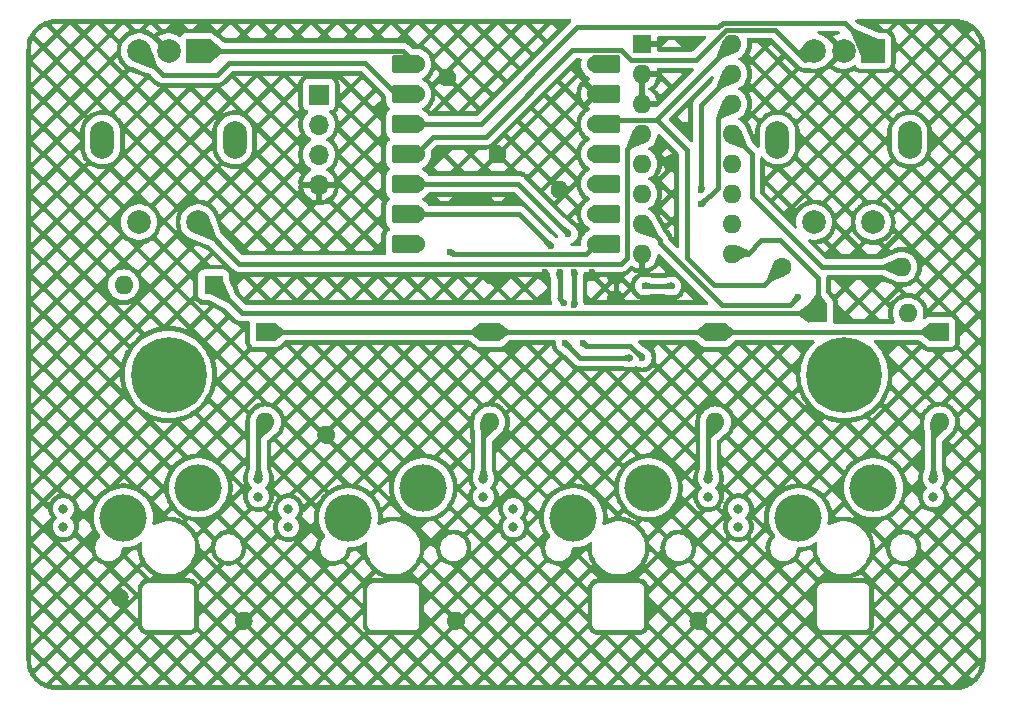
<source format=gbr>
%TF.GenerationSoftware,KiCad,Pcbnew,8.0.3*%
%TF.CreationDate,2024-10-21T20:57:23+02:00*%
%TF.ProjectId,trains_macropad,74726169-6e73-45f6-9d61-63726f706164,rev?*%
%TF.SameCoordinates,Original*%
%TF.FileFunction,Copper,L1,Top*%
%TF.FilePolarity,Positive*%
%FSLAX46Y46*%
G04 Gerber Fmt 4.6, Leading zero omitted, Abs format (unit mm)*
G04 Created by KiCad (PCBNEW 8.0.3) date 2024-10-21 20:57:23*
%MOMM*%
%LPD*%
G01*
G04 APERTURE LIST*
G04 Aperture macros list*
%AMRoundRect*
0 Rectangle with rounded corners*
0 $1 Rounding radius*
0 $2 $3 $4 $5 $6 $7 $8 $9 X,Y pos of 4 corners*
0 Add a 4 corners polygon primitive as box body*
4,1,4,$2,$3,$4,$5,$6,$7,$8,$9,$2,$3,0*
0 Add four circle primitives for the rounded corners*
1,1,$1+$1,$2,$3*
1,1,$1+$1,$4,$5*
1,1,$1+$1,$6,$7*
1,1,$1+$1,$8,$9*
0 Add four rect primitives between the rounded corners*
20,1,$1+$1,$2,$3,$4,$5,0*
20,1,$1+$1,$4,$5,$6,$7,0*
20,1,$1+$1,$6,$7,$8,$9,0*
20,1,$1+$1,$8,$9,$2,$3,0*%
G04 Aperture macros list end*
%TA.AperFunction,ComponentPad*%
%ADD10C,0.800000*%
%TD*%
%TA.AperFunction,ComponentPad*%
%ADD11C,6.400000*%
%TD*%
%TA.AperFunction,SMDPad,CuDef*%
%ADD12RoundRect,0.152400X1.063600X0.609600X-1.063600X0.609600X-1.063600X-0.609600X1.063600X-0.609600X0*%
%TD*%
%TA.AperFunction,ComponentPad*%
%ADD13C,1.524000*%
%TD*%
%TA.AperFunction,SMDPad,CuDef*%
%ADD14RoundRect,0.152400X-1.063600X-0.609600X1.063600X-0.609600X1.063600X0.609600X-1.063600X0.609600X0*%
%TD*%
%TA.AperFunction,ComponentPad*%
%ADD15R,1.600000X1.600000*%
%TD*%
%TA.AperFunction,ComponentPad*%
%ADD16O,1.600000X1.600000*%
%TD*%
%TA.AperFunction,WasherPad*%
%ADD17O,2.000000X3.200000*%
%TD*%
%TA.AperFunction,ComponentPad*%
%ADD18R,2.000000X2.000000*%
%TD*%
%TA.AperFunction,ComponentPad*%
%ADD19C,2.000000*%
%TD*%
%TA.AperFunction,ComponentPad*%
%ADD20C,4.000000*%
%TD*%
%TA.AperFunction,ComponentPad*%
%ADD21C,1.600000*%
%TD*%
%TA.AperFunction,ComponentPad*%
%ADD22R,1.700000X1.700000*%
%TD*%
%TA.AperFunction,ComponentPad*%
%ADD23O,1.700000X1.700000*%
%TD*%
%TA.AperFunction,ViaPad*%
%ADD24C,0.600000*%
%TD*%
%TA.AperFunction,Conductor*%
%ADD25C,0.400000*%
%TD*%
G04 APERTURE END LIST*
D10*
%TO.P,REF\u002A\u002A,1*%
%TO.N,N/C*%
X157200000Y-104400000D03*
X157902944Y-102702944D03*
X157902944Y-106097056D03*
X159600000Y-102000000D03*
D11*
X159600000Y-104400000D03*
D10*
X159600000Y-106800000D03*
X161297056Y-102702944D03*
X161297056Y-106097056D03*
X162000000Y-104400000D03*
%TD*%
%TO.P,REF\u002A\u002A,1*%
%TO.N,N/C*%
X100000000Y-104400000D03*
X100702944Y-102702944D03*
X100702944Y-106097056D03*
X102400000Y-102000000D03*
D11*
X102400000Y-104400000D03*
D10*
X102400000Y-106800000D03*
X104097056Y-102702944D03*
X104097056Y-106097056D03*
X104800000Y-104400000D03*
%TD*%
D12*
%TO.P,U1,1,PA02_A0_D0*%
%TO.N,/ENC1_A*%
X122520000Y-78098500D03*
D13*
X123355000Y-78098500D03*
D12*
%TO.P,U1,2,PA4_A1_D1*%
%TO.N,/ENC1_B*%
X122520000Y-80638500D03*
D13*
X123355000Y-80638500D03*
D12*
%TO.P,U1,3,PA10_A2_D2*%
%TO.N,/ENC2_A*%
X122520000Y-83178500D03*
D13*
X123355000Y-83178500D03*
D12*
%TO.P,U1,4,PA11_A3_D3*%
%TO.N,/ENC2_B*%
X122520000Y-85718500D03*
D13*
X123355000Y-85718500D03*
D12*
%TO.P,U1,5,PA8_A4_D4_SDA*%
%TO.N,/SDA_MUX*%
X122520000Y-88258500D03*
D13*
X123355000Y-88258500D03*
D12*
%TO.P,U1,6,PA9_A5_D5_SCL*%
%TO.N,/SCK_MUX*%
X122520000Y-90798500D03*
D13*
X123355000Y-90798500D03*
D12*
%TO.P,U1,7,PB08_A6_D6_TX*%
%TO.N,/IO_INT*%
X122520000Y-93338500D03*
D13*
X123355000Y-93338500D03*
%TO.P,U1,8,PB09_A7_D7_RX*%
%TO.N,/RGB*%
X138595000Y-93338500D03*
D14*
X139430000Y-93338500D03*
D13*
%TO.P,U1,9,PA7_A8_D8_SCK*%
%TO.N,unconnected-(U1-PA7_A8_D8_SCK-Pad9)*%
X138595000Y-90798500D03*
D14*
X139430000Y-90798500D03*
D13*
%TO.P,U1,10,PA5_A9_D9_MISO*%
%TO.N,OLED_SCL*%
X138595000Y-88258500D03*
D14*
X139430000Y-88258500D03*
D13*
%TO.P,U1,11,PA6_A10_D10_MOSI*%
%TO.N,OLED_SDA*%
X138595000Y-85718500D03*
D14*
X139430000Y-85718500D03*
D13*
%TO.P,U1,12,3V3*%
%TO.N,+3V3*%
X138595000Y-83178500D03*
D14*
X139430000Y-83178500D03*
D13*
%TO.P,U1,13,GND*%
%TO.N,GND*%
X138595000Y-80638500D03*
D14*
X139430000Y-80638500D03*
D13*
%TO.P,U1,14,5V*%
%TO.N,+5V*%
X138595000Y-78098500D03*
D14*
X139430000Y-78098500D03*
%TD*%
D15*
%TO.P,D7,1,K*%
%TO.N,row0*%
X157390000Y-99200000D03*
D16*
%TO.P,D7,2,A*%
%TO.N,Net-(D7-A)*%
X165010000Y-99200000D03*
%TD*%
D17*
%TO.P,SW6,*%
%TO.N,*%
X165150000Y-84500000D03*
X153950000Y-84500000D03*
D18*
%TO.P,SW6,A,A*%
%TO.N,/ENC2_A*%
X162050000Y-77000000D03*
D19*
%TO.P,SW6,B,B*%
%TO.N,/ENC2_B*%
X157050000Y-77000000D03*
%TO.P,SW6,C,C*%
%TO.N,GND*%
X159550000Y-77000000D03*
%TO.P,SW6,S1,S1*%
%TO.N,Net-(D7-A)*%
X157050000Y-91500000D03*
%TO.P,SW6,S2,S2*%
%TO.N,col3*%
X162050000Y-91500000D03*
%TD*%
D10*
%TO.P,SW4,1,1*%
%TO.N,col3*%
X150653750Y-115760500D03*
X150653750Y-117284500D03*
D20*
X155733750Y-116522500D03*
%TO.P,SW4,2,2*%
%TO.N,Net-(D5-A)*%
X162083750Y-113982500D03*
D10*
X167163750Y-113220500D03*
X167163750Y-114744500D03*
%TD*%
D15*
%TO.P,U2,1,A0*%
%TO.N,GND*%
X142480000Y-76400000D03*
D16*
%TO.P,U2,2,A1*%
X142480000Y-78940000D03*
%TO.P,U2,3,A2*%
X142480000Y-81480000D03*
%TO.P,U2,4,P0*%
%TO.N,col0*%
X142480000Y-84020000D03*
%TO.P,U2,5,P1*%
%TO.N,col1*%
X142480000Y-86560000D03*
%TO.P,U2,6,P2*%
%TO.N,col2*%
X142480000Y-89100000D03*
%TO.P,U2,7,P3*%
%TO.N,col3*%
X142480000Y-91640000D03*
%TO.P,U2,8,VSS*%
%TO.N,GND*%
X142480000Y-94180000D03*
%TO.P,U2,9,P4*%
%TO.N,row0*%
X150100000Y-94180000D03*
%TO.P,U2,10,P5*%
%TO.N,row1*%
X150100000Y-91640000D03*
%TO.P,U2,11,P6*%
%TO.N,unconnected-(U2-P6-Pad11)*%
X150100000Y-89100000D03*
%TO.P,U2,12,P7*%
%TO.N,unconnected-(U2-P7-Pad12)*%
X150100000Y-86560000D03*
%TO.P,U2,13,~{INT}*%
%TO.N,/IO_INT*%
X150100000Y-84020000D03*
%TO.P,U2,14,SCL*%
%TO.N,/SDA_MUX*%
X150100000Y-81480000D03*
%TO.P,U2,15,SDA*%
%TO.N,/SCK_MUX*%
X150100000Y-78940000D03*
%TO.P,U2,16,VDD*%
%TO.N,+3V3*%
X150100000Y-76400000D03*
%TD*%
D21*
%TO.P,R1,1*%
%TO.N,+3V3*%
X154320000Y-95300000D03*
D16*
%TO.P,R1,2*%
%TO.N,/IO_INT*%
X164480000Y-95300000D03*
%TD*%
D15*
%TO.P,D5,1,K*%
%TO.N,row1*%
X167700000Y-100790000D03*
D16*
%TO.P,D5,2,A*%
%TO.N,Net-(D5-A)*%
X167700000Y-108410000D03*
%TD*%
D15*
%TO.P,D6,1,K*%
%TO.N,row0*%
X106210000Y-96800000D03*
D16*
%TO.P,D6,2,A*%
%TO.N,Net-(D6-A)*%
X98590000Y-96800000D03*
%TD*%
D15*
%TO.P,D3,1,K*%
%TO.N,row1*%
X129600000Y-100790000D03*
D16*
%TO.P,D3,2,A*%
%TO.N,Net-(D3-A)*%
X129600000Y-108410000D03*
%TD*%
D17*
%TO.P,SW5,*%
%TO.N,*%
X108000000Y-84500000D03*
X96800000Y-84500000D03*
D18*
%TO.P,SW5,A,A*%
%TO.N,/ENC1_A*%
X104900000Y-77000000D03*
D19*
%TO.P,SW5,B,B*%
%TO.N,/ENC1_B*%
X99900000Y-77000000D03*
%TO.P,SW5,C,C*%
%TO.N,GND*%
X102400000Y-77000000D03*
%TO.P,SW5,S1,S1*%
%TO.N,Net-(D6-A)*%
X99900000Y-91500000D03*
%TO.P,SW5,S2,S2*%
%TO.N,col0*%
X104900000Y-91500000D03*
%TD*%
D10*
%TO.P,SW2,1,1*%
%TO.N,col1*%
X112553750Y-115760500D03*
X112553750Y-117284500D03*
D20*
X117633750Y-116522500D03*
%TO.P,SW2,2,2*%
%TO.N,Net-(D3-A)*%
X123983750Y-113982500D03*
D10*
X129063750Y-113220500D03*
X129063750Y-114744500D03*
%TD*%
%TO.P,SW1,1,1*%
%TO.N,col0*%
X93503750Y-115760500D03*
X93503750Y-117284500D03*
D20*
X98583750Y-116522500D03*
%TO.P,SW1,2,2*%
%TO.N,Net-(D2-A)*%
X104933750Y-113982500D03*
D10*
X110013750Y-113220500D03*
X110013750Y-114744500D03*
%TD*%
D15*
%TO.P,D4,1,K*%
%TO.N,row1*%
X148700000Y-100790000D03*
D16*
%TO.P,D4,2,A*%
%TO.N,Net-(D4-A)*%
X148700000Y-108410000D03*
%TD*%
D22*
%TO.P,J1,1,Pin_1*%
%TO.N,OLED_SDA*%
X115125000Y-80700000D03*
D23*
%TO.P,J1,2,Pin_2*%
%TO.N,OLED_SCL*%
X115125000Y-83240000D03*
%TO.P,J1,3,Pin_3*%
%TO.N,+3V3*%
X115125000Y-85780000D03*
%TO.P,J1,4,Pin_4*%
%TO.N,GND*%
X115125000Y-88320000D03*
%TD*%
D10*
%TO.P,SW3,1,1*%
%TO.N,col2*%
X131603750Y-115760500D03*
X131603750Y-117284500D03*
D20*
X136683750Y-116522500D03*
%TO.P,SW3,2,2*%
%TO.N,Net-(D4-A)*%
X143033750Y-113982500D03*
D10*
X148113750Y-113220500D03*
X148113750Y-114744500D03*
%TD*%
D15*
%TO.P,D2,1,K*%
%TO.N,row1*%
X110600000Y-100790000D03*
D16*
%TO.P,D2,2,A*%
%TO.N,Net-(D2-A)*%
X110600000Y-108410000D03*
%TD*%
D24*
%TO.N,/RGB*%
X126250000Y-94000000D03*
%TO.N,GND*%
X129000000Y-89250000D03*
X120500000Y-82000000D03*
X140250000Y-96000000D03*
X134250000Y-95750000D03*
X140250000Y-98000000D03*
X108750000Y-125250000D03*
X146250000Y-83750000D03*
X145000000Y-86500000D03*
X138250000Y-95750000D03*
X135500000Y-88750000D03*
X147250000Y-125250000D03*
X115750000Y-109500000D03*
X98250000Y-123250000D03*
X134250000Y-98250000D03*
X126750000Y-125250000D03*
X130250000Y-85750000D03*
X129750000Y-96000000D03*
X126000000Y-79250000D03*
%TO.N,col1*%
X142700000Y-96900000D03*
X145000000Y-96900000D03*
%TO.N,col3*%
X155733750Y-97816250D03*
%TO.N,/SDA_MUX*%
X136750000Y-95700000D03*
X137500000Y-101750000D03*
X136250000Y-92500000D03*
X136750000Y-98500000D03*
X142500000Y-103000000D03*
X147500000Y-90000000D03*
%TO.N,/SCK_MUX*%
X135875000Y-98375000D03*
X136000000Y-101750000D03*
X135500000Y-95700000D03*
X141500000Y-103000000D03*
X147500000Y-88750000D03*
X134750000Y-93500000D03*
%TD*%
D25*
%TO.N,/RGB*%
X137733500Y-94200000D02*
X126450000Y-94200000D01*
X138595000Y-93338500D02*
X137733500Y-94200000D01*
X126450000Y-94200000D02*
X126250000Y-94000000D01*
%TO.N,Net-(D2-A)*%
X110013750Y-108996250D02*
X110600000Y-108410000D01*
X110013750Y-113220500D02*
X110013750Y-108996250D01*
%TO.N,row1*%
X110600000Y-100790000D02*
X129600000Y-100790000D01*
X148700000Y-100790000D02*
X129600000Y-100790000D01*
X167700000Y-100790000D02*
X148700000Y-100790000D01*
%TO.N,Net-(D3-A)*%
X129063750Y-113220500D02*
X129063750Y-108946250D01*
X129063750Y-108946250D02*
X129600000Y-108410000D01*
%TO.N,Net-(D4-A)*%
X148113750Y-108996250D02*
X148700000Y-108410000D01*
X148113750Y-113220500D02*
X148113750Y-108996250D01*
%TO.N,Net-(D5-A)*%
X167163750Y-108946250D02*
X167700000Y-108410000D01*
X167163750Y-113220500D02*
X167163750Y-108946250D01*
%TO.N,row0*%
X157390000Y-99200000D02*
X157390000Y-96190000D01*
X154200000Y-93000000D02*
X152600000Y-93000000D01*
X108610000Y-99200000D02*
X106210000Y-96800000D01*
X154200000Y-93000000D02*
X157390000Y-96190000D01*
X157390000Y-99200000D02*
X108610000Y-99200000D01*
X152600000Y-93000000D02*
X151420000Y-94180000D01*
X151420000Y-94180000D02*
X150100000Y-94180000D01*
%TO.N,/ENC1_B*%
X99900000Y-77000000D02*
X101900000Y-79000000D01*
X107500000Y-78000000D02*
X119000000Y-78000000D01*
X101900000Y-79000000D02*
X106500000Y-79000000D01*
X106500000Y-79000000D02*
X107500000Y-78000000D01*
X119000000Y-78000000D02*
X121638500Y-80638500D01*
%TO.N,/ENC1_A*%
X104900000Y-77000000D02*
X122256500Y-77000000D01*
X122256500Y-77000000D02*
X123355000Y-78098500D01*
%TO.N,/ENC2_A*%
X162050000Y-77000000D02*
X159650000Y-74600000D01*
X137000000Y-75000000D02*
X128821500Y-83178500D01*
X148954415Y-75000000D02*
X137000000Y-75000000D01*
X128821500Y-83178500D02*
X123355000Y-83178500D01*
X149354415Y-74600000D02*
X148954415Y-75000000D01*
X159650000Y-74600000D02*
X149354415Y-74600000D01*
%TO.N,/ENC2_B*%
X136563500Y-76936500D02*
X129250000Y-84250000D01*
X129250000Y-84250000D02*
X124823500Y-84250000D01*
X156300000Y-77750000D02*
X153750000Y-75200000D01*
X147052943Y-77750000D02*
X142987057Y-77750000D01*
X142987057Y-77750000D02*
X142977057Y-77740000D01*
X149602943Y-75200000D02*
X147052943Y-77750000D01*
X124823500Y-84250000D02*
X123355000Y-85718500D01*
X141530134Y-77740000D02*
X140726634Y-76936500D01*
X140726634Y-76936500D02*
X136563500Y-76936500D01*
X157050000Y-77000000D02*
X156300000Y-77750000D01*
X142977057Y-77740000D02*
X141530134Y-77740000D01*
X153750000Y-75200000D02*
X149602943Y-75200000D01*
%TO.N,+3V3*%
X138953500Y-82820000D02*
X143400000Y-82820000D01*
X146300000Y-85400000D02*
X146300000Y-94500000D01*
X143400000Y-82820000D02*
X143680000Y-82820000D01*
X152820000Y-96800000D02*
X154320000Y-95300000D01*
X143720000Y-82820000D02*
X146300000Y-85400000D01*
X146300000Y-94500000D02*
X148600000Y-96800000D01*
X143680000Y-82820000D02*
X150100000Y-76400000D01*
X143400000Y-82820000D02*
X143720000Y-82820000D01*
X148600000Y-96800000D02*
X152820000Y-96800000D01*
%TO.N,/IO_INT*%
X151800000Y-85720000D02*
X150100000Y-84020000D01*
X164480000Y-95300000D02*
X157700000Y-95300000D01*
X151800000Y-89400000D02*
X151800000Y-85720000D01*
X157700000Y-95300000D02*
X151800000Y-89400000D01*
%TO.N,GND*%
X142480000Y-81480000D02*
X142480000Y-78940000D01*
X140250000Y-96000000D02*
X140250000Y-98000000D01*
%TO.N,col0*%
X140700000Y-95000000D02*
X108400000Y-95000000D01*
X141200000Y-94500000D02*
X140700000Y-95000000D01*
X142480000Y-84020000D02*
X141200000Y-85300000D01*
X108400000Y-95000000D02*
X104900000Y-91500000D01*
X141200000Y-85300000D02*
X141200000Y-94500000D01*
%TO.N,col1*%
X142700000Y-96900000D02*
X145000000Y-96900000D01*
%TO.N,col3*%
X142640000Y-91640000D02*
X144000000Y-93000000D01*
X144000000Y-93000000D02*
X144000000Y-93250000D01*
X144000000Y-93250000D02*
X149250000Y-98500000D01*
X155050000Y-98500000D02*
X155733750Y-97816250D01*
X149250000Y-98500000D02*
X155050000Y-98500000D01*
%TO.N,/SDA_MUX*%
X136750000Y-98500000D02*
X136750000Y-95700000D01*
X148900000Y-82680000D02*
X148900000Y-88600000D01*
X148900000Y-88600000D02*
X147500000Y-90000000D01*
X137750000Y-102000000D02*
X141500000Y-102000000D01*
X150100000Y-81480000D02*
X148900000Y-82680000D01*
X136250000Y-92500000D02*
X132008500Y-88258500D01*
X142500000Y-103000000D02*
X141500000Y-102000000D01*
X132008500Y-88258500D02*
X123355000Y-88258500D01*
X137750000Y-102000000D02*
X137500000Y-101750000D01*
%TO.N,/SCK_MUX*%
X147500000Y-81540000D02*
X147500000Y-88750000D01*
X150100000Y-78940000D02*
X147500000Y-81540000D01*
X132048500Y-90798500D02*
X123355000Y-90798500D01*
X141500000Y-103000000D02*
X137250000Y-103000000D01*
X135500000Y-98000000D02*
X135500000Y-95700000D01*
X134750000Y-93500000D02*
X132048500Y-90798500D01*
X136000000Y-101750000D02*
X137250000Y-103000000D01*
X135875000Y-98375000D02*
X135500000Y-98000000D01*
%TD*%
%TA.AperFunction,Conductor*%
%TO.N,GND*%
G36*
X136457769Y-74338935D02*
G01*
X136503524Y-74391739D01*
X136513468Y-74460897D01*
X136484443Y-74524453D01*
X136478411Y-74530931D01*
X128567662Y-82441681D01*
X128506339Y-82475166D01*
X128479981Y-82478000D01*
X124470284Y-82478000D01*
X124403245Y-82458315D01*
X124368709Y-82425123D01*
X124325827Y-82363881D01*
X124249234Y-82287288D01*
X124169620Y-82207674D01*
X124169616Y-82207671D01*
X124169615Y-82207670D01*
X124098761Y-82158058D01*
X124082208Y-82144169D01*
X124018039Y-82080000D01*
X125159195Y-82080000D01*
X126342231Y-82080000D01*
X127421937Y-82080000D01*
X128366487Y-82080000D01*
X128485729Y-81960757D01*
X128013454Y-81488482D01*
X127421937Y-82080000D01*
X126342231Y-82080000D01*
X125750713Y-81488482D01*
X125159195Y-82080000D01*
X124018039Y-82080000D01*
X123986947Y-82048908D01*
X123930003Y-82015231D01*
X123882321Y-81964163D01*
X123869817Y-81895421D01*
X123872165Y-81889729D01*
X124452074Y-81889729D01*
X124619341Y-82056997D01*
X125469284Y-81207054D01*
X126032141Y-81207054D01*
X126882084Y-82056997D01*
X127732025Y-81207055D01*
X128294883Y-81207055D01*
X128767157Y-81679329D01*
X129617100Y-80829386D01*
X129144826Y-80357112D01*
X128294883Y-81207055D01*
X127732025Y-81207055D01*
X127732026Y-81207054D01*
X126882084Y-80357112D01*
X126032141Y-81207054D01*
X125469284Y-81207054D01*
X125012099Y-80749869D01*
X124998798Y-80901909D01*
X124998210Y-80907282D01*
X124997356Y-80913771D01*
X124996532Y-80919124D01*
X124993515Y-80936234D01*
X124992460Y-80941538D01*
X124991043Y-80947930D01*
X124989757Y-80953187D01*
X124928084Y-81183353D01*
X124926568Y-81188552D01*
X124924598Y-81194799D01*
X124922859Y-81199922D01*
X124916916Y-81216248D01*
X124914960Y-81221277D01*
X124912457Y-81227321D01*
X124910275Y-81232281D01*
X124809573Y-81448236D01*
X124807183Y-81453082D01*
X124804162Y-81458886D01*
X124801558Y-81463633D01*
X124792871Y-81478680D01*
X124790068Y-81483300D01*
X124786550Y-81488823D01*
X124783540Y-81493328D01*
X124646866Y-81688520D01*
X124643658Y-81692895D01*
X124639670Y-81698091D01*
X124636288Y-81702305D01*
X124625119Y-81715614D01*
X124621560Y-81719671D01*
X124617140Y-81724495D01*
X124613396Y-81728407D01*
X124452074Y-81889729D01*
X123872165Y-81889729D01*
X123896462Y-81830832D01*
X123930004Y-81801768D01*
X123930780Y-81801309D01*
X123986947Y-81768092D01*
X124082210Y-81672827D01*
X124098756Y-81658943D01*
X124169620Y-81609326D01*
X124325826Y-81453120D01*
X124452534Y-81272162D01*
X124545894Y-81071950D01*
X124603070Y-80858568D01*
X124622089Y-80641179D01*
X124622323Y-80638502D01*
X124622323Y-80638497D01*
X124607313Y-80466929D01*
X124603070Y-80418432D01*
X124545894Y-80205050D01*
X124478199Y-80059877D01*
X124916575Y-80059877D01*
X124916916Y-80060752D01*
X124922859Y-80077078D01*
X124924598Y-80082201D01*
X124926568Y-80088448D01*
X124928084Y-80093649D01*
X124931505Y-80106419D01*
X125750713Y-80925627D01*
X126600656Y-80075684D01*
X127163512Y-80075684D01*
X128013455Y-80925627D01*
X128863398Y-80075684D01*
X129426254Y-80075684D01*
X129898528Y-80547958D01*
X130748471Y-79698015D01*
X130276197Y-79225741D01*
X129426254Y-80075684D01*
X128863398Y-80075684D01*
X128013455Y-79225741D01*
X127163512Y-80075684D01*
X126600656Y-80075684D01*
X126412037Y-79887065D01*
X126283232Y-79954669D01*
X126255281Y-79965270D01*
X126106362Y-80001975D01*
X126076687Y-80005578D01*
X125923313Y-80005578D01*
X125893638Y-80001975D01*
X125744719Y-79965270D01*
X125716768Y-79954669D01*
X125580962Y-79883392D01*
X125556361Y-79866412D01*
X125441558Y-79764706D01*
X125421735Y-79742330D01*
X125345119Y-79631333D01*
X124916575Y-80059877D01*
X124478199Y-80059877D01*
X124452534Y-80004839D01*
X124370068Y-79887065D01*
X124325827Y-79823881D01*
X124266652Y-79764706D01*
X124169620Y-79667674D01*
X124169616Y-79667671D01*
X124169615Y-79667670D01*
X124098761Y-79618058D01*
X124082208Y-79604169D01*
X123986947Y-79508908D01*
X123930003Y-79475231D01*
X123882321Y-79424163D01*
X123872196Y-79368500D01*
X124432249Y-79368500D01*
X124436171Y-79371940D01*
X124440995Y-79376360D01*
X124444907Y-79380104D01*
X124613398Y-79548594D01*
X124617141Y-79552504D01*
X124621564Y-79557331D01*
X124625131Y-79561399D01*
X124636299Y-79574709D01*
X124639690Y-79578935D01*
X124643674Y-79584128D01*
X124646867Y-79588483D01*
X124720275Y-79693321D01*
X125249274Y-79164322D01*
X125259174Y-79082796D01*
X125266328Y-79053772D01*
X125320716Y-78910364D01*
X125334608Y-78883895D01*
X125364933Y-78839961D01*
X125121206Y-78596234D01*
X126380219Y-78596234D01*
X126419038Y-78616608D01*
X126443639Y-78633588D01*
X126558442Y-78735294D01*
X126578265Y-78757670D01*
X126665392Y-78883895D01*
X126679284Y-78910364D01*
X126733672Y-79053772D01*
X126740826Y-79082797D01*
X126759313Y-79235054D01*
X126759313Y-79264946D01*
X126740826Y-79417203D01*
X126733672Y-79446228D01*
X126679284Y-79589636D01*
X126678657Y-79590829D01*
X126882084Y-79794256D01*
X127732027Y-78944313D01*
X128294883Y-78944313D01*
X129144826Y-79794256D01*
X129994769Y-78944313D01*
X129994768Y-78944312D01*
X130557624Y-78944312D01*
X131029898Y-79416586D01*
X131879841Y-78566644D01*
X131407567Y-78094370D01*
X130557624Y-78944312D01*
X129994768Y-78944312D01*
X129144826Y-78094370D01*
X128294883Y-78944313D01*
X127732027Y-78944313D01*
X126882083Y-78094369D01*
X126380219Y-78596234D01*
X125121206Y-78596234D01*
X124978853Y-78453881D01*
X124928084Y-78643353D01*
X124926568Y-78648552D01*
X124924598Y-78654799D01*
X124922859Y-78659922D01*
X124916916Y-78676248D01*
X124914960Y-78681277D01*
X124912457Y-78687321D01*
X124910275Y-78692281D01*
X124809573Y-78908236D01*
X124807183Y-78913082D01*
X124804162Y-78918886D01*
X124801558Y-78923633D01*
X124792871Y-78938680D01*
X124790068Y-78943300D01*
X124786550Y-78948823D01*
X124783540Y-78953328D01*
X124646866Y-79148520D01*
X124643658Y-79152895D01*
X124639670Y-79158091D01*
X124636288Y-79162305D01*
X124625119Y-79175614D01*
X124621560Y-79179671D01*
X124617140Y-79184495D01*
X124613396Y-79188407D01*
X124444906Y-79356898D01*
X124440996Y-79360641D01*
X124436169Y-79365064D01*
X124432249Y-79368500D01*
X123872196Y-79368500D01*
X123869817Y-79355421D01*
X123896462Y-79290832D01*
X123930004Y-79261768D01*
X123930780Y-79261309D01*
X123986947Y-79228092D01*
X124082210Y-79132827D01*
X124098756Y-79118943D01*
X124169620Y-79069326D01*
X124325826Y-78913120D01*
X124452534Y-78732162D01*
X124545894Y-78531950D01*
X124603070Y-78318568D01*
X124621537Y-78107482D01*
X124622323Y-78098502D01*
X124622323Y-78098497D01*
X124606118Y-77913270D01*
X124603070Y-77878432D01*
X124565067Y-77736603D01*
X124977107Y-77736603D01*
X124989757Y-77783813D01*
X124991043Y-77789070D01*
X124992460Y-77795462D01*
X124993515Y-77800766D01*
X124996532Y-77817876D01*
X124997356Y-77823229D01*
X124998210Y-77829718D01*
X124998798Y-77835091D01*
X125006072Y-77918244D01*
X125661936Y-78574108D01*
X125716769Y-78545330D01*
X125744719Y-78534730D01*
X125893638Y-78498025D01*
X125918604Y-78494993D01*
X126600656Y-77812942D01*
X127163512Y-77812942D01*
X128013455Y-78662885D01*
X128863398Y-77812942D01*
X129426254Y-77812942D01*
X130276196Y-78662884D01*
X131126139Y-77812942D01*
X131688995Y-77812942D01*
X132161269Y-78285216D01*
X133011212Y-77435273D01*
X132538938Y-76962999D01*
X131688995Y-77812942D01*
X131126139Y-77812942D01*
X130276196Y-76962999D01*
X129426254Y-77812942D01*
X128863398Y-77812942D01*
X128013455Y-76962999D01*
X127163512Y-77812942D01*
X126600656Y-77812942D01*
X125750712Y-76962998D01*
X124977107Y-77736603D01*
X124565067Y-77736603D01*
X124545894Y-77665050D01*
X124452534Y-77464839D01*
X124338171Y-77301510D01*
X124325827Y-77283881D01*
X124270756Y-77228810D01*
X124169620Y-77127674D01*
X124169616Y-77127671D01*
X124169615Y-77127670D01*
X124098761Y-77078058D01*
X124082208Y-77064169D01*
X123986947Y-76968908D01*
X123986946Y-76968907D01*
X123986943Y-76968905D01*
X123844957Y-76884935D01*
X123844954Y-76884934D01*
X123686552Y-76838913D01*
X123686546Y-76838912D01*
X123649541Y-76836000D01*
X123649534Y-76836000D01*
X123415540Y-76836000D01*
X123404733Y-76835528D01*
X123380750Y-76833429D01*
X123355001Y-76831177D01*
X123354999Y-76831177D01*
X123329249Y-76833429D01*
X123305266Y-76835528D01*
X123294460Y-76836000D01*
X123134519Y-76836000D01*
X123067480Y-76816315D01*
X123046838Y-76799681D01*
X122748148Y-76500990D01*
X123949978Y-76500990D01*
X123968018Y-76506232D01*
X123975421Y-76508637D01*
X123984294Y-76511831D01*
X123991549Y-76514703D01*
X124014520Y-76524645D01*
X124021562Y-76527959D01*
X124029960Y-76532238D01*
X124036786Y-76535991D01*
X124200317Y-76632703D01*
X124206887Y-76636872D01*
X124214684Y-76642170D01*
X124220995Y-76646755D01*
X124240773Y-76662097D01*
X124246769Y-76667058D01*
X124253843Y-76673294D01*
X124259527Y-76678630D01*
X124346682Y-76765786D01*
X124405020Y-76806634D01*
X124409395Y-76809842D01*
X124414591Y-76813830D01*
X124418805Y-76817212D01*
X124432114Y-76828381D01*
X124436171Y-76831940D01*
X124440995Y-76836360D01*
X124444907Y-76840104D01*
X124613398Y-77008594D01*
X124617141Y-77012504D01*
X124621564Y-77017331D01*
X124625131Y-77021399D01*
X124636299Y-77034709D01*
X124639690Y-77038935D01*
X124643674Y-77044128D01*
X124646867Y-77048483D01*
X124783539Y-77243673D01*
X124786536Y-77248157D01*
X124790053Y-77253676D01*
X124792868Y-77258314D01*
X124801555Y-77273360D01*
X124804157Y-77278103D01*
X124807180Y-77283910D01*
X124809573Y-77288763D01*
X124826274Y-77324580D01*
X125469283Y-76681571D01*
X126032141Y-76681571D01*
X126882084Y-77531514D01*
X127732027Y-76681571D01*
X128294883Y-76681571D01*
X129144826Y-77531514D01*
X129994769Y-76681571D01*
X130557624Y-76681571D01*
X131407567Y-77531513D01*
X132257510Y-76681571D01*
X132820366Y-76681571D01*
X133292640Y-77153845D01*
X134142583Y-76303902D01*
X133670309Y-75831628D01*
X132820366Y-76681571D01*
X132257510Y-76681571D01*
X131407567Y-75831628D01*
X130557624Y-76681571D01*
X129994769Y-76681571D01*
X129144826Y-75831628D01*
X128294883Y-76681571D01*
X127732027Y-76681571D01*
X126882084Y-75831628D01*
X126032141Y-76681571D01*
X125469283Y-76681571D01*
X125469284Y-76681570D01*
X124619341Y-75831627D01*
X123949978Y-76500990D01*
X122748148Y-76500990D01*
X122703046Y-76455888D01*
X122703045Y-76455887D01*
X122588307Y-76379222D01*
X122460832Y-76326421D01*
X122460822Y-76326418D01*
X122325496Y-76299500D01*
X122325494Y-76299500D01*
X122325493Y-76299500D01*
X107127067Y-76299500D01*
X107060028Y-76279815D01*
X107049605Y-76272328D01*
X106902188Y-76154394D01*
X106790583Y-76065110D01*
X106737288Y-76022474D01*
X106640673Y-75945182D01*
X106624728Y-75932426D01*
X106574523Y-75892262D01*
X106348828Y-75711706D01*
X106338363Y-75703334D01*
X106272638Y-75650754D01*
X106262263Y-75642454D01*
X106230008Y-75616650D01*
X106223955Y-75611808D01*
X106203186Y-75596053D01*
X106203178Y-75596048D01*
X106187039Y-75587638D01*
X106170034Y-75576942D01*
X106142331Y-75556204D01*
X106126234Y-75550200D01*
X106798837Y-75550200D01*
X106857958Y-75609321D01*
X107223181Y-75901500D01*
X108147422Y-75901500D01*
X108498722Y-75550200D01*
X109061578Y-75550200D01*
X109412878Y-75901500D01*
X110410164Y-75901500D01*
X110761463Y-75550200D01*
X111324320Y-75550200D01*
X111675620Y-75901500D01*
X112672906Y-75901500D01*
X113024205Y-75550200D01*
X113587062Y-75550200D01*
X113938362Y-75901500D01*
X114935647Y-75901500D01*
X115286947Y-75550200D01*
X115849804Y-75550200D01*
X116201104Y-75901500D01*
X117198389Y-75901500D01*
X117549688Y-75550200D01*
X118112545Y-75550200D01*
X118463845Y-75901500D01*
X119461131Y-75901500D01*
X119812430Y-75550200D01*
X120375287Y-75550200D01*
X120726587Y-75901500D01*
X121723873Y-75901500D01*
X122075172Y-75550200D01*
X122638028Y-75550200D01*
X123487971Y-76400142D01*
X124337913Y-75550200D01*
X124900770Y-75550200D01*
X125750713Y-76400143D01*
X126600655Y-75550200D01*
X127163512Y-75550200D01*
X128013455Y-76400143D01*
X128863397Y-75550200D01*
X129426254Y-75550200D01*
X130276196Y-76400142D01*
X131126139Y-75550200D01*
X131688995Y-75550200D01*
X132538938Y-76400143D01*
X133388880Y-75550200D01*
X133951737Y-75550200D01*
X134424011Y-76022474D01*
X135273953Y-75172531D01*
X134818672Y-74717250D01*
X134784688Y-74717250D01*
X133951737Y-75550200D01*
X133388880Y-75550200D01*
X132555930Y-74717250D01*
X133118786Y-74717250D01*
X133670309Y-75268772D01*
X134221832Y-74717250D01*
X133118786Y-74717250D01*
X132555930Y-74717250D01*
X132521946Y-74717250D01*
X131688995Y-75550200D01*
X131126139Y-75550200D01*
X130293189Y-74717250D01*
X130856045Y-74717250D01*
X131407567Y-75268772D01*
X131959090Y-74717250D01*
X130856045Y-74717250D01*
X130293189Y-74717250D01*
X130259205Y-74717250D01*
X129426254Y-75550200D01*
X128863397Y-75550200D01*
X128030447Y-74717250D01*
X128593303Y-74717250D01*
X129144826Y-75268772D01*
X129696349Y-74717250D01*
X128593303Y-74717250D01*
X128030447Y-74717250D01*
X127996463Y-74717250D01*
X127163512Y-75550200D01*
X126600655Y-75550200D01*
X125767705Y-74717250D01*
X126330561Y-74717250D01*
X126882084Y-75268772D01*
X127433607Y-74717250D01*
X126330561Y-74717250D01*
X125767705Y-74717250D01*
X125733721Y-74717250D01*
X124900770Y-75550200D01*
X124337913Y-75550200D01*
X123504963Y-74717250D01*
X124067819Y-74717250D01*
X124619342Y-75268772D01*
X125170865Y-74717250D01*
X124067819Y-74717250D01*
X123504963Y-74717250D01*
X123470979Y-74717250D01*
X122638028Y-75550200D01*
X122075172Y-75550200D01*
X121242222Y-74717250D01*
X121805078Y-74717250D01*
X122356600Y-75268772D01*
X122908123Y-74717250D01*
X121805078Y-74717250D01*
X121242222Y-74717250D01*
X121208238Y-74717250D01*
X120375287Y-75550200D01*
X119812430Y-75550200D01*
X118979480Y-74717250D01*
X119542336Y-74717250D01*
X120093859Y-75268772D01*
X120645382Y-74717250D01*
X119542336Y-74717250D01*
X118979480Y-74717250D01*
X118945496Y-74717250D01*
X118112545Y-75550200D01*
X117549688Y-75550200D01*
X116716738Y-74717250D01*
X117279594Y-74717250D01*
X117831117Y-75268772D01*
X118382640Y-74717250D01*
X117279594Y-74717250D01*
X116716738Y-74717250D01*
X116682754Y-74717250D01*
X115849804Y-75550200D01*
X115286947Y-75550200D01*
X114453997Y-74717250D01*
X115016853Y-74717250D01*
X115568375Y-75268772D01*
X116119898Y-74717250D01*
X115016853Y-74717250D01*
X114453997Y-74717250D01*
X114420013Y-74717250D01*
X113587062Y-75550200D01*
X113024205Y-75550200D01*
X112191255Y-74717250D01*
X112754111Y-74717250D01*
X113305634Y-75268772D01*
X113857157Y-74717250D01*
X112754111Y-74717250D01*
X112191255Y-74717250D01*
X112157271Y-74717250D01*
X111324320Y-75550200D01*
X110761463Y-75550200D01*
X109928513Y-74717250D01*
X110491369Y-74717250D01*
X111042892Y-75268772D01*
X111594415Y-74717250D01*
X110491369Y-74717250D01*
X109928513Y-74717250D01*
X109894529Y-74717250D01*
X109061578Y-75550200D01*
X108498722Y-75550200D01*
X107665772Y-74717250D01*
X108228628Y-74717250D01*
X108780150Y-75268772D01*
X109331673Y-74717250D01*
X108228628Y-74717250D01*
X107665772Y-74717250D01*
X107631788Y-74717250D01*
X106798837Y-75550200D01*
X106126234Y-75550200D01*
X106094547Y-75538381D01*
X106080587Y-75532169D01*
X106075589Y-75529565D01*
X106075588Y-75529564D01*
X106075585Y-75529563D01*
X106075586Y-75529563D01*
X106068289Y-75527002D01*
X106059623Y-75524712D01*
X106047972Y-75521010D01*
X106007482Y-75505908D01*
X106007483Y-75505908D01*
X105947883Y-75499501D01*
X105947881Y-75499500D01*
X105947873Y-75499500D01*
X105947864Y-75499500D01*
X103852129Y-75499500D01*
X103852123Y-75499501D01*
X103792516Y-75505908D01*
X103657671Y-75556202D01*
X103657664Y-75556206D01*
X103542455Y-75642452D01*
X103454537Y-75759894D01*
X103398603Y-75801764D01*
X103328911Y-75806748D01*
X103279109Y-75783436D01*
X103223230Y-75739943D01*
X103223228Y-75739942D01*
X103004614Y-75621635D01*
X103004603Y-75621630D01*
X102769493Y-75540916D01*
X102524293Y-75500000D01*
X102275707Y-75500000D01*
X102030506Y-75540916D01*
X101795396Y-75621630D01*
X101795390Y-75621632D01*
X101576761Y-75739949D01*
X101529942Y-75776388D01*
X101529942Y-75776390D01*
X102270589Y-76517037D01*
X102207007Y-76534075D01*
X102092993Y-76599901D01*
X101999901Y-76692993D01*
X101934075Y-76807007D01*
X101917037Y-76870589D01*
X101167372Y-76120924D01*
X101133885Y-76114752D01*
X101092873Y-76078053D01*
X101091317Y-76079265D01*
X101088169Y-76075220D01*
X101041311Y-76024319D01*
X100919744Y-75892262D01*
X100723509Y-75739526D01*
X100723507Y-75739525D01*
X100723506Y-75739524D01*
X100504811Y-75621172D01*
X100504802Y-75621169D01*
X100269616Y-75540429D01*
X100024335Y-75499500D01*
X99775665Y-75499500D01*
X99530383Y-75540429D01*
X99295197Y-75621169D01*
X99295188Y-75621172D01*
X99076493Y-75739524D01*
X98880257Y-75892261D01*
X98711833Y-76075217D01*
X98575826Y-76283393D01*
X98475936Y-76511118D01*
X98414892Y-76752175D01*
X98414890Y-76752187D01*
X98394357Y-76999994D01*
X98394357Y-77000005D01*
X98414890Y-77247812D01*
X98414892Y-77247824D01*
X98475936Y-77488881D01*
X98575826Y-77716606D01*
X98711833Y-77924782D01*
X98711836Y-77924785D01*
X98880256Y-78107738D01*
X99076491Y-78260474D01*
X99295190Y-78378828D01*
X99322055Y-78388050D01*
X99342035Y-78396950D01*
X99344954Y-78398573D01*
X99348315Y-78400442D01*
X99348317Y-78400443D01*
X99348321Y-78400445D01*
X100256283Y-78746938D01*
X100256282Y-78746938D01*
X100582290Y-78871347D01*
X100878383Y-78984340D01*
X100921853Y-79012510D01*
X101453451Y-79544109D01*
X101453454Y-79544112D01*
X101559284Y-79614825D01*
X101559283Y-79614825D01*
X101559287Y-79614826D01*
X101564123Y-79618058D01*
X101568189Y-79620775D01*
X101568193Y-79620777D01*
X101688685Y-79670686D01*
X101695672Y-79673580D01*
X101695676Y-79673580D01*
X101695677Y-79673581D01*
X101831004Y-79700500D01*
X101831007Y-79700500D01*
X106568996Y-79700500D01*
X106660040Y-79682389D01*
X106704328Y-79673580D01*
X106788082Y-79638888D01*
X106831807Y-79620777D01*
X106831808Y-79620776D01*
X106831811Y-79620775D01*
X106946543Y-79544114D01*
X107392157Y-79098500D01*
X108084394Y-79098500D01*
X108780150Y-79794256D01*
X109475906Y-79098500D01*
X110347136Y-79098500D01*
X111042892Y-79794256D01*
X111738648Y-79098500D01*
X112609878Y-79098500D01*
X113305633Y-79794255D01*
X113383415Y-79716473D01*
X113386520Y-79687599D01*
X113387589Y-79679923D01*
X113389171Y-79670686D01*
X113390713Y-79663108D01*
X113396435Y-79638888D01*
X113398454Y-79631398D01*
X113401176Y-79622426D01*
X113403653Y-79615093D01*
X113463269Y-79455254D01*
X113466655Y-79447078D01*
X113471106Y-79437331D01*
X113475069Y-79429414D01*
X113488705Y-79404441D01*
X113493226Y-79396822D01*
X113499019Y-79387809D01*
X113504065Y-79380543D01*
X113590113Y-79265599D01*
X116659887Y-79265599D01*
X116745935Y-79380543D01*
X116750981Y-79387809D01*
X116756774Y-79396822D01*
X116761295Y-79404441D01*
X116774931Y-79429414D01*
X116778894Y-79437331D01*
X116783345Y-79447078D01*
X116786731Y-79455254D01*
X116846347Y-79615092D01*
X116848826Y-79622430D01*
X116851547Y-79631400D01*
X116853562Y-79638878D01*
X116859286Y-79663100D01*
X116860832Y-79670693D01*
X116862414Y-79679934D01*
X116863482Y-79687604D01*
X116871790Y-79764888D01*
X116872102Y-79768212D01*
X116872424Y-79772220D01*
X116872644Y-79775517D01*
X116873214Y-79786158D01*
X116873348Y-79789483D01*
X116873455Y-79793493D01*
X116873499Y-79796801D01*
X116873499Y-80751873D01*
X117549688Y-80075683D01*
X118112544Y-80075683D01*
X118962487Y-80925626D01*
X119667301Y-80220813D01*
X118817358Y-79370870D01*
X118112544Y-80075683D01*
X117549688Y-80075683D01*
X116699745Y-79225740D01*
X116659887Y-79265599D01*
X113590113Y-79265599D01*
X113607366Y-79242552D01*
X113612919Y-79235661D01*
X113619935Y-79227564D01*
X113625967Y-79221085D01*
X113646085Y-79200967D01*
X113652564Y-79194935D01*
X113660661Y-79187919D01*
X113667552Y-79182366D01*
X113779581Y-79098500D01*
X117135361Y-79098500D01*
X117831116Y-79794255D01*
X118526872Y-79098500D01*
X117135361Y-79098500D01*
X113779581Y-79098500D01*
X112609878Y-79098500D01*
X111738648Y-79098500D01*
X110347136Y-79098500D01*
X109475906Y-79098500D01*
X108084394Y-79098500D01*
X107392157Y-79098500D01*
X107753838Y-78736819D01*
X107815161Y-78703334D01*
X107841519Y-78700500D01*
X118658481Y-78700500D01*
X118725520Y-78720185D01*
X118746162Y-78736819D01*
X120767181Y-80757837D01*
X120800666Y-80819160D01*
X120803500Y-80845518D01*
X120803500Y-81314041D01*
X120806412Y-81351041D01*
X120806413Y-81351048D01*
X120852434Y-81509454D01*
X120852435Y-81509457D01*
X120936405Y-81651443D01*
X120936412Y-81651452D01*
X121053047Y-81768087D01*
X121053050Y-81768089D01*
X121053053Y-81768092D01*
X121109220Y-81801309D01*
X121109996Y-81801768D01*
X121157679Y-81852838D01*
X121170182Y-81921579D01*
X121143536Y-81986169D01*
X121109996Y-82015231D01*
X121063364Y-82042810D01*
X121053053Y-82048908D01*
X121053047Y-82048912D01*
X120936412Y-82165547D01*
X120936405Y-82165556D01*
X120852435Y-82307542D01*
X120852434Y-82307545D01*
X120806413Y-82465947D01*
X120806412Y-82465953D01*
X120803500Y-82502958D01*
X120803500Y-83854041D01*
X120806412Y-83891046D01*
X120806413Y-83891052D01*
X120852434Y-84049454D01*
X120852435Y-84049457D01*
X120936405Y-84191443D01*
X120936412Y-84191452D01*
X121053047Y-84308087D01*
X121053050Y-84308089D01*
X121053053Y-84308092D01*
X121109996Y-84341768D01*
X121157679Y-84392838D01*
X121170182Y-84461579D01*
X121143536Y-84526169D01*
X121109996Y-84555232D01*
X121053053Y-84588908D01*
X121053047Y-84588912D01*
X120936412Y-84705547D01*
X120936405Y-84705556D01*
X120852435Y-84847542D01*
X120852434Y-84847545D01*
X120806413Y-85005947D01*
X120806412Y-85005953D01*
X120803500Y-85042958D01*
X120803500Y-86394041D01*
X120806412Y-86431046D01*
X120806413Y-86431052D01*
X120852434Y-86589454D01*
X120852435Y-86589457D01*
X120936405Y-86731443D01*
X120936412Y-86731452D01*
X121053047Y-86848087D01*
X121053050Y-86848089D01*
X121053053Y-86848092D01*
X121109220Y-86881309D01*
X121109996Y-86881768D01*
X121157679Y-86932838D01*
X121170182Y-87001579D01*
X121143536Y-87066169D01*
X121109996Y-87095231D01*
X121071670Y-87117898D01*
X121053053Y-87128908D01*
X121053047Y-87128912D01*
X120936412Y-87245547D01*
X120936405Y-87245556D01*
X120852435Y-87387542D01*
X120852434Y-87387545D01*
X120806413Y-87545947D01*
X120806412Y-87545953D01*
X120803500Y-87582958D01*
X120803500Y-88934041D01*
X120806412Y-88971046D01*
X120806413Y-88971052D01*
X120852434Y-89129454D01*
X120852435Y-89129457D01*
X120936405Y-89271443D01*
X120936412Y-89271452D01*
X121053047Y-89388087D01*
X121053050Y-89388089D01*
X121053053Y-89388092D01*
X121102277Y-89417203D01*
X121109996Y-89421768D01*
X121157679Y-89472838D01*
X121170182Y-89541579D01*
X121143536Y-89606169D01*
X121109996Y-89635231D01*
X121080650Y-89652587D01*
X121053053Y-89668908D01*
X121053047Y-89668912D01*
X120936412Y-89785547D01*
X120936405Y-89785556D01*
X120852435Y-89927542D01*
X120852434Y-89927545D01*
X120806413Y-90085947D01*
X120806412Y-90085953D01*
X120803500Y-90122958D01*
X120803500Y-91474041D01*
X120806412Y-91511046D01*
X120806413Y-91511052D01*
X120852434Y-91669454D01*
X120852435Y-91669457D01*
X120936405Y-91811443D01*
X120936412Y-91811452D01*
X121053047Y-91928087D01*
X121053050Y-91928089D01*
X121053053Y-91928092D01*
X121109220Y-91961309D01*
X121109996Y-91961768D01*
X121157679Y-92012838D01*
X121170182Y-92081579D01*
X121143536Y-92146169D01*
X121109996Y-92175232D01*
X121053053Y-92208908D01*
X121053047Y-92208912D01*
X120936412Y-92325547D01*
X120936405Y-92325556D01*
X120852435Y-92467542D01*
X120852434Y-92467545D01*
X120806413Y-92625947D01*
X120806412Y-92625953D01*
X120803500Y-92662958D01*
X120803500Y-94014041D01*
X120806412Y-94051046D01*
X120806413Y-94051049D01*
X120832519Y-94140904D01*
X120832320Y-94210774D01*
X120794378Y-94269444D01*
X120730740Y-94298288D01*
X120713443Y-94299500D01*
X108741518Y-94299500D01*
X108674479Y-94279815D01*
X108653837Y-94263181D01*
X108042790Y-93652134D01*
X109061578Y-93652134D01*
X109310944Y-93901500D01*
X110512098Y-93901500D01*
X110761464Y-93652134D01*
X111324320Y-93652134D01*
X111573686Y-93901500D01*
X112774840Y-93901500D01*
X113024206Y-93652134D01*
X113587062Y-93652134D01*
X113836428Y-93901500D01*
X115037581Y-93901500D01*
X115286947Y-93652133D01*
X115849803Y-93652133D01*
X116099170Y-93901500D01*
X117300323Y-93901500D01*
X117549689Y-93652134D01*
X118112545Y-93652134D01*
X118361911Y-93901500D01*
X119563065Y-93901500D01*
X119812431Y-93652134D01*
X118962488Y-92802191D01*
X118112545Y-93652134D01*
X117549689Y-93652134D01*
X116699746Y-92802191D01*
X115849803Y-93652133D01*
X115286947Y-93652133D01*
X114437004Y-92802191D01*
X113587062Y-93652134D01*
X113024206Y-93652134D01*
X112174263Y-92802191D01*
X111324320Y-93652134D01*
X110761464Y-93652134D01*
X109911521Y-92802191D01*
X109061578Y-93652134D01*
X108042790Y-93652134D01*
X106912511Y-92521855D01*
X106911803Y-92520763D01*
X107930207Y-92520763D01*
X108780150Y-93370705D01*
X109630093Y-92520763D01*
X110192949Y-92520763D01*
X111042892Y-93370706D01*
X111892835Y-92520763D01*
X112455691Y-92520763D01*
X113305634Y-93370706D01*
X114155577Y-92520763D01*
X114718432Y-92520763D01*
X115568375Y-93370705D01*
X116418318Y-92520763D01*
X116981174Y-92520763D01*
X117831117Y-93370706D01*
X118681060Y-92520763D01*
X119243916Y-92520763D01*
X120093859Y-93370706D01*
X120405500Y-93059065D01*
X120405500Y-92657588D01*
X120405595Y-92652725D01*
X120406017Y-92641973D01*
X120406304Y-92637107D01*
X120410437Y-92584591D01*
X120411095Y-92578296D01*
X120412085Y-92570699D01*
X120413063Y-92564444D01*
X120416716Y-92544443D01*
X120418014Y-92538239D01*
X120419773Y-92530786D01*
X120421381Y-92524674D01*
X120473732Y-92344482D01*
X120476137Y-92337079D01*
X120479331Y-92328206D01*
X120482203Y-92320951D01*
X120492145Y-92297980D01*
X120495459Y-92290938D01*
X120499738Y-92282540D01*
X120503491Y-92275714D01*
X120576054Y-92153015D01*
X120093859Y-91670820D01*
X119243916Y-92520763D01*
X118681060Y-92520763D01*
X117831117Y-91670820D01*
X116981174Y-92520763D01*
X116418318Y-92520763D01*
X115568375Y-91670820D01*
X114718432Y-92520763D01*
X114155577Y-92520763D01*
X113305634Y-91670820D01*
X112455691Y-92520763D01*
X111892835Y-92520763D01*
X111042892Y-91670820D01*
X110192949Y-92520763D01*
X109630093Y-92520763D01*
X108780150Y-91670820D01*
X107930207Y-92520763D01*
X106911803Y-92520763D01*
X106884341Y-92478384D01*
X106877454Y-92460338D01*
X106796399Y-92247936D01*
X106708713Y-92018161D01*
X106442269Y-91319962D01*
X106868265Y-91319962D01*
X106953957Y-91544512D01*
X107648779Y-92239334D01*
X108498722Y-91389392D01*
X109061578Y-91389392D01*
X109911521Y-92239335D01*
X110761464Y-91389392D01*
X111324320Y-91389392D01*
X112174263Y-92239335D01*
X113024206Y-91389392D01*
X113587062Y-91389392D01*
X114437004Y-92239334D01*
X115286947Y-91389392D01*
X115849803Y-91389392D01*
X116699746Y-92239334D01*
X117549689Y-91389392D01*
X118112545Y-91389392D01*
X118962488Y-92239335D01*
X119812431Y-91389392D01*
X118962488Y-90539449D01*
X118112545Y-91389392D01*
X117549689Y-91389392D01*
X116699746Y-90539449D01*
X115849803Y-91389392D01*
X115286947Y-91389392D01*
X114437004Y-90539449D01*
X113587062Y-91389392D01*
X113024206Y-91389392D01*
X112174263Y-90539449D01*
X111324320Y-91389392D01*
X110761464Y-91389392D01*
X109911521Y-90539449D01*
X109061578Y-91389392D01*
X108498722Y-91389392D01*
X107648779Y-90539448D01*
X106868265Y-91319962D01*
X106442269Y-91319962D01*
X106300445Y-90948321D01*
X106298274Y-90942730D01*
X106298157Y-90942434D01*
X106295333Y-90936400D01*
X106271928Y-90886383D01*
X106268671Y-90880946D01*
X106269109Y-90880683D01*
X106259966Y-90864995D01*
X106257239Y-90858779D01*
X106224173Y-90783393D01*
X106175235Y-90708487D01*
X106088166Y-90575217D01*
X106035336Y-90517829D01*
X105919744Y-90392262D01*
X105723509Y-90239526D01*
X105723507Y-90239525D01*
X105723506Y-90239524D01*
X105504811Y-90121172D01*
X105504802Y-90121169D01*
X105269616Y-90040429D01*
X105024335Y-89999500D01*
X104775665Y-89999500D01*
X104530383Y-90040429D01*
X104295197Y-90121169D01*
X104295188Y-90121172D01*
X104076493Y-90239524D01*
X103880257Y-90392261D01*
X103711833Y-90575217D01*
X103575826Y-90783393D01*
X103475936Y-91011118D01*
X103414892Y-91252175D01*
X103414890Y-91252187D01*
X103394357Y-91499994D01*
X103394357Y-91500005D01*
X103414890Y-91747812D01*
X103414892Y-91747824D01*
X103475936Y-91988881D01*
X103575826Y-92216606D01*
X103711833Y-92424782D01*
X103711836Y-92424785D01*
X103880256Y-92607738D01*
X104076491Y-92760474D01*
X104295190Y-92878828D01*
X104322055Y-92888050D01*
X104342035Y-92896950D01*
X104344954Y-92898573D01*
X104348315Y-92900442D01*
X104348317Y-92900443D01*
X104348321Y-92900445D01*
X105256283Y-93246938D01*
X105878384Y-93484340D01*
X105921854Y-93512510D01*
X107855886Y-95446542D01*
X107906846Y-95497502D01*
X107953459Y-95544115D01*
X108068182Y-95620771D01*
X108068195Y-95620778D01*
X108120526Y-95642454D01*
X108139886Y-95650473D01*
X108195671Y-95673580D01*
X108195674Y-95673580D01*
X108195679Y-95673582D01*
X108222545Y-95678925D01*
X108222551Y-95678926D01*
X108222591Y-95678934D01*
X108312937Y-95696905D01*
X108331006Y-95700500D01*
X108331007Y-95700500D01*
X134582566Y-95700500D01*
X134649605Y-95720185D01*
X134695360Y-95772989D01*
X134704879Y-95804113D01*
X134708311Y-95824703D01*
X134709218Y-95831207D01*
X134714631Y-95879256D01*
X134716402Y-95884316D01*
X134721673Y-95904882D01*
X134797813Y-96361716D01*
X134799500Y-96382099D01*
X134799500Y-97931006D01*
X134799500Y-98068994D01*
X134799500Y-98068996D01*
X134799499Y-98068996D01*
X134826418Y-98204322D01*
X134826420Y-98204328D01*
X134876859Y-98326100D01*
X134877666Y-98328047D01*
X134885135Y-98397517D01*
X134853860Y-98459996D01*
X134793771Y-98495648D01*
X134763105Y-98499500D01*
X108951519Y-98499500D01*
X108884480Y-98479815D01*
X108863838Y-98463181D01*
X108502157Y-98101500D01*
X109137695Y-98101500D01*
X110685347Y-98101500D01*
X111400437Y-98101500D01*
X112948089Y-98101500D01*
X113663179Y-98101500D01*
X115210830Y-98101500D01*
X115925921Y-98101500D01*
X117473572Y-98101500D01*
X118188662Y-98101500D01*
X119736314Y-98101500D01*
X120451404Y-98101500D01*
X121999056Y-98101500D01*
X122714146Y-98101500D01*
X124261797Y-98101500D01*
X124976887Y-98101500D01*
X126524539Y-98101500D01*
X127239629Y-98101500D01*
X128787281Y-98101500D01*
X129502371Y-98101500D01*
X131050022Y-98101500D01*
X131765112Y-98101500D01*
X133312764Y-98101500D01*
X132538938Y-97327674D01*
X131765112Y-98101500D01*
X131050022Y-98101500D01*
X130276196Y-97327674D01*
X129502371Y-98101500D01*
X128787281Y-98101500D01*
X128013455Y-97327674D01*
X127239629Y-98101500D01*
X126524539Y-98101500D01*
X125750713Y-97327674D01*
X124976887Y-98101500D01*
X124261797Y-98101500D01*
X123487971Y-97327674D01*
X122714146Y-98101500D01*
X121999056Y-98101500D01*
X121225230Y-97327674D01*
X120451404Y-98101500D01*
X119736314Y-98101500D01*
X118962488Y-97327674D01*
X118188662Y-98101500D01*
X117473572Y-98101500D01*
X116699746Y-97327674D01*
X115925921Y-98101500D01*
X115210830Y-98101500D01*
X114437004Y-97327674D01*
X113663179Y-98101500D01*
X112948089Y-98101500D01*
X112174263Y-97327674D01*
X111400437Y-98101500D01*
X110685347Y-98101500D01*
X109911520Y-97327674D01*
X109137695Y-98101500D01*
X108502157Y-98101500D01*
X108161156Y-97760499D01*
X108135952Y-97724130D01*
X108131708Y-97714794D01*
X107979702Y-97380380D01*
X107842827Y-97079255D01*
X107723197Y-96816069D01*
X108160383Y-96816069D01*
X108342027Y-97215686D01*
X108477716Y-97514203D01*
X108819926Y-97856413D01*
X109630092Y-97046246D01*
X110192949Y-97046246D01*
X111042892Y-97896189D01*
X111892834Y-97046246D01*
X112455691Y-97046246D01*
X113305634Y-97896189D01*
X114155576Y-97046246D01*
X114718432Y-97046246D01*
X115568375Y-97896189D01*
X116418317Y-97046246D01*
X116981174Y-97046246D01*
X117831117Y-97896189D01*
X118681059Y-97046246D01*
X119243916Y-97046246D01*
X120093859Y-97896189D01*
X120943801Y-97046246D01*
X121506658Y-97046246D01*
X122356600Y-97896189D01*
X123206543Y-97046246D01*
X123769399Y-97046246D01*
X124619342Y-97896189D01*
X125469284Y-97046246D01*
X126032141Y-97046246D01*
X126882084Y-97896189D01*
X127732026Y-97046246D01*
X128294882Y-97046246D01*
X129144826Y-97896189D01*
X129994768Y-97046246D01*
X130557624Y-97046246D01*
X131407567Y-97896189D01*
X132257509Y-97046246D01*
X132820366Y-97046246D01*
X133614585Y-97840465D01*
X133671735Y-97757670D01*
X133691558Y-97735294D01*
X133806361Y-97633588D01*
X133830962Y-97616608D01*
X133966768Y-97545331D01*
X133994719Y-97534730D01*
X134043885Y-97522611D01*
X134401500Y-97164997D01*
X134401500Y-96927495D01*
X133886597Y-96412592D01*
X133830962Y-96383393D01*
X133806361Y-96366412D01*
X133691558Y-96264706D01*
X133671735Y-96242330D01*
X133652356Y-96214256D01*
X132820366Y-97046246D01*
X132257509Y-97046246D01*
X131407567Y-96196304D01*
X130557624Y-97046246D01*
X129994768Y-97046246D01*
X129704100Y-96755578D01*
X129673313Y-96755578D01*
X129643638Y-96751975D01*
X129494719Y-96715270D01*
X129466768Y-96704669D01*
X129330962Y-96633392D01*
X129306361Y-96616412D01*
X129191558Y-96514706D01*
X129171735Y-96492330D01*
X129084608Y-96366105D01*
X129070716Y-96339636D01*
X129051681Y-96289447D01*
X128294882Y-97046246D01*
X127732026Y-97046246D01*
X126882084Y-96196304D01*
X126032141Y-97046246D01*
X125469284Y-97046246D01*
X124619342Y-96196304D01*
X123769399Y-97046246D01*
X123206543Y-97046246D01*
X122356600Y-96196304D01*
X121506658Y-97046246D01*
X120943801Y-97046246D01*
X120093859Y-96196304D01*
X119243916Y-97046246D01*
X118681059Y-97046246D01*
X117831117Y-96196304D01*
X116981174Y-97046246D01*
X116418317Y-97046246D01*
X115568375Y-96196304D01*
X114718432Y-97046246D01*
X114155576Y-97046246D01*
X113305634Y-96196304D01*
X112455691Y-97046246D01*
X111892834Y-97046246D01*
X111042892Y-96196304D01*
X110192949Y-97046246D01*
X109630092Y-97046246D01*
X108780149Y-96196303D01*
X108160383Y-96816069D01*
X107723197Y-96816069D01*
X107521614Y-96372586D01*
X107510499Y-96321274D01*
X107510499Y-96098500D01*
X109245202Y-96098500D01*
X109911521Y-96764818D01*
X110577840Y-96098500D01*
X111507944Y-96098500D01*
X112174263Y-96764818D01*
X112840582Y-96098500D01*
X113770686Y-96098500D01*
X114437004Y-96764818D01*
X115103323Y-96098500D01*
X116033428Y-96098500D01*
X116699746Y-96764818D01*
X117366065Y-96098500D01*
X118296169Y-96098500D01*
X118962488Y-96764818D01*
X119628807Y-96098500D01*
X120558911Y-96098500D01*
X121225230Y-96764818D01*
X121891549Y-96098500D01*
X122821653Y-96098500D01*
X123487971Y-96764818D01*
X124154290Y-96098500D01*
X125084394Y-96098500D01*
X125750713Y-96764818D01*
X126417032Y-96098500D01*
X127347136Y-96098500D01*
X128013455Y-96764818D01*
X128679774Y-96098500D01*
X131872619Y-96098500D01*
X132538938Y-96764818D01*
X133205257Y-96098500D01*
X131872619Y-96098500D01*
X128679774Y-96098500D01*
X127347136Y-96098500D01*
X126417032Y-96098500D01*
X125084394Y-96098500D01*
X124154290Y-96098500D01*
X122821653Y-96098500D01*
X121891549Y-96098500D01*
X120558911Y-96098500D01*
X119628807Y-96098500D01*
X118296169Y-96098500D01*
X117366065Y-96098500D01*
X116033428Y-96098500D01*
X115103323Y-96098500D01*
X113770686Y-96098500D01*
X112840582Y-96098500D01*
X111507944Y-96098500D01*
X110577840Y-96098500D01*
X109245202Y-96098500D01*
X107510499Y-96098500D01*
X107510499Y-95952129D01*
X107510498Y-95952123D01*
X107510497Y-95952116D01*
X107504091Y-95892517D01*
X107501032Y-95884316D01*
X107453797Y-95757671D01*
X107453793Y-95757664D01*
X107367546Y-95642454D01*
X107367544Y-95642452D01*
X107252335Y-95556206D01*
X107252328Y-95556202D01*
X107117482Y-95505908D01*
X107117483Y-95505908D01*
X107057883Y-95499501D01*
X107057881Y-95499500D01*
X107057873Y-95499500D01*
X107057864Y-95499500D01*
X105362129Y-95499500D01*
X105362123Y-95499501D01*
X105302516Y-95505908D01*
X105167671Y-95556202D01*
X105167664Y-95556206D01*
X105052455Y-95642452D01*
X105052454Y-95642454D01*
X104966206Y-95757664D01*
X104966202Y-95757671D01*
X104915908Y-95892517D01*
X104909508Y-95952053D01*
X104909501Y-95952123D01*
X104909500Y-95952135D01*
X104909500Y-97647870D01*
X104909501Y-97647876D01*
X104915908Y-97707483D01*
X104966202Y-97842328D01*
X104966206Y-97842335D01*
X105052452Y-97957544D01*
X105052455Y-97957547D01*
X105167664Y-98043793D01*
X105167671Y-98043797D01*
X105169178Y-98044359D01*
X105302517Y-98094091D01*
X105362127Y-98100500D01*
X105731276Y-98100499D01*
X105782587Y-98111613D01*
X107134129Y-98725951D01*
X107170497Y-98751154D01*
X108163453Y-99744111D01*
X108163454Y-99744112D01*
X108278192Y-99820777D01*
X108405667Y-99873578D01*
X108405672Y-99873580D01*
X108405676Y-99873580D01*
X108405677Y-99873581D01*
X108541003Y-99900500D01*
X108541006Y-99900500D01*
X108541007Y-99900500D01*
X109175500Y-99900500D01*
X109242539Y-99920185D01*
X109288294Y-99972989D01*
X109299500Y-100024500D01*
X109299500Y-101637870D01*
X109299501Y-101637876D01*
X109305908Y-101697483D01*
X109356202Y-101832328D01*
X109356206Y-101832335D01*
X109442452Y-101947544D01*
X109442455Y-101947547D01*
X109557664Y-102033793D01*
X109557671Y-102033797D01*
X109692517Y-102084091D01*
X109692516Y-102084091D01*
X109699444Y-102084835D01*
X109752127Y-102090500D01*
X111366151Y-102090499D01*
X111372959Y-102091105D01*
X111372962Y-102091021D01*
X111381816Y-102091328D01*
X111381823Y-102091330D01*
X111382830Y-102091220D01*
X111396191Y-102090499D01*
X111447871Y-102090499D01*
X111447872Y-102090499D01*
X111507483Y-102084091D01*
X111543489Y-102070660D01*
X111549615Y-102068557D01*
X111585193Y-102057384D01*
X111590433Y-102054516D01*
X111606613Y-102047117D01*
X111642331Y-102033796D01*
X111649129Y-102028707D01*
X111673404Y-102010534D01*
X111688196Y-102001018D01*
X111689863Y-102000106D01*
X111711412Y-101988315D01*
X111844498Y-101888500D01*
X112772461Y-101888500D01*
X113305634Y-102421673D01*
X113838807Y-101888500D01*
X112772461Y-101888500D01*
X111844498Y-101888500D01*
X112342099Y-101515299D01*
X112407541Y-101490824D01*
X112416499Y-101490500D01*
X127783500Y-101490500D01*
X127850539Y-101510185D01*
X127857895Y-101515297D01*
X127932388Y-101571166D01*
X128488592Y-101988319D01*
X128494964Y-101992922D01*
X128503277Y-101998927D01*
X128517071Y-102005844D01*
X128535790Y-102017417D01*
X128557669Y-102033796D01*
X128610468Y-102053488D01*
X128622697Y-102058816D01*
X128631890Y-102063427D01*
X128631893Y-102063428D01*
X128631895Y-102063429D01*
X128631898Y-102063430D01*
X128638891Y-102065763D01*
X128638903Y-102065767D01*
X128646798Y-102067787D01*
X128659388Y-102071734D01*
X128692517Y-102084091D01*
X128752127Y-102090500D01*
X130366151Y-102090499D01*
X130372959Y-102091105D01*
X130372962Y-102091021D01*
X130381816Y-102091328D01*
X130381823Y-102091330D01*
X130382830Y-102091220D01*
X130396191Y-102090499D01*
X130447871Y-102090499D01*
X130447872Y-102090499D01*
X130507483Y-102084091D01*
X130543489Y-102070660D01*
X130549615Y-102068557D01*
X130585193Y-102057384D01*
X130590433Y-102054516D01*
X130606613Y-102047117D01*
X130642331Y-102033796D01*
X130649129Y-102028707D01*
X130673404Y-102010534D01*
X130688196Y-102001018D01*
X130689863Y-102000106D01*
X130711412Y-101988315D01*
X131342099Y-101515299D01*
X131407541Y-101490824D01*
X131416499Y-101490500D01*
X135084917Y-101490500D01*
X135151956Y-101510185D01*
X135197711Y-101562989D01*
X135208137Y-101628383D01*
X135194435Y-101749996D01*
X135194435Y-101750003D01*
X135214630Y-101929249D01*
X135214631Y-101929254D01*
X135274211Y-102099523D01*
X135289749Y-102124251D01*
X135370184Y-102252262D01*
X135497738Y-102379816D01*
X135537795Y-102404985D01*
X135543881Y-102409066D01*
X135966402Y-102710867D01*
X135971377Y-102714420D01*
X135986985Y-102727642D01*
X136803453Y-103544111D01*
X136803454Y-103544112D01*
X136918192Y-103620777D01*
X137043526Y-103672691D01*
X137045672Y-103673580D01*
X137045676Y-103673580D01*
X137045677Y-103673581D01*
X137181003Y-103700500D01*
X137181006Y-103700500D01*
X137181007Y-103700500D01*
X140817903Y-103700500D01*
X140838288Y-103702187D01*
X141066794Y-103740271D01*
X141295112Y-103778324D01*
X141315683Y-103783596D01*
X141320745Y-103785368D01*
X141330232Y-103786436D01*
X141368820Y-103790785D01*
X141375325Y-103791693D01*
X141378248Y-103792180D01*
X141403318Y-103796359D01*
X141434791Y-103800303D01*
X141443901Y-103801445D01*
X141443907Y-103801445D01*
X141443911Y-103801446D01*
X141445795Y-103801605D01*
X141455756Y-103801507D01*
X141470852Y-103802280D01*
X141500000Y-103805565D01*
X141500000Y-103805564D01*
X141500001Y-103805565D01*
X141500003Y-103805565D01*
X141679249Y-103785369D01*
X141679252Y-103785368D01*
X141679255Y-103785368D01*
X141849522Y-103725789D01*
X141887085Y-103702187D01*
X141934027Y-103672691D01*
X142001264Y-103653690D01*
X142065973Y-103672691D01*
X142150475Y-103725788D01*
X142320745Y-103785368D01*
X142320750Y-103785369D01*
X142499996Y-103805565D01*
X142500000Y-103805565D01*
X142500004Y-103805565D01*
X142679249Y-103785369D01*
X142679252Y-103785368D01*
X142679255Y-103785368D01*
X142849522Y-103725789D01*
X143002262Y-103629816D01*
X143129816Y-103502262D01*
X143225789Y-103349522D01*
X143285368Y-103179255D01*
X143285369Y-103179249D01*
X143305565Y-103000003D01*
X143305565Y-102999996D01*
X143285369Y-102820750D01*
X143285368Y-102820745D01*
X143256293Y-102737654D01*
X143225789Y-102650478D01*
X143129816Y-102497738D01*
X143002262Y-102370184D01*
X142962212Y-102345019D01*
X142956110Y-102340928D01*
X142840098Y-102258062D01*
X143447742Y-102258062D01*
X143447947Y-102258319D01*
X143452129Y-102263877D01*
X143457001Y-102270743D01*
X143460868Y-102276529D01*
X143568729Y-102448188D01*
X143572257Y-102454168D01*
X143576329Y-102461534D01*
X143579527Y-102467725D01*
X143589222Y-102487857D01*
X143592065Y-102494210D01*
X143595286Y-102501987D01*
X143597764Y-102508480D01*
X143664724Y-102699839D01*
X143666839Y-102706476D01*
X143669169Y-102714566D01*
X143670904Y-102721293D01*
X143675876Y-102743078D01*
X143677232Y-102749894D01*
X143678642Y-102758191D01*
X143679615Y-102765083D01*
X143702313Y-102966541D01*
X143702898Y-102973470D01*
X143703370Y-102981873D01*
X143703565Y-102988827D01*
X143703565Y-103011173D01*
X143703370Y-103018127D01*
X143702898Y-103026530D01*
X143702313Y-103033459D01*
X143679615Y-103234917D01*
X143678642Y-103241809D01*
X143677232Y-103250106D01*
X143675876Y-103256922D01*
X143670904Y-103278707D01*
X143669169Y-103285434D01*
X143666839Y-103293524D01*
X143664724Y-103300162D01*
X143647885Y-103348282D01*
X143852647Y-103553044D01*
X144702590Y-102703101D01*
X144702589Y-102703100D01*
X145265445Y-102703100D01*
X146115388Y-103553043D01*
X146965331Y-102703101D01*
X146965330Y-102703100D01*
X147528186Y-102703100D01*
X148378130Y-103553044D01*
X149228073Y-102703101D01*
X149228072Y-102703100D01*
X149790928Y-102703100D01*
X150640872Y-103553044D01*
X151490815Y-102703101D01*
X152053671Y-102703101D01*
X152903613Y-103553043D01*
X153753555Y-102703101D01*
X154316412Y-102703101D01*
X155166354Y-103553043D01*
X155764718Y-102954679D01*
X155845088Y-102745313D01*
X155846283Y-102742317D01*
X155847783Y-102738694D01*
X155849068Y-102735703D01*
X155853306Y-102726182D01*
X155854672Y-102723218D01*
X155856365Y-102719669D01*
X155857798Y-102716764D01*
X155915909Y-102602712D01*
X155201697Y-101888500D01*
X155131013Y-101888500D01*
X154316412Y-102703101D01*
X153753555Y-102703101D01*
X153753556Y-102703100D01*
X152938956Y-101888500D01*
X153501812Y-101888500D01*
X154034984Y-102421672D01*
X154568157Y-101888500D01*
X153501812Y-101888500D01*
X152938956Y-101888500D01*
X152868272Y-101888500D01*
X152053671Y-102703101D01*
X151490815Y-102703101D01*
X150676214Y-101888500D01*
X151239070Y-101888500D01*
X151772243Y-102421673D01*
X152305416Y-101888500D01*
X151239070Y-101888500D01*
X150676214Y-101888500D01*
X150607832Y-101888500D01*
X150598621Y-101895407D01*
X149790928Y-102703100D01*
X149228072Y-102703100D01*
X149013471Y-102488499D01*
X147846795Y-102488500D01*
X147843465Y-102488455D01*
X147839445Y-102488347D01*
X147836133Y-102488214D01*
X147825489Y-102487643D01*
X147822176Y-102487421D01*
X147818178Y-102487099D01*
X147814877Y-102486788D01*
X147751331Y-102479955D01*
X147528186Y-102703100D01*
X146965330Y-102703100D01*
X146150730Y-101888500D01*
X146080046Y-101888500D01*
X145265445Y-102703100D01*
X144702589Y-102703100D01*
X143887989Y-101888500D01*
X144450845Y-101888500D01*
X144984017Y-102421672D01*
X145517190Y-101888500D01*
X144450845Y-101888500D01*
X143887989Y-101888500D01*
X143817305Y-101888500D01*
X143447742Y-102258062D01*
X142840098Y-102258062D01*
X142528616Y-102035574D01*
X142513009Y-102022352D01*
X142192838Y-101702181D01*
X142159353Y-101640858D01*
X142164337Y-101571166D01*
X142206209Y-101515233D01*
X142271673Y-101490816D01*
X142280519Y-101490500D01*
X146883500Y-101490500D01*
X146950539Y-101510185D01*
X146957895Y-101515297D01*
X147032388Y-101571166D01*
X147588592Y-101988319D01*
X147594964Y-101992922D01*
X147603277Y-101998927D01*
X147617071Y-102005844D01*
X147635790Y-102017417D01*
X147657669Y-102033796D01*
X147710468Y-102053488D01*
X147722697Y-102058816D01*
X147731890Y-102063427D01*
X147731893Y-102063428D01*
X147731895Y-102063429D01*
X147731898Y-102063430D01*
X147738891Y-102065763D01*
X147738903Y-102065767D01*
X147746798Y-102067787D01*
X147759388Y-102071734D01*
X147792517Y-102084091D01*
X147852127Y-102090500D01*
X149466151Y-102090499D01*
X149472959Y-102091105D01*
X149472962Y-102091021D01*
X149481816Y-102091328D01*
X149481823Y-102091330D01*
X149482830Y-102091220D01*
X149496191Y-102090499D01*
X149547871Y-102090499D01*
X149547872Y-102090499D01*
X149607483Y-102084091D01*
X149643489Y-102070660D01*
X149649615Y-102068557D01*
X149685193Y-102057384D01*
X149690433Y-102054516D01*
X149706613Y-102047117D01*
X149742331Y-102033796D01*
X149749129Y-102028707D01*
X149773404Y-102010534D01*
X149788196Y-102001018D01*
X149789863Y-102000106D01*
X149811412Y-101988315D01*
X150442099Y-101515299D01*
X150507541Y-101490824D01*
X150516499Y-101490500D01*
X156976841Y-101490500D01*
X157043880Y-101510185D01*
X157089635Y-101562989D01*
X157099579Y-101632147D01*
X157070554Y-101695703D01*
X157064522Y-101702181D01*
X156846222Y-101920480D01*
X156846215Y-101920488D01*
X156602122Y-102221917D01*
X156390877Y-102547206D01*
X156214787Y-102892802D01*
X156075788Y-103254905D01*
X155975397Y-103629570D01*
X155975397Y-103629572D01*
X155914722Y-104012660D01*
X155894695Y-104394789D01*
X155894422Y-104400000D01*
X155914722Y-104787338D01*
X155975398Y-105170433D01*
X156000806Y-105265259D01*
X156075788Y-105545094D01*
X156214787Y-105907197D01*
X156390877Y-106252793D01*
X156602122Y-106578082D01*
X156797118Y-106818881D01*
X156846219Y-106879516D01*
X157120484Y-107153781D01*
X157124783Y-107157262D01*
X157421917Y-107397877D01*
X157704196Y-107581191D01*
X157747211Y-107609125D01*
X158092806Y-107785214D01*
X158454913Y-107924214D01*
X158829567Y-108024602D01*
X159212662Y-108085278D01*
X159578576Y-108104455D01*
X159599999Y-108105578D01*
X159600000Y-108105578D01*
X159600001Y-108105578D01*
X159620301Y-108104514D01*
X159987338Y-108085278D01*
X160370433Y-108024602D01*
X160745087Y-107924214D01*
X160849619Y-107884088D01*
X161760141Y-107884088D01*
X161954580Y-108078527D01*
X162804523Y-107228584D01*
X163367379Y-107228584D01*
X164217322Y-108078527D01*
X165067265Y-107228584D01*
X165630121Y-107228584D01*
X166139355Y-107737818D01*
X166212393Y-107581190D01*
X166214794Y-107576322D01*
X166217818Y-107570515D01*
X166220409Y-107565792D01*
X166229095Y-107550746D01*
X166231913Y-107546103D01*
X166235430Y-107540584D01*
X166238427Y-107536100D01*
X166378912Y-107335464D01*
X166382105Y-107331109D01*
X166386089Y-107325916D01*
X166389479Y-107321691D01*
X166400646Y-107308382D01*
X166404215Y-107304312D01*
X166408639Y-107299484D01*
X166412381Y-107295576D01*
X166585576Y-107122381D01*
X166589484Y-107118639D01*
X166594312Y-107114215D01*
X166598382Y-107110646D01*
X166611691Y-107099479D01*
X166615916Y-107096089D01*
X166621109Y-107092105D01*
X166625464Y-107088912D01*
X166826100Y-106948427D01*
X166830584Y-106945430D01*
X166836103Y-106941913D01*
X166840746Y-106939095D01*
X166855792Y-106930409D01*
X166860515Y-106927818D01*
X166866322Y-106924794D01*
X166871190Y-106922393D01*
X166975278Y-106873855D01*
X166919001Y-106817578D01*
X168303867Y-106817578D01*
X168306827Y-106818881D01*
X168528810Y-106922393D01*
X168533678Y-106924794D01*
X168539485Y-106927818D01*
X168544208Y-106930409D01*
X168559254Y-106939095D01*
X168563897Y-106941913D01*
X168569416Y-106945430D01*
X168573900Y-106948427D01*
X168774536Y-107088912D01*
X168778891Y-107092105D01*
X168784084Y-107096089D01*
X168788309Y-107099479D01*
X168801618Y-107110646D01*
X168805688Y-107114215D01*
X168810516Y-107118639D01*
X168814424Y-107122381D01*
X168987619Y-107295576D01*
X168991361Y-107299484D01*
X168995785Y-107304312D01*
X168999354Y-107308382D01*
X169010521Y-107321691D01*
X169013911Y-107325916D01*
X169017895Y-107331109D01*
X169021088Y-107335464D01*
X169161573Y-107536100D01*
X169164570Y-107540584D01*
X169168087Y-107546103D01*
X169170905Y-107550746D01*
X169179591Y-107565792D01*
X169182182Y-107570515D01*
X169185206Y-107576322D01*
X169187607Y-107581191D01*
X169204313Y-107617018D01*
X169592746Y-107228584D01*
X170155604Y-107228584D01*
X171005547Y-108078527D01*
X171170250Y-107913824D01*
X171170250Y-106543344D01*
X171005547Y-106378641D01*
X170155604Y-107228584D01*
X169592746Y-107228584D01*
X169592747Y-107228583D01*
X168742804Y-106378640D01*
X168303867Y-106817578D01*
X166919001Y-106817578D01*
X166480064Y-106378641D01*
X165630121Y-107228584D01*
X165067265Y-107228584D01*
X164217322Y-106378641D01*
X163367379Y-107228584D01*
X162804523Y-107228584D01*
X162682252Y-107106313D01*
X162659804Y-107134036D01*
X162657737Y-107136522D01*
X162655183Y-107139513D01*
X162653026Y-107141973D01*
X162646052Y-107149717D01*
X162643869Y-107152079D01*
X162641170Y-107154924D01*
X162638892Y-107157262D01*
X162357262Y-107438892D01*
X162354924Y-107441170D01*
X162352079Y-107443869D01*
X162349717Y-107446052D01*
X162341973Y-107453026D01*
X162339513Y-107455183D01*
X162336522Y-107457737D01*
X162334037Y-107459804D01*
X162024503Y-107710460D01*
X162021978Y-107712451D01*
X162018861Y-107714844D01*
X162016226Y-107716812D01*
X162007794Y-107722937D01*
X162005160Y-107724799D01*
X162001926Y-107727022D01*
X161999219Y-107728830D01*
X161760141Y-107884088D01*
X160849619Y-107884088D01*
X161107194Y-107785214D01*
X161452789Y-107609125D01*
X161778084Y-107397876D01*
X162079516Y-107153781D01*
X162353781Y-106879516D01*
X162423314Y-106793650D01*
X162932445Y-106793650D01*
X163085951Y-106947156D01*
X163935894Y-106097213D01*
X164498750Y-106097213D01*
X165348693Y-106947156D01*
X166198636Y-106097213D01*
X166761492Y-106097213D01*
X167397815Y-106733536D01*
X167412752Y-106730903D01*
X167418105Y-106730079D01*
X167424594Y-106729225D01*
X167429967Y-106728637D01*
X167673966Y-106707290D01*
X167679356Y-106706936D01*
X167685896Y-106706650D01*
X167691313Y-106706532D01*
X167708687Y-106706532D01*
X167714104Y-106706650D01*
X167720644Y-106706936D01*
X167726034Y-106707290D01*
X167841222Y-106717367D01*
X168461376Y-106097213D01*
X169024233Y-106097213D01*
X169874176Y-106947156D01*
X170724119Y-106097213D01*
X169874176Y-105247270D01*
X169024233Y-106097213D01*
X168461376Y-106097213D01*
X168461377Y-106097212D01*
X167611434Y-105247270D01*
X166761492Y-106097213D01*
X166198636Y-106097213D01*
X165348693Y-105247270D01*
X164498750Y-106097213D01*
X163935894Y-106097213D01*
X163503720Y-105665039D01*
X163501129Y-105673017D01*
X163500092Y-105676072D01*
X163498779Y-105679782D01*
X163497648Y-105682850D01*
X163354912Y-106054687D01*
X163353717Y-106057683D01*
X163352217Y-106061306D01*
X163350932Y-106064297D01*
X163346694Y-106073818D01*
X163345328Y-106076782D01*
X163343635Y-106080331D01*
X163342202Y-106083237D01*
X163161381Y-106438120D01*
X163159866Y-106440999D01*
X163157992Y-106444450D01*
X163156407Y-106447280D01*
X163151196Y-106456305D01*
X163149542Y-106459085D01*
X163147490Y-106462434D01*
X163145754Y-106465185D01*
X162932445Y-106793650D01*
X162423314Y-106793650D01*
X162597876Y-106578084D01*
X162809125Y-106252789D01*
X162985214Y-105907194D01*
X163124214Y-105545087D01*
X163211743Y-105218424D01*
X163619961Y-105218424D01*
X164217322Y-105815785D01*
X165067264Y-104965842D01*
X165630121Y-104965842D01*
X166480064Y-105815785D01*
X167330006Y-104965842D01*
X167892862Y-104965842D01*
X168742805Y-105815784D01*
X169592747Y-104965842D01*
X170155604Y-104965842D01*
X171005547Y-105815785D01*
X171170250Y-105651082D01*
X171170250Y-104280602D01*
X171005547Y-104115899D01*
X170155604Y-104965842D01*
X169592747Y-104965842D01*
X168742805Y-104115899D01*
X167892862Y-104965842D01*
X167330006Y-104965842D01*
X166480064Y-104115899D01*
X165630121Y-104965842D01*
X165067264Y-104965842D01*
X164217321Y-104115899D01*
X163691452Y-104641767D01*
X163682460Y-104813371D01*
X163682246Y-104816634D01*
X163681937Y-104820551D01*
X163681642Y-104823757D01*
X163680553Y-104834121D01*
X163680169Y-104837367D01*
X163679656Y-104841259D01*
X163679192Y-104844453D01*
X163619961Y-105218424D01*
X163211743Y-105218424D01*
X163224602Y-105170433D01*
X163285278Y-104787338D01*
X163305578Y-104400000D01*
X163285278Y-104012662D01*
X163257055Y-103834471D01*
X164498750Y-103834471D01*
X165348693Y-104684414D01*
X166198635Y-103834471D01*
X166761492Y-103834471D01*
X167611434Y-104684414D01*
X168461377Y-103834471D01*
X169024233Y-103834471D01*
X169874176Y-104684414D01*
X170724118Y-103834471D01*
X169874176Y-102984529D01*
X169024233Y-103834471D01*
X168461377Y-103834471D01*
X167611434Y-102984529D01*
X166761492Y-103834471D01*
X166198635Y-103834471D01*
X165348693Y-102984529D01*
X164498750Y-103834471D01*
X163257055Y-103834471D01*
X163224602Y-103629567D01*
X163124214Y-103254913D01*
X162985214Y-102892806D01*
X162888554Y-102703100D01*
X163367378Y-102703100D01*
X164217322Y-103553044D01*
X165067265Y-102703101D01*
X165067264Y-102703100D01*
X165630120Y-102703100D01*
X166480064Y-103553044D01*
X167330007Y-102703101D01*
X167330006Y-102703100D01*
X167892862Y-102703100D01*
X168742805Y-103553043D01*
X169592748Y-102703101D01*
X170155604Y-102703101D01*
X171005547Y-103553044D01*
X171170250Y-103388341D01*
X171170250Y-102017861D01*
X171005547Y-101853158D01*
X170155604Y-102703101D01*
X169592748Y-102703101D01*
X169128793Y-102239146D01*
X169122436Y-102245065D01*
X169114339Y-102252081D01*
X169107448Y-102257634D01*
X168969457Y-102360935D01*
X168962191Y-102365981D01*
X168953178Y-102371774D01*
X168945559Y-102376295D01*
X168920586Y-102389931D01*
X168912669Y-102393894D01*
X168902922Y-102398345D01*
X168894746Y-102401731D01*
X168734908Y-102461347D01*
X168727570Y-102463826D01*
X168718600Y-102466547D01*
X168711122Y-102468562D01*
X168686900Y-102474286D01*
X168679307Y-102475832D01*
X168670066Y-102477414D01*
X168662396Y-102478482D01*
X168585112Y-102486790D01*
X168581788Y-102487102D01*
X168577780Y-102487424D01*
X168574483Y-102487644D01*
X168563842Y-102488214D01*
X168560517Y-102488348D01*
X168556507Y-102488455D01*
X168553199Y-102488499D01*
X168107464Y-102488499D01*
X167892862Y-102703100D01*
X167330006Y-102703100D01*
X167115405Y-102488499D01*
X166846795Y-102488500D01*
X166843465Y-102488455D01*
X166839445Y-102488347D01*
X166836133Y-102488214D01*
X166825489Y-102487643D01*
X166822176Y-102487421D01*
X166818178Y-102487099D01*
X166814877Y-102486788D01*
X166737598Y-102478479D01*
X166729930Y-102477412D01*
X166720689Y-102475830D01*
X166713094Y-102474284D01*
X166688873Y-102468560D01*
X166681397Y-102466545D01*
X166672427Y-102463824D01*
X166665088Y-102461345D01*
X166633680Y-102449630D01*
X166631232Y-102448957D01*
X166621829Y-102446190D01*
X166617583Y-102444858D01*
X166599171Y-102438714D01*
X166595005Y-102437240D01*
X166589989Y-102435365D01*
X166585865Y-102433740D01*
X166572736Y-102428290D01*
X166568669Y-102426515D01*
X166563797Y-102424285D01*
X166559812Y-102422374D01*
X166557512Y-102421220D01*
X166505259Y-102401733D01*
X166497079Y-102398345D01*
X166487328Y-102393892D01*
X166479407Y-102389927D01*
X166454433Y-102376289D01*
X166446827Y-102371776D01*
X166437814Y-102365984D01*
X166430539Y-102360933D01*
X166416722Y-102350589D01*
X166413304Y-102348788D01*
X166408026Y-102345870D01*
X166403717Y-102343374D01*
X166390034Y-102335075D01*
X166385813Y-102332397D01*
X166380788Y-102329065D01*
X166376705Y-102326239D01*
X166353540Y-102309506D01*
X166351749Y-102308187D01*
X166165054Y-102168166D01*
X165630120Y-102703100D01*
X165067264Y-102703100D01*
X164252664Y-101888500D01*
X164815520Y-101888500D01*
X165348692Y-102421672D01*
X165843422Y-101926942D01*
X165792167Y-101888500D01*
X164815520Y-101888500D01*
X164252664Y-101888500D01*
X164181980Y-101888500D01*
X163367378Y-102703100D01*
X162888554Y-102703100D01*
X162809125Y-102547211D01*
X162795215Y-102525791D01*
X162597877Y-102221917D01*
X162465807Y-102058824D01*
X162353781Y-101920484D01*
X162135478Y-101702181D01*
X162101993Y-101640858D01*
X162106977Y-101571166D01*
X162148849Y-101515233D01*
X162214313Y-101490816D01*
X162223159Y-101490500D01*
X165883500Y-101490500D01*
X165950539Y-101510185D01*
X165957895Y-101515297D01*
X166032388Y-101571166D01*
X166588592Y-101988319D01*
X166594964Y-101992922D01*
X166603277Y-101998927D01*
X166617071Y-102005844D01*
X166635790Y-102017417D01*
X166657669Y-102033796D01*
X166710468Y-102053488D01*
X166722697Y-102058816D01*
X166731890Y-102063427D01*
X166731893Y-102063428D01*
X166731895Y-102063429D01*
X166731898Y-102063430D01*
X166738891Y-102065763D01*
X166738903Y-102065767D01*
X166746798Y-102067787D01*
X166759388Y-102071734D01*
X166792517Y-102084091D01*
X166852127Y-102090500D01*
X168547872Y-102090499D01*
X168607483Y-102084091D01*
X168742331Y-102033796D01*
X168857546Y-101947546D01*
X168898136Y-101893325D01*
X169345828Y-101893325D01*
X169874176Y-102421673D01*
X170724119Y-101571730D01*
X169874175Y-100721786D01*
X169398499Y-101197462D01*
X169398500Y-101643205D01*
X169398455Y-101646535D01*
X169398347Y-101650555D01*
X169398214Y-101653867D01*
X169397643Y-101664511D01*
X169397421Y-101667824D01*
X169397099Y-101671822D01*
X169396789Y-101675122D01*
X169388481Y-101752400D01*
X169387411Y-101760077D01*
X169385829Y-101769314D01*
X169384287Y-101776892D01*
X169378565Y-101801112D01*
X169376546Y-101808602D01*
X169373824Y-101817574D01*
X169371347Y-101824907D01*
X169345828Y-101893325D01*
X168898136Y-101893325D01*
X168943796Y-101832331D01*
X168994091Y-101697483D01*
X169000500Y-101637873D01*
X169000499Y-100440359D01*
X170155604Y-100440359D01*
X171005547Y-101290302D01*
X171170250Y-101125599D01*
X171170250Y-99755119D01*
X171005547Y-99590416D01*
X170155604Y-100440359D01*
X169000499Y-100440359D01*
X169000499Y-99942128D01*
X168994091Y-99882517D01*
X168971063Y-99820777D01*
X168943797Y-99747671D01*
X168943793Y-99747664D01*
X168857547Y-99632455D01*
X168857544Y-99632452D01*
X168742335Y-99546206D01*
X168742328Y-99546202D01*
X168607482Y-99495908D01*
X168607483Y-99495908D01*
X168547883Y-99489501D01*
X168547881Y-99489500D01*
X168547873Y-99489500D01*
X168547865Y-99489500D01*
X166933880Y-99489500D01*
X166927070Y-99488894D01*
X166927068Y-99488979D01*
X166918217Y-99488669D01*
X166917188Y-99488781D01*
X166903856Y-99489500D01*
X166852131Y-99489500D01*
X166852122Y-99489501D01*
X166792520Y-99495908D01*
X166792516Y-99495909D01*
X166756528Y-99509331D01*
X166750354Y-99511450D01*
X166714813Y-99522612D01*
X166714795Y-99522620D01*
X166709552Y-99525489D01*
X166693372Y-99532887D01*
X166657665Y-99546205D01*
X166626603Y-99569459D01*
X166611820Y-99578969D01*
X166588591Y-99591680D01*
X166453667Y-99692873D01*
X166388224Y-99717349D01*
X166319938Y-99702559D01*
X166270488Y-99653198D01*
X166255575Y-99584938D01*
X166259492Y-99561580D01*
X166263612Y-99546204D01*
X166295635Y-99426692D01*
X166308380Y-99281012D01*
X169052207Y-99281012D01*
X169107448Y-99322366D01*
X169114339Y-99327919D01*
X169122436Y-99334935D01*
X169128915Y-99340967D01*
X169149033Y-99361085D01*
X169155065Y-99367564D01*
X169162081Y-99375661D01*
X169167634Y-99382552D01*
X169270935Y-99520543D01*
X169275981Y-99527809D01*
X169281774Y-99536822D01*
X169286295Y-99544441D01*
X169299931Y-99569414D01*
X169303894Y-99577331D01*
X169308345Y-99587078D01*
X169311731Y-99595254D01*
X169312463Y-99597218D01*
X169874176Y-100158931D01*
X170724119Y-99308988D01*
X169874175Y-98459044D01*
X169052207Y-99281012D01*
X166308380Y-99281012D01*
X166315468Y-99200000D01*
X166305975Y-99091500D01*
X166978979Y-99091500D01*
X168243889Y-99091500D01*
X167611434Y-98459045D01*
X166978979Y-99091500D01*
X166305975Y-99091500D01*
X166295635Y-98973308D01*
X166236739Y-98753504D01*
X166140568Y-98547266D01*
X166010047Y-98360861D01*
X166010045Y-98360858D01*
X165849141Y-98199954D01*
X165662734Y-98069432D01*
X165662732Y-98069431D01*
X165456497Y-97973261D01*
X165456488Y-97973258D01*
X165236697Y-97914366D01*
X165236693Y-97914365D01*
X165236692Y-97914365D01*
X165236691Y-97914364D01*
X165236686Y-97914364D01*
X165010002Y-97894532D01*
X165009998Y-97894532D01*
X164783313Y-97914364D01*
X164783302Y-97914366D01*
X164563511Y-97973258D01*
X164563502Y-97973261D01*
X164357267Y-98069431D01*
X164357265Y-98069432D01*
X164170858Y-98199954D01*
X164009954Y-98360858D01*
X163879432Y-98547265D01*
X163879431Y-98547267D01*
X163783261Y-98753502D01*
X163783258Y-98753511D01*
X163724366Y-98973302D01*
X163724364Y-98973313D01*
X163704532Y-99199998D01*
X163704532Y-99200001D01*
X163724364Y-99426686D01*
X163724366Y-99426697D01*
X163783258Y-99646488D01*
X163783261Y-99646497D01*
X163830439Y-99747669D01*
X163879432Y-99852734D01*
X163908591Y-99894378D01*
X163930918Y-99960583D01*
X163913908Y-100028350D01*
X163862960Y-100076163D01*
X163807016Y-100089500D01*
X158814500Y-100089500D01*
X158747461Y-100069815D01*
X158701706Y-100017011D01*
X158690500Y-99965500D01*
X158690500Y-99308987D01*
X159973266Y-99308987D01*
X160355779Y-99691500D01*
X161290640Y-99691500D01*
X161673152Y-99308988D01*
X162236008Y-99308988D01*
X162618520Y-99691500D01*
X163383280Y-99691500D01*
X163337678Y-99521309D01*
X163336393Y-99516057D01*
X163334976Y-99509666D01*
X163333920Y-99504358D01*
X163330903Y-99487248D01*
X163330079Y-99481895D01*
X163329225Y-99475406D01*
X163328637Y-99470033D01*
X163307290Y-99226034D01*
X163306936Y-99220644D01*
X163306650Y-99214104D01*
X163306532Y-99208687D01*
X163306532Y-99191313D01*
X163306650Y-99185896D01*
X163306936Y-99179356D01*
X163307290Y-99173966D01*
X163328637Y-98929967D01*
X163329225Y-98924594D01*
X163330079Y-98918105D01*
X163330903Y-98912752D01*
X163333920Y-98895642D01*
X163334976Y-98890334D01*
X163336393Y-98883943D01*
X163337678Y-98878691D01*
X163373162Y-98746256D01*
X163085951Y-98459045D01*
X162236008Y-99308988D01*
X161673152Y-99308988D01*
X160823209Y-98459045D01*
X159973266Y-99308987D01*
X158690500Y-99308987D01*
X158690499Y-98433850D01*
X158691105Y-98427044D01*
X158691021Y-98427042D01*
X158691330Y-98418177D01*
X158691292Y-98417830D01*
X158691220Y-98417169D01*
X158690499Y-98403809D01*
X158690499Y-98352129D01*
X158690498Y-98352123D01*
X158689860Y-98346190D01*
X158684091Y-98292517D01*
X158670666Y-98256523D01*
X158668546Y-98250347D01*
X158662133Y-98229930D01*
X158657383Y-98214806D01*
X158654519Y-98209573D01*
X158647114Y-98193377D01*
X158639303Y-98172435D01*
X158633796Y-98157669D01*
X158610533Y-98126593D01*
X158601022Y-98111809D01*
X158588315Y-98088587D01*
X158532658Y-98014378D01*
X159005133Y-98014378D01*
X159013410Y-98036571D01*
X159014006Y-98037726D01*
X159017223Y-98044359D01*
X159019742Y-98049895D01*
X159027403Y-98067888D01*
X159029649Y-98073543D01*
X159032198Y-98080452D01*
X159034165Y-98086217D01*
X159046093Y-98124195D01*
X159061346Y-98165087D01*
X159063828Y-98172435D01*
X159066549Y-98181407D01*
X159068563Y-98188880D01*
X159074287Y-98213104D01*
X159075831Y-98220691D01*
X159077413Y-98229930D01*
X159078482Y-98237605D01*
X159086790Y-98314890D01*
X159087102Y-98318213D01*
X159087424Y-98322221D01*
X159087645Y-98325519D01*
X159088215Y-98336161D01*
X159088348Y-98339485D01*
X159088455Y-98343494D01*
X159088499Y-98346802D01*
X159088499Y-98389006D01*
X159088546Y-98389440D01*
X159089185Y-98398262D01*
X159089577Y-98408971D01*
X159089585Y-98417830D01*
X159089333Y-98425054D01*
X159691838Y-99027559D01*
X160541781Y-98177617D01*
X161104637Y-98177617D01*
X161954580Y-99027559D01*
X162804522Y-98177617D01*
X163367379Y-98177617D01*
X163535952Y-98346190D01*
X163539095Y-98340746D01*
X163541913Y-98336103D01*
X163545430Y-98330584D01*
X163548427Y-98326100D01*
X163688912Y-98125464D01*
X163692105Y-98121109D01*
X163696089Y-98115916D01*
X163699479Y-98111691D01*
X163710646Y-98098382D01*
X163714215Y-98094312D01*
X163718639Y-98089484D01*
X163722381Y-98085576D01*
X163895576Y-97912381D01*
X163899484Y-97908639D01*
X163904312Y-97904215D01*
X163908382Y-97900646D01*
X163921691Y-97889479D01*
X163925916Y-97886089D01*
X163931109Y-97882105D01*
X163935464Y-97878912D01*
X164027048Y-97814785D01*
X165992952Y-97814785D01*
X166084536Y-97878912D01*
X166088891Y-97882105D01*
X166094084Y-97886089D01*
X166098309Y-97889479D01*
X166111618Y-97900646D01*
X166115688Y-97904215D01*
X166120516Y-97908639D01*
X166124424Y-97912381D01*
X166297619Y-98085576D01*
X166301361Y-98089484D01*
X166305785Y-98094312D01*
X166309354Y-98098382D01*
X166320521Y-98111691D01*
X166323911Y-98115916D01*
X166327895Y-98121109D01*
X166331088Y-98125464D01*
X166471573Y-98326100D01*
X166474570Y-98330584D01*
X166478087Y-98336103D01*
X166480905Y-98340746D01*
X166489591Y-98355792D01*
X166492182Y-98360515D01*
X166495206Y-98366322D01*
X166497607Y-98371190D01*
X166601119Y-98593173D01*
X166603295Y-98598117D01*
X166605799Y-98604161D01*
X166607759Y-98609200D01*
X166613703Y-98625526D01*
X166615450Y-98630672D01*
X166617419Y-98636919D01*
X166618929Y-98642102D01*
X166671039Y-98836583D01*
X167330005Y-98177617D01*
X167892862Y-98177617D01*
X168742805Y-99027559D01*
X169592747Y-98177617D01*
X170155604Y-98177617D01*
X171005547Y-99027560D01*
X171170250Y-98862857D01*
X171170250Y-97492377D01*
X171005547Y-97327674D01*
X170155604Y-98177617D01*
X169592747Y-98177617D01*
X168742805Y-97327674D01*
X167892862Y-98177617D01*
X167330005Y-98177617D01*
X167330006Y-98177616D01*
X166480063Y-97327674D01*
X165992952Y-97814785D01*
X164027048Y-97814785D01*
X164136100Y-97738427D01*
X164140584Y-97735430D01*
X164146103Y-97731913D01*
X164150746Y-97729095D01*
X164165792Y-97720409D01*
X164170515Y-97717818D01*
X164176322Y-97714794D01*
X164181190Y-97712393D01*
X164403173Y-97608881D01*
X164408117Y-97606705D01*
X164414161Y-97604201D01*
X164419200Y-97602241D01*
X164435526Y-97596297D01*
X164440672Y-97594550D01*
X164446919Y-97592581D01*
X164452102Y-97591071D01*
X164474671Y-97585023D01*
X164217322Y-97327674D01*
X163367379Y-98177617D01*
X162804522Y-98177617D01*
X161954580Y-97327674D01*
X161104637Y-98177617D01*
X160541781Y-98177617D01*
X159691838Y-97327674D01*
X159005133Y-98014378D01*
X158532658Y-98014378D01*
X158342249Y-97760499D01*
X158115300Y-97457899D01*
X158090824Y-97392457D01*
X158090500Y-97383499D01*
X158090500Y-97292165D01*
X158488500Y-97292165D01*
X158778210Y-97678446D01*
X159410410Y-97046246D01*
X159973266Y-97046246D01*
X160823209Y-97896189D01*
X161673151Y-97046246D01*
X162236007Y-97046246D01*
X163085951Y-97896189D01*
X163935892Y-97046247D01*
X164498750Y-97046247D01*
X164952542Y-97500039D01*
X164983967Y-97497290D01*
X164989356Y-97496936D01*
X164995896Y-97496650D01*
X165001313Y-97496532D01*
X165018687Y-97496532D01*
X165024104Y-97496650D01*
X165030644Y-97496936D01*
X165036034Y-97497290D01*
X165280033Y-97518637D01*
X165285406Y-97519225D01*
X165291895Y-97520079D01*
X165297248Y-97520903D01*
X165314358Y-97523920D01*
X165319666Y-97524976D01*
X165326057Y-97526393D01*
X165331309Y-97527678D01*
X165567898Y-97591071D01*
X165573081Y-97592581D01*
X165579328Y-97594550D01*
X165584474Y-97596297D01*
X165600800Y-97602241D01*
X165605839Y-97604201D01*
X165611883Y-97606705D01*
X165616826Y-97608881D01*
X165629902Y-97614978D01*
X166198635Y-97046246D01*
X166761492Y-97046246D01*
X167611434Y-97896189D01*
X168461377Y-97046246D01*
X169024233Y-97046246D01*
X169874176Y-97896189D01*
X170724118Y-97046246D01*
X169874176Y-96196304D01*
X169024233Y-97046246D01*
X168461377Y-97046246D01*
X167611434Y-96196304D01*
X166761492Y-97046246D01*
X166198635Y-97046246D01*
X165667216Y-96514827D01*
X165594424Y-96587619D01*
X165590516Y-96591361D01*
X165585688Y-96595785D01*
X165581618Y-96599354D01*
X165568309Y-96610521D01*
X165564084Y-96613911D01*
X165558891Y-96617895D01*
X165554536Y-96621088D01*
X165353900Y-96761573D01*
X165349416Y-96764570D01*
X165343897Y-96768087D01*
X165339254Y-96770905D01*
X165324208Y-96779591D01*
X165319485Y-96782182D01*
X165313678Y-96785206D01*
X165308810Y-96787607D01*
X165086827Y-96891119D01*
X165081883Y-96893295D01*
X165075839Y-96895799D01*
X165070800Y-96897759D01*
X165054474Y-96903703D01*
X165049328Y-96905450D01*
X165043081Y-96907419D01*
X165037898Y-96908929D01*
X164801309Y-96972322D01*
X164796057Y-96973607D01*
X164789666Y-96975024D01*
X164784358Y-96976080D01*
X164767248Y-96979097D01*
X164761895Y-96979921D01*
X164755406Y-96980775D01*
X164750033Y-96981363D01*
X164545763Y-96999234D01*
X164498750Y-97046247D01*
X163935892Y-97046247D01*
X163935893Y-97046246D01*
X163717321Y-96827674D01*
X162825973Y-96456280D01*
X162236007Y-97046246D01*
X161673151Y-97046246D01*
X161025405Y-96398500D01*
X160621013Y-96398500D01*
X159973266Y-97046246D01*
X159410410Y-97046246D01*
X158762664Y-96398500D01*
X158488500Y-96398500D01*
X158488500Y-97292165D01*
X158090500Y-97292165D01*
X158090500Y-96124500D01*
X158110185Y-96057461D01*
X158162989Y-96011706D01*
X158214500Y-96000500D01*
X162742100Y-96000500D01*
X162789792Y-96010038D01*
X163159007Y-96163877D01*
X163942299Y-96490248D01*
X163968702Y-96501249D01*
X163975196Y-96503900D01*
X163975247Y-96503920D01*
X163975305Y-96503944D01*
X163975315Y-96503948D01*
X163975326Y-96503951D01*
X163975329Y-96503953D01*
X164005572Y-96514435D01*
X164017376Y-96519218D01*
X164033495Y-96526735D01*
X164033499Y-96526737D01*
X164033500Y-96526737D01*
X164033504Y-96526739D01*
X164253308Y-96585635D01*
X164410117Y-96599354D01*
X164479998Y-96605468D01*
X164480000Y-96605468D01*
X164480002Y-96605468D01*
X164541185Y-96600115D01*
X164706692Y-96585635D01*
X164926496Y-96526739D01*
X165132734Y-96430568D01*
X165319139Y-96300047D01*
X165414450Y-96204736D01*
X165919981Y-96204736D01*
X166480063Y-96764818D01*
X167330006Y-95914875D01*
X167892862Y-95914875D01*
X168742805Y-96764818D01*
X169592747Y-95914875D01*
X170155604Y-95914875D01*
X171005546Y-96764818D01*
X171170250Y-96600115D01*
X171170250Y-95229636D01*
X171005547Y-95064933D01*
X170155604Y-95914875D01*
X169592747Y-95914875D01*
X168742805Y-95064933D01*
X167892862Y-95914875D01*
X167330006Y-95914875D01*
X166480063Y-95064932D01*
X166179234Y-95365761D01*
X166161363Y-95570033D01*
X166160775Y-95575406D01*
X166159921Y-95581895D01*
X166159097Y-95587248D01*
X166156080Y-95604358D01*
X166155024Y-95609666D01*
X166153607Y-95616057D01*
X166152322Y-95621309D01*
X166088929Y-95857898D01*
X166087419Y-95863081D01*
X166085450Y-95869328D01*
X166083703Y-95874474D01*
X166077759Y-95890800D01*
X166075799Y-95895839D01*
X166073295Y-95901883D01*
X166071119Y-95906827D01*
X165967607Y-96128810D01*
X165965206Y-96133678D01*
X165962182Y-96139485D01*
X165959591Y-96144208D01*
X165950905Y-96159254D01*
X165948087Y-96163897D01*
X165944570Y-96169416D01*
X165941573Y-96173900D01*
X165919981Y-96204736D01*
X165414450Y-96204736D01*
X165480047Y-96139139D01*
X165610568Y-95952734D01*
X165706739Y-95746496D01*
X165765635Y-95526692D01*
X165785468Y-95300000D01*
X165781565Y-95255394D01*
X165772097Y-95147173D01*
X165765635Y-95073308D01*
X165706739Y-94853504D01*
X165674098Y-94783505D01*
X166761492Y-94783505D01*
X167611434Y-95633447D01*
X168461377Y-94783505D01*
X169024233Y-94783505D01*
X169874176Y-95633448D01*
X170724119Y-94783505D01*
X169874176Y-93933562D01*
X169024233Y-94783505D01*
X168461377Y-94783505D01*
X167611434Y-93933562D01*
X166761492Y-94783505D01*
X165674098Y-94783505D01*
X165610568Y-94647266D01*
X165512839Y-94507693D01*
X165480045Y-94460858D01*
X165319141Y-94299954D01*
X165132734Y-94169432D01*
X165132732Y-94169431D01*
X164926497Y-94073261D01*
X164926488Y-94073258D01*
X164706697Y-94014366D01*
X164706693Y-94014365D01*
X164706692Y-94014365D01*
X164706691Y-94014364D01*
X164706686Y-94014364D01*
X164480002Y-93994532D01*
X164479998Y-93994532D01*
X164253313Y-94014364D01*
X164253302Y-94014366D01*
X164033503Y-94073260D01*
X164001661Y-94088108D01*
X163980184Y-94095806D01*
X163968619Y-94098784D01*
X162789790Y-94589962D01*
X162742098Y-94599500D01*
X158041519Y-94599500D01*
X157974480Y-94579815D01*
X157953838Y-94563181D01*
X156768464Y-93377807D01*
X157331320Y-93377807D01*
X157942343Y-93988830D01*
X158279038Y-93652134D01*
X158841896Y-93652134D01*
X159391262Y-94201500D01*
X159992416Y-94201500D01*
X160541781Y-93652134D01*
X160541780Y-93652133D01*
X161104637Y-93652133D01*
X161654003Y-94201500D01*
X162255157Y-94201500D01*
X162804523Y-93652134D01*
X163367379Y-93652134D01*
X163555143Y-93839898D01*
X163822105Y-93728665D01*
X163826220Y-93727036D01*
X163831239Y-93725152D01*
X163835418Y-93723668D01*
X163848892Y-93719153D01*
X163853102Y-93717826D01*
X163855518Y-93717110D01*
X163873185Y-93708874D01*
X163878137Y-93706696D01*
X163884183Y-93704192D01*
X163889222Y-93702232D01*
X163905546Y-93696291D01*
X163910656Y-93694556D01*
X163916899Y-93692587D01*
X163922104Y-93691070D01*
X164158691Y-93627678D01*
X164163943Y-93626393D01*
X164170334Y-93624976D01*
X164175642Y-93623920D01*
X164192752Y-93620903D01*
X164198105Y-93620079D01*
X164204594Y-93619225D01*
X164209967Y-93618637D01*
X164453966Y-93597290D01*
X164459356Y-93596936D01*
X164465896Y-93596650D01*
X164471313Y-93596532D01*
X164488687Y-93596532D01*
X164494104Y-93596650D01*
X164500644Y-93596936D01*
X164506034Y-93597290D01*
X164750033Y-93618637D01*
X164755406Y-93619225D01*
X164761895Y-93620079D01*
X164767248Y-93620903D01*
X164784358Y-93623920D01*
X164789666Y-93624976D01*
X164796057Y-93626393D01*
X164801309Y-93627678D01*
X165030349Y-93689048D01*
X165067263Y-93652134D01*
X165630121Y-93652134D01*
X166480064Y-94502077D01*
X167330007Y-93652134D01*
X167892862Y-93652134D01*
X168742805Y-94502076D01*
X169592748Y-93652134D01*
X170155604Y-93652134D01*
X171005547Y-94502077D01*
X171170250Y-94337374D01*
X171170250Y-92966894D01*
X171005547Y-92802191D01*
X170155604Y-93652134D01*
X169592748Y-93652134D01*
X168742805Y-92802191D01*
X167892862Y-93652134D01*
X167330007Y-93652134D01*
X166480064Y-92802191D01*
X165630121Y-93652134D01*
X165067263Y-93652134D01*
X165067264Y-93652133D01*
X164217322Y-92802191D01*
X163367379Y-93652134D01*
X162804523Y-93652134D01*
X162501544Y-93349155D01*
X162498269Y-93349842D01*
X162493238Y-93350789D01*
X162231725Y-93394427D01*
X162226654Y-93395166D01*
X162220501Y-93395933D01*
X162215402Y-93396462D01*
X162199000Y-93397821D01*
X162193880Y-93398138D01*
X162187684Y-93398394D01*
X162182565Y-93398500D01*
X161917435Y-93398500D01*
X161912316Y-93398394D01*
X161906120Y-93398138D01*
X161901000Y-93397821D01*
X161884598Y-93396462D01*
X161879499Y-93395933D01*
X161873346Y-93395166D01*
X161868275Y-93394427D01*
X161606762Y-93350789D01*
X161601731Y-93349842D01*
X161595663Y-93348570D01*
X161590660Y-93347413D01*
X161574704Y-93343372D01*
X161569782Y-93342017D01*
X161563837Y-93340248D01*
X161558939Y-93338679D01*
X161454087Y-93302682D01*
X161104637Y-93652133D01*
X160541780Y-93652133D01*
X159691838Y-92802191D01*
X158841896Y-93652134D01*
X158279038Y-93652134D01*
X158279039Y-93652133D01*
X157851717Y-93224811D01*
X157837000Y-93232776D01*
X157832435Y-93235125D01*
X157826862Y-93237849D01*
X157822218Y-93240001D01*
X157807146Y-93246612D01*
X157802415Y-93248572D01*
X157796639Y-93250826D01*
X157791824Y-93252591D01*
X157541061Y-93338679D01*
X157536163Y-93340248D01*
X157530218Y-93342017D01*
X157525296Y-93343372D01*
X157509340Y-93347413D01*
X157504337Y-93348570D01*
X157498269Y-93349842D01*
X157493238Y-93350789D01*
X157331320Y-93377807D01*
X156768464Y-93377807D01*
X156556627Y-93165970D01*
X156523142Y-93104647D01*
X156528126Y-93034955D01*
X156546435Y-93010498D01*
X158200260Y-93010498D01*
X158560468Y-93370706D01*
X159410411Y-92520763D01*
X159410410Y-92520762D01*
X159973266Y-92520762D01*
X160823208Y-93370705D01*
X161000122Y-93193791D01*
X162909036Y-93193791D01*
X163085951Y-93370706D01*
X163935894Y-92520763D01*
X164498750Y-92520763D01*
X165348693Y-93370706D01*
X166198636Y-92520763D01*
X166761492Y-92520763D01*
X167611434Y-93370705D01*
X168461377Y-92520763D01*
X169024233Y-92520763D01*
X169874176Y-93370706D01*
X170724119Y-92520763D01*
X169874176Y-91670820D01*
X169024233Y-92520763D01*
X168461377Y-92520763D01*
X167611434Y-91670820D01*
X166761492Y-92520763D01*
X166198636Y-92520763D01*
X165348693Y-91670820D01*
X164498750Y-92520763D01*
X163935894Y-92520763D01*
X163754798Y-92339667D01*
X163735345Y-92384018D01*
X163733189Y-92388669D01*
X163730465Y-92394241D01*
X163728121Y-92398795D01*
X163720288Y-92413270D01*
X163717751Y-92417735D01*
X163714577Y-92423061D01*
X163711867Y-92427402D01*
X163566856Y-92649360D01*
X163563963Y-92653594D01*
X163560358Y-92658643D01*
X163557291Y-92662756D01*
X163547180Y-92675745D01*
X163543954Y-92679717D01*
X163539948Y-92684447D01*
X163536555Y-92688290D01*
X163356989Y-92883350D01*
X163353440Y-92887048D01*
X163349057Y-92891431D01*
X163345358Y-92894980D01*
X163333249Y-92906127D01*
X163329424Y-92909506D01*
X163324691Y-92913516D01*
X163320696Y-92916761D01*
X163111473Y-93079605D01*
X163107369Y-93082665D01*
X163102326Y-93086266D01*
X163098097Y-93089156D01*
X163084319Y-93098159D01*
X163079961Y-93100879D01*
X163074629Y-93104056D01*
X163070176Y-93106587D01*
X162909036Y-93193791D01*
X161000122Y-93193791D01*
X161067135Y-93126778D01*
X161029825Y-93106587D01*
X161025371Y-93104056D01*
X161020039Y-93100879D01*
X161015681Y-93098159D01*
X161001903Y-93089156D01*
X160997674Y-93086266D01*
X160992631Y-93082665D01*
X160988527Y-93079605D01*
X160779304Y-92916761D01*
X160775309Y-92913516D01*
X160770576Y-92909506D01*
X160766751Y-92906127D01*
X160754642Y-92894980D01*
X160750943Y-92891431D01*
X160746560Y-92887048D01*
X160743011Y-92883350D01*
X160563445Y-92688290D01*
X160560052Y-92684447D01*
X160556046Y-92679717D01*
X160552820Y-92675745D01*
X160542709Y-92662756D01*
X160539642Y-92658643D01*
X160536037Y-92653594D01*
X160533144Y-92649360D01*
X160388133Y-92427402D01*
X160385423Y-92423061D01*
X160382249Y-92417735D01*
X160379712Y-92413270D01*
X160371879Y-92398795D01*
X160369535Y-92394241D01*
X160366811Y-92388669D01*
X160364655Y-92384018D01*
X160287014Y-92207015D01*
X159973266Y-92520762D01*
X159410410Y-92520762D01*
X158883395Y-91993747D01*
X158857865Y-92094563D01*
X158856498Y-92099525D01*
X158854727Y-92105470D01*
X158853170Y-92110327D01*
X158847826Y-92125895D01*
X158846057Y-92130721D01*
X158843803Y-92136496D01*
X158841846Y-92141221D01*
X158735345Y-92384018D01*
X158733189Y-92388669D01*
X158730465Y-92394241D01*
X158728121Y-92398795D01*
X158720288Y-92413270D01*
X158717751Y-92417735D01*
X158714577Y-92423061D01*
X158711867Y-92427402D01*
X158566856Y-92649360D01*
X158563963Y-92653594D01*
X158560358Y-92658643D01*
X158557291Y-92662756D01*
X158547180Y-92675745D01*
X158543954Y-92679717D01*
X158539948Y-92684447D01*
X158536555Y-92688290D01*
X158356989Y-92883350D01*
X158353440Y-92887048D01*
X158349057Y-92891431D01*
X158345358Y-92894980D01*
X158333249Y-92906127D01*
X158329424Y-92909506D01*
X158324691Y-92913516D01*
X158320696Y-92916761D01*
X158200260Y-93010498D01*
X156546435Y-93010498D01*
X156569998Y-92979022D01*
X156635462Y-92954605D01*
X156675041Y-92959774D01*
X156675412Y-92958312D01*
X156680382Y-92959570D01*
X156680384Y-92959570D01*
X156680386Y-92959571D01*
X156925665Y-93000500D01*
X157174335Y-93000500D01*
X157419614Y-92959571D01*
X157654810Y-92878828D01*
X157873509Y-92760474D01*
X158069744Y-92607738D01*
X158238164Y-92424785D01*
X158374173Y-92216607D01*
X158474063Y-91988881D01*
X158535108Y-91747821D01*
X158535686Y-91740850D01*
X158555643Y-91500005D01*
X158555643Y-91499994D01*
X158538524Y-91293399D01*
X158937887Y-91293399D01*
X158952963Y-91475334D01*
X158953281Y-91480455D01*
X158953537Y-91486651D01*
X158953643Y-91491770D01*
X158953643Y-91501139D01*
X159691838Y-92239334D01*
X160166892Y-91764281D01*
X160147037Y-91524666D01*
X160146719Y-91519545D01*
X160146463Y-91513349D01*
X160146357Y-91508230D01*
X160146357Y-91499994D01*
X160544357Y-91499994D01*
X160544357Y-91500005D01*
X160564890Y-91747812D01*
X160564892Y-91747824D01*
X160625936Y-91988881D01*
X160725826Y-92216606D01*
X160861833Y-92424782D01*
X160861836Y-92424785D01*
X161030256Y-92607738D01*
X161226491Y-92760474D01*
X161335840Y-92819651D01*
X161429492Y-92870333D01*
X161445190Y-92878828D01*
X161680386Y-92959571D01*
X161925665Y-93000500D01*
X162174335Y-93000500D01*
X162419614Y-92959571D01*
X162654810Y-92878828D01*
X162873509Y-92760474D01*
X163069744Y-92607738D01*
X163238164Y-92424785D01*
X163374173Y-92216607D01*
X163474063Y-91988881D01*
X163535108Y-91747821D01*
X163535686Y-91740850D01*
X163555643Y-91500005D01*
X163555643Y-91499994D01*
X163535109Y-91252187D01*
X163535107Y-91252175D01*
X163474063Y-91011118D01*
X163425461Y-90900318D01*
X163856451Y-90900318D01*
X163856498Y-90900475D01*
X163857865Y-90905437D01*
X163922951Y-91162454D01*
X163924107Y-91167454D01*
X163925380Y-91173527D01*
X163926328Y-91178564D01*
X163929036Y-91194798D01*
X163929773Y-91199858D01*
X163930540Y-91206009D01*
X163931069Y-91211112D01*
X163952963Y-91475334D01*
X163953281Y-91480455D01*
X163953537Y-91486651D01*
X163953643Y-91491770D01*
X163953643Y-91508230D01*
X163953537Y-91513349D01*
X163953281Y-91519545D01*
X163952963Y-91524666D01*
X163931069Y-91788888D01*
X163930540Y-91793991D01*
X163929773Y-91800142D01*
X163929036Y-91805202D01*
X163926328Y-91821436D01*
X163925380Y-91826473D01*
X163924107Y-91832546D01*
X163922950Y-91837547D01*
X163901244Y-91923257D01*
X164217322Y-92239335D01*
X165067265Y-91389392D01*
X165630121Y-91389392D01*
X166480064Y-92239335D01*
X167330007Y-91389392D01*
X167892862Y-91389392D01*
X168742805Y-92239334D01*
X169592748Y-91389392D01*
X170155604Y-91389392D01*
X171005547Y-92239335D01*
X171170250Y-92074632D01*
X171170250Y-90704152D01*
X171005547Y-90539449D01*
X170155604Y-91389392D01*
X169592748Y-91389392D01*
X168742805Y-90539449D01*
X167892862Y-91389392D01*
X167330007Y-91389392D01*
X166480064Y-90539449D01*
X165630121Y-91389392D01*
X165067265Y-91389392D01*
X164217321Y-90539448D01*
X163856451Y-90900318D01*
X163425461Y-90900318D01*
X163374173Y-90783393D01*
X163238166Y-90575217D01*
X163185336Y-90517829D01*
X163069744Y-90392262D01*
X162873509Y-90239526D01*
X162873507Y-90239525D01*
X162873506Y-90239524D01*
X162654811Y-90121172D01*
X162654802Y-90121169D01*
X162419616Y-90040429D01*
X162174335Y-89999500D01*
X161925665Y-89999500D01*
X161680383Y-90040429D01*
X161445197Y-90121169D01*
X161445188Y-90121172D01*
X161226493Y-90239524D01*
X161030257Y-90392261D01*
X160861833Y-90575217D01*
X160725826Y-90783393D01*
X160625936Y-91011118D01*
X160564892Y-91252175D01*
X160564890Y-91252187D01*
X160544357Y-91499994D01*
X160146357Y-91499994D01*
X160146357Y-91491770D01*
X160146463Y-91486651D01*
X160146719Y-91480455D01*
X160147037Y-91475334D01*
X160168931Y-91211112D01*
X160169460Y-91206009D01*
X160170227Y-91199858D01*
X160170964Y-91194798D01*
X160173672Y-91178564D01*
X160174620Y-91173527D01*
X160175893Y-91167454D01*
X160177049Y-91162454D01*
X160204892Y-91052503D01*
X159691838Y-90539449D01*
X158937887Y-91293399D01*
X158538524Y-91293399D01*
X158535109Y-91252187D01*
X158535107Y-91252175D01*
X158474063Y-91011118D01*
X158374173Y-90783393D01*
X158238166Y-90575217D01*
X158185336Y-90517829D01*
X158069744Y-90392262D01*
X157873509Y-90239526D01*
X157873507Y-90239525D01*
X157873506Y-90239524D01*
X157654811Y-90121172D01*
X157654802Y-90121169D01*
X157419616Y-90040429D01*
X157174335Y-89999500D01*
X156925665Y-89999500D01*
X156680383Y-90040429D01*
X156445197Y-90121169D01*
X156445188Y-90121172D01*
X156226493Y-90239524D01*
X156030257Y-90392261D01*
X155861833Y-90575217D01*
X155725826Y-90783393D01*
X155625936Y-91011118D01*
X155564892Y-91252175D01*
X155564890Y-91252187D01*
X155544357Y-91499994D01*
X155544357Y-91500005D01*
X155564890Y-91747812D01*
X155564892Y-91747824D01*
X155598940Y-91882275D01*
X155596315Y-91952095D01*
X155556358Y-92009413D01*
X155491757Y-92036029D01*
X155423021Y-92023494D01*
X155391053Y-92000396D01*
X153135432Y-89744775D01*
X153698288Y-89744775D01*
X154548230Y-90594717D01*
X154884925Y-90258021D01*
X155447783Y-90258021D01*
X155536091Y-90346329D01*
X155539642Y-90341357D01*
X155542709Y-90337244D01*
X155552820Y-90324255D01*
X155556046Y-90320283D01*
X155560052Y-90315553D01*
X155563445Y-90311710D01*
X155743011Y-90116650D01*
X155746560Y-90112952D01*
X155750943Y-90108569D01*
X155754642Y-90105020D01*
X155766751Y-90093873D01*
X155770576Y-90090494D01*
X155775309Y-90086484D01*
X155779304Y-90083239D01*
X155988527Y-89920395D01*
X155992631Y-89917335D01*
X155997674Y-89913734D01*
X156001903Y-89910844D01*
X156015681Y-89901841D01*
X156020039Y-89899121D01*
X156025371Y-89895944D01*
X156026664Y-89895209D01*
X158073336Y-89895209D01*
X158074629Y-89895944D01*
X158079961Y-89899121D01*
X158084319Y-89901841D01*
X158098097Y-89910844D01*
X158102326Y-89913734D01*
X158107369Y-89917335D01*
X158111473Y-89920395D01*
X158320696Y-90083239D01*
X158324691Y-90086484D01*
X158329424Y-90090494D01*
X158333249Y-90093873D01*
X158345358Y-90105020D01*
X158349057Y-90108569D01*
X158353440Y-90112952D01*
X158356989Y-90116650D01*
X158536555Y-90311710D01*
X158539948Y-90315553D01*
X158543954Y-90320283D01*
X158547180Y-90324255D01*
X158557291Y-90337244D01*
X158560358Y-90341357D01*
X158563963Y-90346406D01*
X158566856Y-90350640D01*
X158711867Y-90572598D01*
X158714577Y-90576939D01*
X158717751Y-90582265D01*
X158720288Y-90586730D01*
X158728121Y-90601205D01*
X158730465Y-90605759D01*
X158733189Y-90611331D01*
X158735345Y-90615982D01*
X158832030Y-90836401D01*
X159410409Y-90258021D01*
X159973266Y-90258021D01*
X160354462Y-90639217D01*
X160364655Y-90615981D01*
X160366811Y-90611331D01*
X160369535Y-90605759D01*
X160371879Y-90601205D01*
X160379712Y-90586730D01*
X160382249Y-90582265D01*
X160385423Y-90576939D01*
X160388133Y-90572598D01*
X160533144Y-90350640D01*
X160536037Y-90346406D01*
X160539642Y-90341357D01*
X160542709Y-90337244D01*
X160552820Y-90324255D01*
X160556046Y-90320283D01*
X160560052Y-90315553D01*
X160563445Y-90311710D01*
X160743011Y-90116650D01*
X160746560Y-90112952D01*
X160750943Y-90108569D01*
X160754642Y-90105020D01*
X160766751Y-90093873D01*
X160770576Y-90090494D01*
X160775309Y-90086484D01*
X160779304Y-90083239D01*
X160988527Y-89920395D01*
X160992631Y-89917335D01*
X160997674Y-89913734D01*
X161001903Y-89910844D01*
X161015681Y-89901841D01*
X161020039Y-89899121D01*
X161025371Y-89895944D01*
X161029824Y-89893413D01*
X161210672Y-89795542D01*
X161150986Y-89735856D01*
X162758172Y-89735856D01*
X162791824Y-89747409D01*
X162796639Y-89749174D01*
X162802415Y-89751428D01*
X162807146Y-89753388D01*
X162822218Y-89759999D01*
X162826862Y-89762151D01*
X162832435Y-89764875D01*
X162837000Y-89767224D01*
X163070176Y-89893413D01*
X163074629Y-89895944D01*
X163079961Y-89899121D01*
X163084319Y-89901841D01*
X163098097Y-89910844D01*
X163102326Y-89913734D01*
X163107369Y-89917335D01*
X163111473Y-89920395D01*
X163320696Y-90083239D01*
X163324691Y-90086484D01*
X163329424Y-90090494D01*
X163333249Y-90093873D01*
X163345358Y-90105020D01*
X163349057Y-90108569D01*
X163353440Y-90112952D01*
X163356989Y-90116650D01*
X163536555Y-90311710D01*
X163539948Y-90315553D01*
X163543954Y-90320283D01*
X163547180Y-90324255D01*
X163557291Y-90337244D01*
X163560358Y-90341357D01*
X163563963Y-90346406D01*
X163566856Y-90350640D01*
X163676085Y-90517829D01*
X163935892Y-90258021D01*
X164498750Y-90258021D01*
X165348693Y-91107964D01*
X166198635Y-90258021D01*
X166761492Y-90258021D01*
X167611434Y-91107963D01*
X168461377Y-90258021D01*
X169024233Y-90258021D01*
X169874176Y-91107964D01*
X170724118Y-90258021D01*
X169874176Y-89408078D01*
X169024233Y-90258021D01*
X168461377Y-90258021D01*
X167611434Y-89408078D01*
X166761492Y-90258021D01*
X166198635Y-90258021D01*
X165348693Y-89408078D01*
X164498750Y-90258021D01*
X163935892Y-90258021D01*
X163935893Y-90258020D01*
X163085950Y-89408078D01*
X162758172Y-89735856D01*
X161150986Y-89735856D01*
X160823209Y-89408078D01*
X159973266Y-90258021D01*
X159410409Y-90258021D01*
X159410410Y-90258020D01*
X158560467Y-89408078D01*
X158073336Y-89895209D01*
X156026664Y-89895209D01*
X156029824Y-89893413D01*
X156263000Y-89767224D01*
X156267565Y-89764875D01*
X156273138Y-89762151D01*
X156277782Y-89759999D01*
X156292854Y-89753388D01*
X156297585Y-89751428D01*
X156303361Y-89749174D01*
X156308176Y-89747409D01*
X156553005Y-89663357D01*
X156297726Y-89408078D01*
X155447783Y-90258021D01*
X154884925Y-90258021D01*
X154884926Y-90258020D01*
X154034984Y-89408078D01*
X153698288Y-89744775D01*
X153135432Y-89744775D01*
X152536819Y-89146162D01*
X152503334Y-89084839D01*
X152500500Y-89058481D01*
X152500500Y-88281822D01*
X152898500Y-88281822D01*
X152898500Y-88944987D01*
X153416860Y-89463347D01*
X153753556Y-89126650D01*
X154316412Y-89126650D01*
X155166355Y-89976593D01*
X156016297Y-89126650D01*
X156579154Y-89126650D01*
X157054004Y-89601500D01*
X157182565Y-89601500D01*
X157187684Y-89601606D01*
X157193880Y-89601862D01*
X157199000Y-89602179D01*
X157215402Y-89603538D01*
X157220501Y-89604067D01*
X157226654Y-89604834D01*
X157231725Y-89605573D01*
X157493238Y-89649211D01*
X157498269Y-89650158D01*
X157504337Y-89651430D01*
X157509340Y-89652587D01*
X157525296Y-89656628D01*
X157530218Y-89657983D01*
X157536163Y-89659752D01*
X157541061Y-89661321D01*
X157692409Y-89713279D01*
X158279039Y-89126650D01*
X158841896Y-89126650D01*
X159691838Y-89976593D01*
X160541781Y-89126650D01*
X161104637Y-89126650D01*
X161624275Y-89646288D01*
X161868275Y-89605573D01*
X161873346Y-89604834D01*
X161879499Y-89604067D01*
X161884598Y-89603538D01*
X161901000Y-89602179D01*
X161906120Y-89601862D01*
X161912316Y-89601606D01*
X161917435Y-89601500D01*
X162182565Y-89601500D01*
X162187684Y-89601606D01*
X162193880Y-89601862D01*
X162199000Y-89602179D01*
X162215402Y-89603538D01*
X162220501Y-89604067D01*
X162226654Y-89604834D01*
X162231725Y-89605573D01*
X162312175Y-89618997D01*
X162804522Y-89126650D01*
X163367379Y-89126650D01*
X164217322Y-89976593D01*
X165067264Y-89126650D01*
X165630121Y-89126650D01*
X166480064Y-89976593D01*
X167330006Y-89126650D01*
X167892862Y-89126650D01*
X168742805Y-89976593D01*
X169592747Y-89126650D01*
X170155604Y-89126650D01*
X171005546Y-89976593D01*
X171170250Y-89811890D01*
X171170250Y-88441411D01*
X171005547Y-88276708D01*
X170155604Y-89126650D01*
X169592747Y-89126650D01*
X168742805Y-88276708D01*
X167892862Y-89126650D01*
X167330006Y-89126650D01*
X166480064Y-88276708D01*
X165630121Y-89126650D01*
X165067264Y-89126650D01*
X164217322Y-88276708D01*
X163367379Y-89126650D01*
X162804522Y-89126650D01*
X161954580Y-88276708D01*
X161104637Y-89126650D01*
X160541781Y-89126650D01*
X159691838Y-88276708D01*
X158841896Y-89126650D01*
X158279039Y-89126650D01*
X157429097Y-88276708D01*
X156579154Y-89126650D01*
X156016297Y-89126650D01*
X155166355Y-88276708D01*
X154316412Y-89126650D01*
X153753556Y-89126650D01*
X152903613Y-88276708D01*
X152898500Y-88281822D01*
X152500500Y-88281822D01*
X152500500Y-87995280D01*
X153185041Y-87995280D01*
X154034984Y-88845222D01*
X154884927Y-87995280D01*
X155447783Y-87995280D01*
X156297726Y-88845223D01*
X157147669Y-87995280D01*
X157710525Y-87995280D01*
X158560468Y-88845223D01*
X159410411Y-87995280D01*
X159973266Y-87995280D01*
X160823209Y-88845222D01*
X161673152Y-87995280D01*
X162236008Y-87995280D01*
X163085951Y-88845223D01*
X163935894Y-87995280D01*
X164498750Y-87995280D01*
X165348693Y-88845223D01*
X166198636Y-87995280D01*
X166761492Y-87995280D01*
X167611434Y-88845222D01*
X168461377Y-87995280D01*
X169024233Y-87995280D01*
X169874176Y-88845223D01*
X170724119Y-87995280D01*
X169874176Y-87145337D01*
X169024233Y-87995280D01*
X168461377Y-87995280D01*
X167611434Y-87145337D01*
X166761492Y-87995280D01*
X166198636Y-87995280D01*
X165348693Y-87145337D01*
X164498750Y-87995280D01*
X163935894Y-87995280D01*
X163085951Y-87145337D01*
X162236008Y-87995280D01*
X161673152Y-87995280D01*
X160823209Y-87145337D01*
X159973266Y-87995280D01*
X159410411Y-87995280D01*
X158560468Y-87145337D01*
X157710525Y-87995280D01*
X157147669Y-87995280D01*
X156297726Y-87145337D01*
X155447783Y-87995280D01*
X154884927Y-87995280D01*
X154034984Y-87145337D01*
X153185041Y-87995280D01*
X152500500Y-87995280D01*
X152500500Y-87708738D01*
X152898500Y-87708738D01*
X152903613Y-87713851D01*
X153643797Y-86973667D01*
X153528652Y-86955430D01*
X153523861Y-86954575D01*
X153518089Y-86953427D01*
X153513339Y-86952385D01*
X153498639Y-86948857D01*
X154401360Y-86948857D01*
X155166355Y-87713852D01*
X156016298Y-86863909D01*
X156579154Y-86863909D01*
X157429097Y-87713852D01*
X158279040Y-86863909D01*
X158841896Y-86863909D01*
X159691838Y-87713851D01*
X160541781Y-86863909D01*
X161104637Y-86863909D01*
X161954580Y-87713851D01*
X162804523Y-86863909D01*
X162804522Y-86863908D01*
X163367378Y-86863908D01*
X164217322Y-87713852D01*
X164941959Y-86989214D01*
X164728652Y-86955430D01*
X164723861Y-86954575D01*
X164718089Y-86953427D01*
X164713339Y-86952385D01*
X164698135Y-86948736D01*
X164693411Y-86947503D01*
X164687735Y-86945902D01*
X164683080Y-86944490D01*
X164612297Y-86921491D01*
X165687703Y-86921491D01*
X166480064Y-87713852D01*
X167330007Y-86863909D01*
X167892862Y-86863909D01*
X168742805Y-87713851D01*
X169592748Y-86863909D01*
X170155604Y-86863909D01*
X171005547Y-87713852D01*
X171170250Y-87549149D01*
X171170250Y-86178669D01*
X171005547Y-86013966D01*
X170155604Y-86863909D01*
X169592748Y-86863909D01*
X168742805Y-86013966D01*
X167892862Y-86863909D01*
X167330007Y-86863909D01*
X166684273Y-86218175D01*
X166611910Y-86317774D01*
X166608968Y-86321660D01*
X166605320Y-86326287D01*
X166602235Y-86330046D01*
X166592081Y-86341935D01*
X166588846Y-86345575D01*
X166584848Y-86349900D01*
X166581473Y-86353410D01*
X166403410Y-86531473D01*
X166399900Y-86534848D01*
X166395575Y-86538846D01*
X166391935Y-86542081D01*
X166380046Y-86552235D01*
X166376287Y-86555320D01*
X166371660Y-86558968D01*
X166367774Y-86561910D01*
X166164048Y-86709927D01*
X166160052Y-86712712D01*
X166155152Y-86715986D01*
X166151050Y-86718611D01*
X166137719Y-86726780D01*
X166133520Y-86729241D01*
X166128381Y-86732119D01*
X166124087Y-86734415D01*
X165899713Y-86848739D01*
X165895337Y-86850861D01*
X165889982Y-86853330D01*
X165885507Y-86855288D01*
X165871062Y-86861270D01*
X165866533Y-86863042D01*
X165861011Y-86865079D01*
X165856414Y-86866673D01*
X165687703Y-86921491D01*
X164612297Y-86921491D01*
X164443586Y-86866673D01*
X164438989Y-86865079D01*
X164433467Y-86863042D01*
X164428938Y-86861270D01*
X164414493Y-86855288D01*
X164410018Y-86853330D01*
X164404663Y-86850861D01*
X164400287Y-86848739D01*
X164175913Y-86734415D01*
X164171619Y-86732119D01*
X164166480Y-86729241D01*
X164162281Y-86726780D01*
X164148950Y-86718611D01*
X164144848Y-86715986D01*
X164139948Y-86712712D01*
X164135952Y-86709927D01*
X163932226Y-86561910D01*
X163928340Y-86558968D01*
X163923713Y-86555320D01*
X163919954Y-86552235D01*
X163908065Y-86542081D01*
X163904425Y-86538846D01*
X163900100Y-86534848D01*
X163896590Y-86531473D01*
X163798202Y-86433085D01*
X163367378Y-86863908D01*
X162804522Y-86863908D01*
X161954580Y-86013966D01*
X161104637Y-86863909D01*
X160541781Y-86863909D01*
X159691838Y-86013966D01*
X158841896Y-86863909D01*
X158279040Y-86863909D01*
X157429097Y-86013966D01*
X156579154Y-86863909D01*
X156016298Y-86863909D01*
X155436423Y-86284034D01*
X155411910Y-86317774D01*
X155408968Y-86321660D01*
X155405320Y-86326287D01*
X155402235Y-86330046D01*
X155392081Y-86341935D01*
X155388846Y-86345575D01*
X155384848Y-86349900D01*
X155381473Y-86353410D01*
X155203410Y-86531473D01*
X155199900Y-86534848D01*
X155195575Y-86538846D01*
X155191935Y-86542081D01*
X155180046Y-86552235D01*
X155176287Y-86555320D01*
X155171660Y-86558968D01*
X155167774Y-86561910D01*
X154964048Y-86709927D01*
X154960052Y-86712712D01*
X154955152Y-86715986D01*
X154951050Y-86718611D01*
X154937719Y-86726780D01*
X154933520Y-86729241D01*
X154928381Y-86732119D01*
X154924087Y-86734415D01*
X154699713Y-86848739D01*
X154695337Y-86850861D01*
X154689982Y-86853330D01*
X154685507Y-86855288D01*
X154671062Y-86861270D01*
X154666533Y-86863042D01*
X154661011Y-86865079D01*
X154656414Y-86866673D01*
X154416920Y-86944490D01*
X154412265Y-86945902D01*
X154406589Y-86947503D01*
X154401865Y-86948736D01*
X154401360Y-86948857D01*
X153498639Y-86948857D01*
X153498135Y-86948736D01*
X153493411Y-86947503D01*
X153487735Y-86945902D01*
X153483080Y-86944490D01*
X153243586Y-86866673D01*
X153238989Y-86865079D01*
X153233467Y-86863042D01*
X153228938Y-86861270D01*
X153214493Y-86855288D01*
X153210018Y-86853330D01*
X153204663Y-86850861D01*
X153200287Y-86848739D01*
X152975913Y-86734415D01*
X152971619Y-86732119D01*
X152966480Y-86729241D01*
X152962281Y-86726780D01*
X152948950Y-86718611D01*
X152944848Y-86715986D01*
X152939948Y-86712712D01*
X152935952Y-86709927D01*
X152898500Y-86682716D01*
X152898500Y-87708738D01*
X152500500Y-87708738D01*
X152500500Y-86039370D01*
X152520185Y-85972331D01*
X152572989Y-85926576D01*
X152642147Y-85916632D01*
X152705703Y-85945657D01*
X152724816Y-85966482D01*
X152805483Y-86077510D01*
X152972490Y-86244517D01*
X153163567Y-86383343D01*
X153257193Y-86431048D01*
X153374003Y-86490566D01*
X153374005Y-86490566D01*
X153374008Y-86490568D01*
X153449036Y-86514946D01*
X153598631Y-86563553D01*
X153831903Y-86600500D01*
X153831908Y-86600500D01*
X154068097Y-86600500D01*
X154301368Y-86563553D01*
X154315479Y-86558968D01*
X154525992Y-86490568D01*
X154736433Y-86383343D01*
X154927510Y-86244517D01*
X155094517Y-86077510D01*
X155195632Y-85938337D01*
X155653582Y-85938337D01*
X156297726Y-86582481D01*
X157147669Y-85732538D01*
X157710525Y-85732538D01*
X158560468Y-86582481D01*
X159410411Y-85732538D01*
X159973266Y-85732538D01*
X160823209Y-86582480D01*
X161673152Y-85732538D01*
X162236008Y-85732538D01*
X163085950Y-86582480D01*
X163546094Y-86122336D01*
X163540073Y-86114048D01*
X163537288Y-86110052D01*
X163534014Y-86105152D01*
X163531389Y-86101050D01*
X163523220Y-86087719D01*
X163520759Y-86083520D01*
X163517881Y-86078381D01*
X163515585Y-86074087D01*
X163401261Y-85849713D01*
X163399139Y-85845337D01*
X163396670Y-85839982D01*
X163394712Y-85835507D01*
X163388730Y-85821062D01*
X163386958Y-85816533D01*
X163384921Y-85811011D01*
X163383327Y-85806414D01*
X163305510Y-85566920D01*
X163304098Y-85562265D01*
X163302497Y-85556589D01*
X163301264Y-85551865D01*
X163297615Y-85536661D01*
X163296573Y-85531911D01*
X163295425Y-85526139D01*
X163294570Y-85521348D01*
X163255177Y-85272630D01*
X163254510Y-85267809D01*
X163253817Y-85261955D01*
X163253339Y-85257101D01*
X163252113Y-85241513D01*
X163251827Y-85236656D01*
X163251596Y-85230774D01*
X163251500Y-85225908D01*
X163251500Y-85048144D01*
X163085951Y-84882595D01*
X162236008Y-85732538D01*
X161673152Y-85732538D01*
X160823209Y-84882595D01*
X159973266Y-85732538D01*
X159410411Y-85732538D01*
X158560468Y-84882595D01*
X157710525Y-85732538D01*
X157147669Y-85732538D01*
X156297725Y-84882594D01*
X155832991Y-85347328D01*
X155805430Y-85521348D01*
X155804575Y-85526139D01*
X155803427Y-85531911D01*
X155802385Y-85536661D01*
X155798736Y-85551865D01*
X155797503Y-85556589D01*
X155795902Y-85562265D01*
X155794490Y-85566920D01*
X155716673Y-85806414D01*
X155715079Y-85811011D01*
X155713042Y-85816533D01*
X155711270Y-85821062D01*
X155705288Y-85835507D01*
X155703330Y-85839982D01*
X155700861Y-85845337D01*
X155698739Y-85849713D01*
X155653582Y-85938337D01*
X155195632Y-85938337D01*
X155233343Y-85886433D01*
X155340568Y-85675992D01*
X155413553Y-85451368D01*
X155417027Y-85429432D01*
X155450500Y-85218097D01*
X155450500Y-84601167D01*
X156579154Y-84601167D01*
X157429097Y-85451110D01*
X158279040Y-84601167D01*
X158841896Y-84601167D01*
X159691838Y-85451109D01*
X160541781Y-84601167D01*
X161104637Y-84601167D01*
X161954580Y-85451109D01*
X162804523Y-84601167D01*
X161954580Y-83751224D01*
X161104637Y-84601167D01*
X160541781Y-84601167D01*
X159691838Y-83751224D01*
X158841896Y-84601167D01*
X158279040Y-84601167D01*
X157429097Y-83751224D01*
X156579154Y-84601167D01*
X155450500Y-84601167D01*
X155450500Y-83781902D01*
X155413553Y-83548631D01*
X155340566Y-83324003D01*
X155276929Y-83199110D01*
X155718467Y-83199110D01*
X155794490Y-83433080D01*
X155795902Y-83437735D01*
X155797503Y-83443411D01*
X155798736Y-83448135D01*
X155802385Y-83463339D01*
X155803427Y-83468089D01*
X155804575Y-83473861D01*
X155805430Y-83478652D01*
X155844823Y-83727370D01*
X155845490Y-83732191D01*
X155846183Y-83738045D01*
X155846661Y-83742899D01*
X155847887Y-83758487D01*
X155848173Y-83763344D01*
X155848404Y-83769226D01*
X155848500Y-83774092D01*
X155848500Y-83870513D01*
X156297726Y-84319739D01*
X157147669Y-83469796D01*
X157710525Y-83469796D01*
X158560468Y-84319739D01*
X159410411Y-83469796D01*
X159973266Y-83469796D01*
X160823209Y-84319738D01*
X161673152Y-83469796D01*
X162236008Y-83469796D01*
X163085951Y-84319739D01*
X163251500Y-84154190D01*
X163251500Y-83781902D01*
X163649500Y-83781902D01*
X163649500Y-85218097D01*
X163686446Y-85451368D01*
X163759433Y-85675996D01*
X163847947Y-85849713D01*
X163866657Y-85886433D01*
X164005483Y-86077510D01*
X164172490Y-86244517D01*
X164363567Y-86383343D01*
X164457193Y-86431048D01*
X164574003Y-86490566D01*
X164574005Y-86490566D01*
X164574008Y-86490568D01*
X164649036Y-86514946D01*
X164798631Y-86563553D01*
X165031903Y-86600500D01*
X165031908Y-86600500D01*
X165268097Y-86600500D01*
X165501368Y-86563553D01*
X165515479Y-86558968D01*
X165725992Y-86490568D01*
X165936433Y-86383343D01*
X166127510Y-86244517D01*
X166294517Y-86077510D01*
X166433343Y-85886433D01*
X166445278Y-85863009D01*
X166891963Y-85863009D01*
X167611434Y-86582480D01*
X168461377Y-85732538D01*
X169024233Y-85732538D01*
X169874176Y-86582481D01*
X170724119Y-85732538D01*
X169874176Y-84882595D01*
X169024233Y-85732538D01*
X168461377Y-85732538D01*
X167611434Y-84882594D01*
X167011593Y-85482435D01*
X167005431Y-85521347D01*
X167004575Y-85526139D01*
X167003427Y-85531911D01*
X167002385Y-85536661D01*
X166998736Y-85551865D01*
X166997503Y-85556589D01*
X166995902Y-85562265D01*
X166994490Y-85566920D01*
X166916673Y-85806414D01*
X166915079Y-85811011D01*
X166913042Y-85816533D01*
X166911270Y-85821062D01*
X166905288Y-85835507D01*
X166903330Y-85839982D01*
X166900861Y-85845337D01*
X166898738Y-85849713D01*
X166891963Y-85863009D01*
X166445278Y-85863009D01*
X166540568Y-85675992D01*
X166613553Y-85451368D01*
X166617027Y-85429432D01*
X166650500Y-85218097D01*
X166650500Y-84601167D01*
X167892862Y-84601167D01*
X168742805Y-85451109D01*
X169592748Y-84601167D01*
X170155604Y-84601167D01*
X171005547Y-85451110D01*
X171170250Y-85286407D01*
X171170250Y-83915927D01*
X171005547Y-83751224D01*
X170155604Y-84601167D01*
X169592748Y-84601167D01*
X168742805Y-83751224D01*
X167892862Y-84601167D01*
X166650500Y-84601167D01*
X166650500Y-83781902D01*
X166613553Y-83548631D01*
X166540566Y-83324003D01*
X166520659Y-83284933D01*
X166946353Y-83284933D01*
X166994490Y-83433079D01*
X166995902Y-83437735D01*
X166997503Y-83443411D01*
X166998736Y-83448135D01*
X167002385Y-83463339D01*
X167003427Y-83468089D01*
X167004575Y-83473861D01*
X167005430Y-83478652D01*
X167044823Y-83727370D01*
X167045490Y-83732191D01*
X167046183Y-83738045D01*
X167046661Y-83742899D01*
X167047691Y-83755995D01*
X167611434Y-84319738D01*
X168461377Y-83469796D01*
X169024233Y-83469796D01*
X169874176Y-84319739D01*
X170724119Y-83469796D01*
X169874176Y-82619853D01*
X169024233Y-83469796D01*
X168461377Y-83469796D01*
X167611434Y-82619852D01*
X166946353Y-83284933D01*
X166520659Y-83284933D01*
X166466426Y-83178497D01*
X166433343Y-83113567D01*
X166294517Y-82922490D01*
X166127510Y-82755483D01*
X165936433Y-82616657D01*
X165883486Y-82589679D01*
X165725996Y-82509433D01*
X165501368Y-82436446D01*
X165268097Y-82399500D01*
X165268092Y-82399500D01*
X165031908Y-82399500D01*
X165031903Y-82399500D01*
X164798631Y-82436446D01*
X164574003Y-82509433D01*
X164363566Y-82616657D01*
X164273319Y-82682226D01*
X164172490Y-82755483D01*
X164172488Y-82755485D01*
X164172487Y-82755485D01*
X164005485Y-82922487D01*
X164005485Y-82922488D01*
X164005483Y-82922490D01*
X163977322Y-82961250D01*
X163866657Y-83113566D01*
X163759433Y-83324003D01*
X163686446Y-83548631D01*
X163649500Y-83781902D01*
X163251500Y-83781902D01*
X163251500Y-83774092D01*
X163251596Y-83769226D01*
X163251827Y-83763344D01*
X163252113Y-83758487D01*
X163253339Y-83742899D01*
X163253817Y-83738045D01*
X163254510Y-83732191D01*
X163255177Y-83727370D01*
X163294570Y-83478652D01*
X163295425Y-83473861D01*
X163296573Y-83468089D01*
X163297615Y-83463339D01*
X163301264Y-83448135D01*
X163302497Y-83443411D01*
X163304098Y-83437735D01*
X163305510Y-83433080D01*
X163383327Y-83193586D01*
X163384921Y-83188989D01*
X163386958Y-83183467D01*
X163388730Y-83178938D01*
X163394712Y-83164493D01*
X163396670Y-83160018D01*
X163399139Y-83154663D01*
X163401261Y-83150287D01*
X163473873Y-83007775D01*
X163085951Y-82619853D01*
X162236008Y-83469796D01*
X161673152Y-83469796D01*
X160823209Y-82619853D01*
X159973266Y-83469796D01*
X159410411Y-83469796D01*
X158560468Y-82619853D01*
X157710525Y-83469796D01*
X157147669Y-83469796D01*
X156297725Y-82619852D01*
X155718467Y-83199110D01*
X155276929Y-83199110D01*
X155266426Y-83178497D01*
X155233343Y-83113567D01*
X155094517Y-82922490D01*
X154927510Y-82755483D01*
X154736433Y-82616657D01*
X154683486Y-82589679D01*
X154525996Y-82509433D01*
X154301368Y-82436446D01*
X154068097Y-82399500D01*
X154068092Y-82399500D01*
X153831908Y-82399500D01*
X153831903Y-82399500D01*
X153598631Y-82436446D01*
X153374003Y-82509433D01*
X153163566Y-82616657D01*
X153073319Y-82682226D01*
X152972490Y-82755483D01*
X152972488Y-82755485D01*
X152972487Y-82755485D01*
X152805485Y-82922487D01*
X152805485Y-82922488D01*
X152805483Y-82922490D01*
X152777322Y-82961250D01*
X152666657Y-83113566D01*
X152559433Y-83324003D01*
X152486446Y-83548631D01*
X152449500Y-83781902D01*
X152449500Y-85079480D01*
X152429815Y-85146519D01*
X152377011Y-85192274D01*
X152307853Y-85202218D01*
X152244297Y-85173193D01*
X152237819Y-85167161D01*
X151824207Y-84753550D01*
X151797228Y-84713082D01*
X151794128Y-84705553D01*
X151310988Y-83532213D01*
X151310987Y-83532213D01*
X151300338Y-83506350D01*
X151290302Y-83488874D01*
X151287495Y-83482906D01*
X151287494Y-83482905D01*
X151287493Y-83482902D01*
X151287140Y-83482429D01*
X151274103Y-83460628D01*
X151268277Y-83448135D01*
X151230568Y-83367266D01*
X151100047Y-83180861D01*
X151100045Y-83180858D01*
X150939141Y-83019954D01*
X150854212Y-82960487D01*
X151431607Y-82960487D01*
X151561573Y-83146100D01*
X151564570Y-83150584D01*
X151568087Y-83156103D01*
X151570902Y-83160741D01*
X151579589Y-83175787D01*
X151582195Y-83180538D01*
X151585218Y-83186346D01*
X151587608Y-83191192D01*
X151624259Y-83269794D01*
X151648166Y-83305770D01*
X151980095Y-84111885D01*
X152051500Y-84040481D01*
X152051500Y-83774092D01*
X152051596Y-83769226D01*
X152051827Y-83763344D01*
X152052113Y-83758487D01*
X152053339Y-83742899D01*
X152053817Y-83738045D01*
X152054510Y-83732191D01*
X152055177Y-83727370D01*
X152094570Y-83478652D01*
X152095425Y-83473861D01*
X152096573Y-83468089D01*
X152097615Y-83463339D01*
X152101264Y-83448135D01*
X152102497Y-83443411D01*
X152104098Y-83437735D01*
X152105510Y-83433080D01*
X152183327Y-83193586D01*
X152184921Y-83188989D01*
X152186958Y-83183467D01*
X152188730Y-83178938D01*
X152194712Y-83164493D01*
X152196670Y-83160018D01*
X152199139Y-83154663D01*
X152201261Y-83150288D01*
X152235493Y-83083103D01*
X151772242Y-82619852D01*
X151431607Y-82960487D01*
X150854212Y-82960487D01*
X150752734Y-82889432D01*
X150752732Y-82889431D01*
X150694725Y-82862382D01*
X150642286Y-82816209D01*
X150623134Y-82749016D01*
X150643350Y-82682135D01*
X150694726Y-82637617D01*
X150752736Y-82610567D01*
X150846604Y-82544840D01*
X150939139Y-82480047D01*
X151080761Y-82338425D01*
X152053671Y-82338425D01*
X152449956Y-82734710D01*
X152488090Y-82682226D01*
X152491032Y-82678340D01*
X152494680Y-82673713D01*
X152497765Y-82669954D01*
X152507919Y-82658065D01*
X152511154Y-82654425D01*
X152515152Y-82650100D01*
X152518527Y-82646590D01*
X152696590Y-82468527D01*
X152700100Y-82465152D01*
X152704425Y-82461154D01*
X152708065Y-82457919D01*
X152719954Y-82447765D01*
X152723713Y-82444680D01*
X152728340Y-82441032D01*
X152732226Y-82438090D01*
X152935952Y-82290073D01*
X152939948Y-82287288D01*
X152944848Y-82284014D01*
X152948950Y-82281389D01*
X152962281Y-82273220D01*
X152966480Y-82270759D01*
X152971619Y-82267881D01*
X152975913Y-82265585D01*
X153200287Y-82151261D01*
X153204663Y-82149139D01*
X153210018Y-82146670D01*
X153214493Y-82144712D01*
X153228938Y-82138730D01*
X153233467Y-82136958D01*
X153238989Y-82134921D01*
X153243586Y-82133327D01*
X153345406Y-82100243D01*
X154554593Y-82100243D01*
X154656414Y-82133327D01*
X154661011Y-82134921D01*
X154666533Y-82136958D01*
X154671062Y-82138730D01*
X154685507Y-82144712D01*
X154689982Y-82146670D01*
X154695337Y-82149139D01*
X154699713Y-82151261D01*
X154924087Y-82265585D01*
X154928381Y-82267881D01*
X154933520Y-82270759D01*
X154937719Y-82273220D01*
X154951050Y-82281389D01*
X154955152Y-82284014D01*
X154960052Y-82287288D01*
X154964048Y-82290073D01*
X155167774Y-82438090D01*
X155171660Y-82441032D01*
X155176287Y-82444680D01*
X155180046Y-82447765D01*
X155191935Y-82457919D01*
X155195575Y-82461154D01*
X155199900Y-82465152D01*
X155203410Y-82468527D01*
X155381473Y-82646590D01*
X155384848Y-82650100D01*
X155388846Y-82654425D01*
X155392081Y-82658065D01*
X155402235Y-82669954D01*
X155405320Y-82673713D01*
X155408968Y-82678340D01*
X155411910Y-82682226D01*
X155521567Y-82833154D01*
X156016296Y-82338425D01*
X156579154Y-82338425D01*
X157429097Y-83188368D01*
X158279039Y-82338425D01*
X158841896Y-82338425D01*
X159691838Y-83188367D01*
X160541781Y-82338425D01*
X161104637Y-82338425D01*
X161954580Y-83188367D01*
X162804522Y-82338425D01*
X163367379Y-82338425D01*
X163698291Y-82669337D01*
X163707919Y-82658065D01*
X163711154Y-82654425D01*
X163715152Y-82650100D01*
X163718527Y-82646590D01*
X163896590Y-82468527D01*
X163900100Y-82465152D01*
X163904425Y-82461154D01*
X163908065Y-82457919D01*
X163919954Y-82447765D01*
X163923713Y-82444680D01*
X163928340Y-82441032D01*
X163932226Y-82438090D01*
X164135952Y-82290073D01*
X164139948Y-82287288D01*
X164144848Y-82284014D01*
X164148950Y-82281389D01*
X164162281Y-82273220D01*
X164166480Y-82270759D01*
X164171619Y-82267881D01*
X164175913Y-82265585D01*
X164400287Y-82151261D01*
X164404663Y-82149139D01*
X164410018Y-82146670D01*
X164414493Y-82144712D01*
X164428938Y-82138730D01*
X164433467Y-82136958D01*
X164438989Y-82134921D01*
X164443586Y-82133327D01*
X164459587Y-82128128D01*
X165840416Y-82128128D01*
X165856414Y-82133327D01*
X165861011Y-82134921D01*
X165866533Y-82136958D01*
X165871062Y-82138730D01*
X165885507Y-82144712D01*
X165889982Y-82146670D01*
X165895337Y-82149139D01*
X165899713Y-82151261D01*
X166124087Y-82265585D01*
X166128381Y-82267881D01*
X166133520Y-82270759D01*
X166137719Y-82273220D01*
X166151050Y-82281389D01*
X166155152Y-82284014D01*
X166160052Y-82287288D01*
X166164048Y-82290073D01*
X166367774Y-82438090D01*
X166371660Y-82441032D01*
X166376287Y-82444680D01*
X166380046Y-82447765D01*
X166391935Y-82457919D01*
X166395575Y-82461154D01*
X166399900Y-82465152D01*
X166403410Y-82468527D01*
X166581473Y-82646590D01*
X166584848Y-82650100D01*
X166588846Y-82654425D01*
X166592081Y-82658065D01*
X166602235Y-82669954D01*
X166605320Y-82673713D01*
X166608968Y-82678340D01*
X166611910Y-82682226D01*
X166759927Y-82885952D01*
X166762712Y-82889948D01*
X166765986Y-82894848D01*
X166768611Y-82898950D01*
X166768941Y-82899489D01*
X167330005Y-82338425D01*
X167892862Y-82338425D01*
X168742805Y-83188367D01*
X169592747Y-82338425D01*
X170155604Y-82338425D01*
X171005547Y-83188368D01*
X171170250Y-83023665D01*
X171170250Y-81653185D01*
X171005547Y-81488482D01*
X170155604Y-82338425D01*
X169592747Y-82338425D01*
X168742805Y-81488482D01*
X167892862Y-82338425D01*
X167330005Y-82338425D01*
X167330006Y-82338424D01*
X166480063Y-81488482D01*
X165840416Y-82128128D01*
X164459587Y-82128128D01*
X164683080Y-82055510D01*
X164687735Y-82054098D01*
X164693411Y-82052497D01*
X164698135Y-82051264D01*
X164713339Y-82047615D01*
X164718089Y-82046573D01*
X164723861Y-82045425D01*
X164728652Y-82044570D01*
X164767290Y-82038450D01*
X164217322Y-81488482D01*
X163367379Y-82338425D01*
X162804522Y-82338425D01*
X161954580Y-81488482D01*
X161104637Y-82338425D01*
X160541781Y-82338425D01*
X159691838Y-81488482D01*
X158841896Y-82338425D01*
X158279039Y-82338425D01*
X157429097Y-81488482D01*
X156579154Y-82338425D01*
X156016296Y-82338425D01*
X156016297Y-82338424D01*
X155166354Y-81488482D01*
X154554593Y-82100243D01*
X153345406Y-82100243D01*
X153473691Y-82058560D01*
X152903613Y-81488482D01*
X152053671Y-82338425D01*
X151080761Y-82338425D01*
X151100047Y-82319139D01*
X151230568Y-82132734D01*
X151326739Y-81926496D01*
X151385635Y-81706692D01*
X151405468Y-81480000D01*
X151385635Y-81253308D01*
X151326739Y-81033504D01*
X151230568Y-80827266D01*
X151112849Y-80659144D01*
X151100045Y-80640858D01*
X151042749Y-80583562D01*
X151545791Y-80583562D01*
X151561573Y-80606100D01*
X151564570Y-80610584D01*
X151568087Y-80616103D01*
X151570905Y-80620746D01*
X151579591Y-80635792D01*
X151582182Y-80640515D01*
X151585206Y-80646322D01*
X151587607Y-80651190D01*
X151691119Y-80873173D01*
X151693295Y-80878117D01*
X151695799Y-80884161D01*
X151697759Y-80889200D01*
X151703703Y-80905526D01*
X151705450Y-80910672D01*
X151707419Y-80916919D01*
X151708929Y-80922102D01*
X151772322Y-81158691D01*
X151773607Y-81163943D01*
X151775024Y-81170334D01*
X151776080Y-81175642D01*
X151779097Y-81192752D01*
X151779921Y-81198105D01*
X151780775Y-81204594D01*
X151781363Y-81209967D01*
X151802710Y-81453966D01*
X151803064Y-81459356D01*
X151803350Y-81465896D01*
X151803468Y-81471313D01*
X151803468Y-81488687D01*
X151803350Y-81494104D01*
X151803064Y-81500644D01*
X151802710Y-81506034D01*
X151781363Y-81750033D01*
X151780775Y-81755406D01*
X151779921Y-81761895D01*
X151779097Y-81767248D01*
X151776080Y-81784358D01*
X151775024Y-81789666D01*
X151773607Y-81796057D01*
X151772322Y-81801309D01*
X151718272Y-82003027D01*
X151772242Y-82056997D01*
X152622185Y-81207054D01*
X153185041Y-81207054D01*
X153979487Y-82001500D01*
X154075908Y-82001500D01*
X154080774Y-82001596D01*
X154086656Y-82001827D01*
X154089958Y-82002021D01*
X154884926Y-81207054D01*
X155447783Y-81207054D01*
X156297726Y-82056997D01*
X157147668Y-81207054D01*
X157710525Y-81207054D01*
X158560468Y-82056997D01*
X159410410Y-81207054D01*
X159973266Y-81207054D01*
X160823209Y-82056997D01*
X161673151Y-81207054D01*
X162236008Y-81207054D01*
X163085951Y-82056997D01*
X163935893Y-81207054D01*
X164498750Y-81207054D01*
X165294004Y-82002308D01*
X165307101Y-82003339D01*
X165311955Y-82003817D01*
X165317809Y-82004510D01*
X165322629Y-82005177D01*
X165389863Y-82015825D01*
X166198635Y-81207054D01*
X166761492Y-81207054D01*
X167611434Y-82056997D01*
X168461377Y-81207054D01*
X169024233Y-81207054D01*
X169874176Y-82056997D01*
X170724118Y-81207054D01*
X169874176Y-80357112D01*
X169024233Y-81207054D01*
X168461377Y-81207054D01*
X167611434Y-80357112D01*
X166761492Y-81207054D01*
X166198635Y-81207054D01*
X165348693Y-80357112D01*
X164498750Y-81207054D01*
X163935893Y-81207054D01*
X163085951Y-80357112D01*
X162236008Y-81207054D01*
X161673151Y-81207054D01*
X160823209Y-80357112D01*
X159973266Y-81207054D01*
X159410410Y-81207054D01*
X158560468Y-80357112D01*
X157710525Y-81207054D01*
X157147668Y-81207054D01*
X156297726Y-80357112D01*
X155447783Y-81207054D01*
X154884926Y-81207054D01*
X154034984Y-80357112D01*
X153185041Y-81207054D01*
X152622185Y-81207054D01*
X151772242Y-80357111D01*
X151545791Y-80583562D01*
X151042749Y-80583562D01*
X150939141Y-80479954D01*
X150752734Y-80349432D01*
X150752732Y-80349431D01*
X150709254Y-80329157D01*
X150694724Y-80322381D01*
X150642286Y-80276209D01*
X150623134Y-80209016D01*
X150643350Y-80142135D01*
X150694726Y-80097617D01*
X150703236Y-80093649D01*
X150741763Y-80075684D01*
X152053671Y-80075684D01*
X152903613Y-80925626D01*
X153753556Y-80075684D01*
X154316412Y-80075684D01*
X155166355Y-80925627D01*
X156016298Y-80075684D01*
X156579154Y-80075684D01*
X157429097Y-80925627D01*
X158279040Y-80075684D01*
X158841896Y-80075684D01*
X159691838Y-80925626D01*
X160541781Y-80075684D01*
X161104637Y-80075684D01*
X161954580Y-80925626D01*
X162804523Y-80075684D01*
X163367379Y-80075684D01*
X164217322Y-80925627D01*
X165067265Y-80075684D01*
X165630121Y-80075684D01*
X166480064Y-80925627D01*
X167330007Y-80075684D01*
X167892862Y-80075684D01*
X168742805Y-80925626D01*
X169592748Y-80075684D01*
X170155604Y-80075684D01*
X171005547Y-80925627D01*
X171170250Y-80760924D01*
X171170250Y-79390444D01*
X171005547Y-79225741D01*
X170155604Y-80075684D01*
X169592748Y-80075684D01*
X168742805Y-79225741D01*
X167892862Y-80075684D01*
X167330007Y-80075684D01*
X166480064Y-79225741D01*
X165630121Y-80075684D01*
X165067265Y-80075684D01*
X164217322Y-79225741D01*
X163367379Y-80075684D01*
X162804523Y-80075684D01*
X161954580Y-79225741D01*
X161104637Y-80075684D01*
X160541781Y-80075684D01*
X159691838Y-79225741D01*
X158841896Y-80075684D01*
X158279040Y-80075684D01*
X157429097Y-79225741D01*
X156579154Y-80075684D01*
X156016298Y-80075684D01*
X155166355Y-79225741D01*
X154316412Y-80075684D01*
X153753556Y-80075684D01*
X152903613Y-79225741D01*
X152053671Y-80075684D01*
X150741763Y-80075684D01*
X150752734Y-80070568D01*
X150752734Y-80070567D01*
X150752736Y-80070567D01*
X150846604Y-80004840D01*
X150939139Y-79940047D01*
X151100047Y-79779139D01*
X151183297Y-79660244D01*
X151638231Y-79660244D01*
X151772243Y-79794256D01*
X152622186Y-78944313D01*
X153185041Y-78944313D01*
X154034984Y-79794255D01*
X154884927Y-78944313D01*
X154884926Y-78944312D01*
X155447782Y-78944312D01*
X156297726Y-79794256D01*
X157147669Y-78944313D01*
X157147668Y-78944312D01*
X157710524Y-78944312D01*
X158560468Y-79794256D01*
X159410411Y-78944313D01*
X159410410Y-78944312D01*
X159973266Y-78944312D01*
X160823209Y-79794255D01*
X161673152Y-78944313D01*
X161673151Y-78944312D01*
X162236007Y-78944312D01*
X163085951Y-79794256D01*
X163935894Y-78944313D01*
X164498750Y-78944313D01*
X165348693Y-79794256D01*
X166198636Y-78944313D01*
X166761492Y-78944313D01*
X167611434Y-79794255D01*
X168461377Y-78944313D01*
X169024233Y-78944313D01*
X169874176Y-79794256D01*
X170724119Y-78944313D01*
X169874176Y-78094370D01*
X169024233Y-78944313D01*
X168461377Y-78944313D01*
X167611434Y-78094370D01*
X166761492Y-78944313D01*
X166198636Y-78944313D01*
X165348693Y-78094370D01*
X164498750Y-78944313D01*
X163935894Y-78944313D01*
X163658426Y-78666845D01*
X163657448Y-78667634D01*
X163519457Y-78770935D01*
X163512191Y-78775981D01*
X163503178Y-78781774D01*
X163495559Y-78786295D01*
X163470586Y-78799931D01*
X163462669Y-78803894D01*
X163452922Y-78808345D01*
X163444746Y-78811731D01*
X163284908Y-78871347D01*
X163277570Y-78873826D01*
X163268600Y-78876547D01*
X163261122Y-78878562D01*
X163236900Y-78884286D01*
X163229307Y-78885832D01*
X163220066Y-78887414D01*
X163212395Y-78888482D01*
X163135110Y-78896790D01*
X163131787Y-78897102D01*
X163127779Y-78897424D01*
X163124481Y-78897645D01*
X163113839Y-78898215D01*
X163110515Y-78898348D01*
X163106506Y-78898455D01*
X163103198Y-78898499D01*
X162281821Y-78898499D01*
X162236007Y-78944312D01*
X161673151Y-78944312D01*
X161627338Y-78898499D01*
X160996795Y-78898500D01*
X160993465Y-78898455D01*
X160989445Y-78898347D01*
X160986133Y-78898214D01*
X160975489Y-78897643D01*
X160972176Y-78897421D01*
X160968178Y-78897099D01*
X160964878Y-78896789D01*
X160887600Y-78888481D01*
X160879923Y-78887411D01*
X160870686Y-78885829D01*
X160863108Y-78884287D01*
X160838888Y-78878565D01*
X160831398Y-78876546D01*
X160822426Y-78873824D01*
X160815093Y-78871347D01*
X160655254Y-78811731D01*
X160647078Y-78808345D01*
X160637331Y-78803894D01*
X160629414Y-78799931D01*
X160604441Y-78786295D01*
X160596822Y-78781774D01*
X160587809Y-78775981D01*
X160580543Y-78770935D01*
X160448328Y-78671958D01*
X160336796Y-78732317D01*
X160332231Y-78734666D01*
X160326656Y-78737391D01*
X160322009Y-78739545D01*
X160306936Y-78746156D01*
X160302194Y-78748120D01*
X160296421Y-78750372D01*
X160291620Y-78752131D01*
X160099488Y-78818090D01*
X159973266Y-78944312D01*
X159410410Y-78944312D01*
X159358364Y-78892266D01*
X159106885Y-78850302D01*
X159101855Y-78849355D01*
X159095787Y-78848083D01*
X159090784Y-78846926D01*
X159074828Y-78842885D01*
X159069906Y-78841530D01*
X159063961Y-78839761D01*
X159059063Y-78838192D01*
X158808380Y-78752131D01*
X158803579Y-78750372D01*
X158797806Y-78748120D01*
X158793064Y-78746156D01*
X158777991Y-78739545D01*
X158773344Y-78737391D01*
X158767769Y-78734666D01*
X158763205Y-78732317D01*
X158530101Y-78606168D01*
X158525644Y-78603636D01*
X158520314Y-78600460D01*
X158515961Y-78597742D01*
X158502184Y-78588740D01*
X158497958Y-78585853D01*
X158492913Y-78582251D01*
X158488804Y-78579187D01*
X158365894Y-78483523D01*
X158332398Y-78443558D01*
X158318963Y-78418109D01*
X158111473Y-78579605D01*
X158107369Y-78582665D01*
X158102326Y-78586266D01*
X158098097Y-78589156D01*
X158084319Y-78598159D01*
X158079961Y-78600879D01*
X158074629Y-78604056D01*
X158070175Y-78606587D01*
X158022391Y-78632445D01*
X157710524Y-78944312D01*
X157147668Y-78944312D01*
X157101856Y-78898500D01*
X156917435Y-78898500D01*
X156912316Y-78898394D01*
X156906120Y-78898138D01*
X156901000Y-78897821D01*
X156884598Y-78896462D01*
X156879499Y-78895933D01*
X156873346Y-78895166D01*
X156868275Y-78894427D01*
X156606762Y-78850789D01*
X156601731Y-78849842D01*
X156595663Y-78848570D01*
X156590660Y-78847413D01*
X156574704Y-78843372D01*
X156569764Y-78842011D01*
X156563819Y-78840241D01*
X156558938Y-78838678D01*
X156521751Y-78825911D01*
X156437055Y-78842759D01*
X156431059Y-78843800D01*
X156423772Y-78844881D01*
X156417730Y-78845626D01*
X156398276Y-78847542D01*
X156392202Y-78847990D01*
X156384848Y-78848351D01*
X156378768Y-78848500D01*
X156221232Y-78848500D01*
X156215152Y-78848351D01*
X156207798Y-78847990D01*
X156201724Y-78847542D01*
X156182270Y-78845626D01*
X156176228Y-78844881D01*
X156168941Y-78843800D01*
X156162945Y-78842759D01*
X156008438Y-78812025D01*
X156002500Y-78810692D01*
X155995354Y-78808902D01*
X155989485Y-78807278D01*
X155970779Y-78801603D01*
X155965008Y-78799696D01*
X155958076Y-78797216D01*
X155952394Y-78795024D01*
X155806851Y-78734739D01*
X155801272Y-78732266D01*
X155794614Y-78729116D01*
X155789194Y-78726387D01*
X155771955Y-78717173D01*
X155766653Y-78714170D01*
X155760337Y-78710384D01*
X155755200Y-78707131D01*
X155713096Y-78678998D01*
X155447782Y-78944312D01*
X154884926Y-78944312D01*
X154034984Y-78094370D01*
X153185041Y-78944313D01*
X152622186Y-78944313D01*
X151772242Y-78094369D01*
X151640974Y-78225637D01*
X151691119Y-78333173D01*
X151693295Y-78338117D01*
X151695799Y-78344161D01*
X151697759Y-78349200D01*
X151703703Y-78365526D01*
X151705450Y-78370672D01*
X151707419Y-78376919D01*
X151708929Y-78382102D01*
X151772322Y-78618691D01*
X151773607Y-78623943D01*
X151775024Y-78630334D01*
X151776080Y-78635642D01*
X151779097Y-78652752D01*
X151779921Y-78658105D01*
X151780775Y-78664594D01*
X151781363Y-78669967D01*
X151802710Y-78913966D01*
X151803064Y-78919356D01*
X151803350Y-78925896D01*
X151803468Y-78931313D01*
X151803468Y-78948687D01*
X151803350Y-78954104D01*
X151803064Y-78960644D01*
X151802710Y-78966034D01*
X151781363Y-79210033D01*
X151780775Y-79215406D01*
X151779921Y-79221895D01*
X151779097Y-79227248D01*
X151776080Y-79244358D01*
X151775024Y-79249666D01*
X151773607Y-79256057D01*
X151772322Y-79261309D01*
X151708929Y-79497898D01*
X151707419Y-79503081D01*
X151705450Y-79509328D01*
X151703703Y-79514474D01*
X151697759Y-79530800D01*
X151695799Y-79535839D01*
X151693295Y-79541883D01*
X151691119Y-79546827D01*
X151638231Y-79660244D01*
X151183297Y-79660244D01*
X151230568Y-79592734D01*
X151326739Y-79386496D01*
X151385635Y-79166692D01*
X151405468Y-78940000D01*
X151385635Y-78713308D01*
X151328480Y-78500000D01*
X151326741Y-78493511D01*
X151326738Y-78493502D01*
X151303560Y-78443797D01*
X151230568Y-78287266D01*
X151100047Y-78100861D01*
X151100045Y-78100858D01*
X150939141Y-77939954D01*
X150757747Y-77812942D01*
X152053671Y-77812942D01*
X152903613Y-78662884D01*
X153753556Y-77812942D01*
X153753555Y-77812941D01*
X154316411Y-77812941D01*
X155166354Y-78662884D01*
X155412863Y-78416376D01*
X154877213Y-77880726D01*
X154875061Y-77878902D01*
X154869562Y-77874003D01*
X154865108Y-77869833D01*
X154851170Y-77856128D01*
X154846946Y-77851766D01*
X154841956Y-77846354D01*
X154837936Y-77841773D01*
X154836296Y-77839809D01*
X154562920Y-77566433D01*
X154316411Y-77812941D01*
X153753555Y-77812941D01*
X152903613Y-76962999D01*
X152053671Y-77812942D01*
X150757747Y-77812942D01*
X150752734Y-77809432D01*
X150752732Y-77809431D01*
X150694725Y-77782382D01*
X150642286Y-77736209D01*
X150623134Y-77669016D01*
X150643350Y-77602135D01*
X150694726Y-77557617D01*
X150752736Y-77530567D01*
X150827373Y-77478305D01*
X150939139Y-77400047D01*
X151037676Y-77301510D01*
X151542239Y-77301510D01*
X151772243Y-77531514D01*
X152622186Y-76681571D01*
X152622185Y-76681570D01*
X153185041Y-76681570D01*
X154034983Y-77531513D01*
X154281492Y-77285005D01*
X153431549Y-76435062D01*
X153185041Y-76681570D01*
X152622185Y-76681570D01*
X152239115Y-76298500D01*
X151796108Y-76298500D01*
X151802710Y-76373966D01*
X151803064Y-76379356D01*
X151803350Y-76385896D01*
X151803468Y-76391313D01*
X151803468Y-76408687D01*
X151803350Y-76414104D01*
X151803064Y-76420644D01*
X151802710Y-76426034D01*
X151781363Y-76670033D01*
X151780775Y-76675406D01*
X151779921Y-76681895D01*
X151779097Y-76687248D01*
X151776080Y-76704358D01*
X151775024Y-76709666D01*
X151773607Y-76716057D01*
X151772322Y-76721309D01*
X151708929Y-76957898D01*
X151707419Y-76963081D01*
X151705450Y-76969328D01*
X151703703Y-76974474D01*
X151697759Y-76990800D01*
X151695799Y-76995839D01*
X151693295Y-77001883D01*
X151691119Y-77006827D01*
X151587607Y-77228810D01*
X151585206Y-77233678D01*
X151582182Y-77239485D01*
X151579591Y-77244208D01*
X151570905Y-77259254D01*
X151568087Y-77263897D01*
X151564570Y-77269416D01*
X151561573Y-77273900D01*
X151542239Y-77301510D01*
X151037676Y-77301510D01*
X151100047Y-77239139D01*
X151230568Y-77052734D01*
X151326739Y-76846496D01*
X151385635Y-76626692D01*
X151404708Y-76408687D01*
X151405468Y-76400001D01*
X151405468Y-76399998D01*
X151397112Y-76304496D01*
X151385635Y-76173308D01*
X151369945Y-76114752D01*
X151354362Y-76056593D01*
X151356025Y-75986743D01*
X151395188Y-75928881D01*
X151459417Y-75901377D01*
X151474137Y-75900500D01*
X153408481Y-75900500D01*
X153475520Y-75920185D01*
X153496162Y-75936819D01*
X155126416Y-77567073D01*
X155133915Y-77575276D01*
X155137174Y-77579179D01*
X155137174Y-77579180D01*
X155138995Y-77580648D01*
X155148827Y-77589484D01*
X155755885Y-78196542D01*
X155755886Y-78196543D01*
X155853457Y-78294114D01*
X155948392Y-78357547D01*
X155968192Y-78370777D01*
X156092804Y-78422392D01*
X156095672Y-78423580D01*
X156095676Y-78423580D01*
X156095677Y-78423581D01*
X156231003Y-78450500D01*
X156231006Y-78450500D01*
X156368996Y-78450500D01*
X156368997Y-78450499D01*
X156403894Y-78443558D01*
X156510305Y-78422392D01*
X156510562Y-78423685D01*
X156573650Y-78423120D01*
X156580047Y-78425124D01*
X156680385Y-78459571D01*
X156925665Y-78500500D01*
X157174335Y-78500500D01*
X157419614Y-78459571D01*
X157654810Y-78378828D01*
X157873509Y-78260474D01*
X158069744Y-78107738D01*
X158238164Y-77924785D01*
X158238169Y-77924777D01*
X158241311Y-77920741D01*
X158243050Y-77922094D01*
X158289095Y-77882764D01*
X158318378Y-77878069D01*
X159067037Y-77129409D01*
X159084075Y-77192993D01*
X159149901Y-77307007D01*
X159242993Y-77400099D01*
X159357007Y-77465925D01*
X159420588Y-77482962D01*
X158679942Y-78223609D01*
X158726768Y-78260055D01*
X158726770Y-78260056D01*
X158945385Y-78378364D01*
X158945396Y-78378369D01*
X159180506Y-78459083D01*
X159425707Y-78500000D01*
X159674293Y-78500000D01*
X159919493Y-78459083D01*
X160154603Y-78378369D01*
X160154614Y-78378364D01*
X160373230Y-78260056D01*
X160373236Y-78260051D01*
X160429107Y-78216565D01*
X160494101Y-78190921D01*
X160562641Y-78204487D01*
X160604537Y-78240105D01*
X160639842Y-78287266D01*
X160677909Y-78338117D01*
X160692455Y-78357547D01*
X160807664Y-78443793D01*
X160807671Y-78443797D01*
X160942517Y-78494091D01*
X160942516Y-78494091D01*
X160949444Y-78494835D01*
X161002127Y-78500500D01*
X163097872Y-78500499D01*
X163157483Y-78494091D01*
X163292331Y-78443796D01*
X163407546Y-78357546D01*
X163427381Y-78331050D01*
X163885487Y-78331050D01*
X164217322Y-78662885D01*
X165067265Y-77812942D01*
X165630121Y-77812942D01*
X166480064Y-78662885D01*
X167330007Y-77812942D01*
X167892862Y-77812942D01*
X168742805Y-78662884D01*
X169592748Y-77812942D01*
X170155604Y-77812942D01*
X171005547Y-78662885D01*
X171170250Y-78498182D01*
X171170250Y-77127702D01*
X171005547Y-76962999D01*
X170155604Y-77812942D01*
X169592748Y-77812942D01*
X168742805Y-76962999D01*
X167892862Y-77812942D01*
X167330007Y-77812942D01*
X166480064Y-76962999D01*
X165630121Y-77812942D01*
X165067265Y-77812942D01*
X164217321Y-76962998D01*
X163948499Y-77231821D01*
X163948500Y-78053205D01*
X163948455Y-78056535D01*
X163948347Y-78060555D01*
X163948214Y-78063867D01*
X163947643Y-78074511D01*
X163947421Y-78077824D01*
X163947099Y-78081822D01*
X163946789Y-78085122D01*
X163938481Y-78162400D01*
X163937411Y-78170077D01*
X163935829Y-78179314D01*
X163934287Y-78186892D01*
X163928565Y-78211112D01*
X163926546Y-78218602D01*
X163923824Y-78227574D01*
X163921347Y-78234907D01*
X163885487Y-78331050D01*
X163427381Y-78331050D01*
X163493796Y-78242331D01*
X163544091Y-78107483D01*
X163550500Y-78047873D01*
X163550499Y-76681571D01*
X164498750Y-76681571D01*
X165348693Y-77531514D01*
X166198636Y-76681571D01*
X166761492Y-76681571D01*
X167611434Y-77531513D01*
X168461377Y-76681571D01*
X169024233Y-76681571D01*
X169874176Y-77531514D01*
X170724119Y-76681571D01*
X169874176Y-75831628D01*
X169024233Y-76681571D01*
X168461377Y-76681571D01*
X167611434Y-75831628D01*
X166761492Y-76681571D01*
X166198636Y-76681571D01*
X165348693Y-75831628D01*
X164498750Y-76681571D01*
X163550499Y-76681571D01*
X163550499Y-75952128D01*
X163544091Y-75892517D01*
X163543997Y-75892266D01*
X163493797Y-75757671D01*
X163493793Y-75757664D01*
X163407547Y-75642455D01*
X163407544Y-75642452D01*
X163292335Y-75556206D01*
X163292328Y-75556202D01*
X163157482Y-75505908D01*
X163157483Y-75505908D01*
X163097883Y-75499501D01*
X163097881Y-75499500D01*
X163097873Y-75499500D01*
X163097865Y-75499500D01*
X162605090Y-75499500D01*
X162556244Y-75489474D01*
X162117498Y-75301440D01*
X163616137Y-75301440D01*
X163657448Y-75332366D01*
X163664339Y-75337919D01*
X163672436Y-75344935D01*
X163678915Y-75350967D01*
X163699033Y-75371085D01*
X163705065Y-75377564D01*
X163712081Y-75385661D01*
X163717634Y-75392552D01*
X163820935Y-75530543D01*
X163825981Y-75537809D01*
X163831774Y-75546822D01*
X163836295Y-75554441D01*
X163849931Y-75579414D01*
X163853894Y-75587331D01*
X163858345Y-75597078D01*
X163861731Y-75605254D01*
X163921347Y-75765092D01*
X163923826Y-75772430D01*
X163926547Y-75781400D01*
X163928562Y-75788878D01*
X163934286Y-75813100D01*
X163935832Y-75820693D01*
X163937414Y-75829934D01*
X163938482Y-75837605D01*
X163946790Y-75914890D01*
X163947102Y-75918213D01*
X163947424Y-75922221D01*
X163947645Y-75925519D01*
X163948215Y-75936161D01*
X163948348Y-75939485D01*
X163948455Y-75943494D01*
X163948499Y-75946802D01*
X163948499Y-76131320D01*
X164217322Y-76400143D01*
X165067264Y-75550200D01*
X165630121Y-75550200D01*
X166480064Y-76400143D01*
X167330006Y-75550200D01*
X167892862Y-75550200D01*
X168742805Y-76400142D01*
X169592747Y-75550200D01*
X169592746Y-75550199D01*
X170155603Y-75550199D01*
X171005546Y-76400142D01*
X171104003Y-76301685D01*
X171032991Y-76073808D01*
X170928883Y-75842494D01*
X170797635Y-75625385D01*
X170641181Y-75425688D01*
X170461809Y-75246316D01*
X170460507Y-75245296D01*
X170155603Y-75550199D01*
X169592746Y-75550199D01*
X168759797Y-74717250D01*
X168725813Y-74717250D01*
X167892862Y-75550200D01*
X167330006Y-75550200D01*
X166497056Y-74717250D01*
X167059912Y-74717250D01*
X167611434Y-75268772D01*
X168162957Y-74717250D01*
X167059912Y-74717250D01*
X166497056Y-74717250D01*
X166463072Y-74717250D01*
X165630121Y-75550200D01*
X165067264Y-75550200D01*
X164234314Y-74717250D01*
X164797170Y-74717250D01*
X165348693Y-75268772D01*
X165900216Y-74717250D01*
X164797170Y-74717250D01*
X164234314Y-74717250D01*
X164200330Y-74717250D01*
X163616137Y-75301440D01*
X162117498Y-75301440D01*
X160782494Y-74729295D01*
X160764703Y-74717250D01*
X162534428Y-74717250D01*
X162918679Y-75101500D01*
X163103205Y-75101500D01*
X163106535Y-75101545D01*
X163110555Y-75101653D01*
X163113867Y-75101786D01*
X163124511Y-75102357D01*
X163127824Y-75102579D01*
X163131822Y-75102901D01*
X163135122Y-75103211D01*
X163212400Y-75111519D01*
X163220077Y-75112589D01*
X163229314Y-75114171D01*
X163236892Y-75115713D01*
X163238604Y-75116117D01*
X163637473Y-74717250D01*
X162534428Y-74717250D01*
X160764703Y-74717250D01*
X160743659Y-74703002D01*
X160571588Y-74530931D01*
X160538103Y-74469608D01*
X160543087Y-74399916D01*
X160584959Y-74343983D01*
X160650423Y-74319566D01*
X160659269Y-74319250D01*
X169064988Y-74319250D01*
X169072477Y-74319476D01*
X169362535Y-74337026D01*
X169377399Y-74338831D01*
X169405511Y-74343983D01*
X169659536Y-74390537D01*
X169674069Y-74394120D01*
X169947870Y-74479443D01*
X169947915Y-74479457D01*
X169961915Y-74484767D01*
X170223470Y-74602486D01*
X170236727Y-74609443D01*
X170482201Y-74757839D01*
X170494512Y-74766337D01*
X170670413Y-74904147D01*
X170720309Y-74943238D01*
X170731517Y-74953168D01*
X170934331Y-75155982D01*
X170944261Y-75167190D01*
X171005454Y-75245296D01*
X171073948Y-75332723D01*
X171121158Y-75392981D01*
X171129662Y-75405302D01*
X171172646Y-75476405D01*
X171278055Y-75650771D01*
X171285013Y-75664029D01*
X171402732Y-75925584D01*
X171408042Y-75939584D01*
X171493378Y-76213427D01*
X171496962Y-76227966D01*
X171548669Y-76510100D01*
X171550473Y-76524955D01*
X171567539Y-76807007D01*
X171568024Y-76815014D01*
X171568250Y-76822503D01*
X171568250Y-128583749D01*
X171568024Y-128591236D01*
X171550478Y-128881297D01*
X171548673Y-128896161D01*
X171496971Y-129178294D01*
X171493388Y-129192833D01*
X171408054Y-129466684D01*
X171402744Y-129480685D01*
X171285023Y-129742252D01*
X171278064Y-129755510D01*
X171129677Y-130000975D01*
X171121171Y-130013298D01*
X170944283Y-130239083D01*
X170934354Y-130250292D01*
X170731525Y-130453123D01*
X170720317Y-130463052D01*
X170494530Y-130639949D01*
X170482207Y-130648455D01*
X170236745Y-130796845D01*
X170223487Y-130803804D01*
X169961922Y-130921529D01*
X169947921Y-130926839D01*
X169674080Y-131012176D01*
X169659542Y-131015759D01*
X169377402Y-131067468D01*
X169362537Y-131069274D01*
X169073303Y-131086774D01*
X169065814Y-131087000D01*
X92872512Y-131087000D01*
X92865023Y-131086774D01*
X92814461Y-131083714D01*
X92574965Y-131069223D01*
X92560106Y-131067419D01*
X92434052Y-131044317D01*
X92277970Y-131015712D01*
X92263432Y-131012128D01*
X91989596Y-130926793D01*
X91975595Y-130921483D01*
X91714035Y-130803760D01*
X91700777Y-130796801D01*
X91455320Y-130648414D01*
X91443720Y-130640407D01*
X92437979Y-130640407D01*
X92615545Y-130672950D01*
X92880796Y-130689000D01*
X93492529Y-130689000D01*
X92940958Y-130137429D01*
X92437979Y-130640407D01*
X91443720Y-130640407D01*
X91442997Y-130639908D01*
X91217210Y-130463012D01*
X91206002Y-130453082D01*
X91003187Y-130250263D01*
X90993264Y-130239063D01*
X90816361Y-130013260D01*
X90807863Y-130000947D01*
X90795533Y-129980550D01*
X90659473Y-129755477D01*
X90652525Y-129742240D01*
X90640425Y-129715355D01*
X91100289Y-129715355D01*
X91139893Y-129780869D01*
X91296330Y-129980550D01*
X91475714Y-130159936D01*
X91675411Y-130316392D01*
X91892495Y-130447626D01*
X92013460Y-130502070D01*
X92659529Y-129856001D01*
X93222386Y-129856001D01*
X94055385Y-130689000D01*
X94089273Y-130689000D01*
X94652129Y-130689000D01*
X95755271Y-130689000D01*
X95203700Y-130137429D01*
X94652129Y-130689000D01*
X94089273Y-130689000D01*
X94922272Y-129856001D01*
X95485128Y-129856001D01*
X96318127Y-130689000D01*
X96352015Y-130689000D01*
X96914871Y-130689000D01*
X98018013Y-130689000D01*
X97466442Y-130137429D01*
X96914871Y-130689000D01*
X96352015Y-130689000D01*
X97185014Y-129856001D01*
X97747870Y-129856001D01*
X98580869Y-130689000D01*
X98614757Y-130689000D01*
X99177613Y-130689000D01*
X100280754Y-130689000D01*
X99729183Y-130137429D01*
X99177613Y-130689000D01*
X98614757Y-130689000D01*
X99447756Y-129856001D01*
X100010611Y-129856001D01*
X100843610Y-130689000D01*
X100877498Y-130689000D01*
X101440354Y-130689000D01*
X102543496Y-130689000D01*
X101991925Y-130137429D01*
X101440354Y-130689000D01*
X100877498Y-130689000D01*
X101710497Y-129856001D01*
X102273353Y-129856001D01*
X103106352Y-130689000D01*
X103140240Y-130689000D01*
X103703096Y-130689000D01*
X104806238Y-130689000D01*
X104254667Y-130137429D01*
X103703096Y-130689000D01*
X103140240Y-130689000D01*
X103973239Y-129856001D01*
X104536095Y-129856001D01*
X105369094Y-130689000D01*
X105402982Y-130689000D01*
X105965838Y-130689000D01*
X107068980Y-130689000D01*
X106517409Y-130137429D01*
X105965838Y-130689000D01*
X105402982Y-130689000D01*
X106235981Y-129856001D01*
X106798837Y-129856001D01*
X107631836Y-130689000D01*
X107665724Y-130689000D01*
X108228580Y-130689000D01*
X109331721Y-130689000D01*
X108780150Y-130137429D01*
X108228580Y-130689000D01*
X107665724Y-130689000D01*
X108498722Y-129856001D01*
X109061578Y-129856001D01*
X109894577Y-130689000D01*
X109928465Y-130689000D01*
X110491321Y-130689000D01*
X111594463Y-130689000D01*
X111042892Y-130137429D01*
X110491321Y-130689000D01*
X109928465Y-130689000D01*
X110761464Y-129856001D01*
X111324320Y-129856001D01*
X112157319Y-130689000D01*
X112191207Y-130689000D01*
X112754063Y-130689000D01*
X113857205Y-130689000D01*
X113305634Y-130137429D01*
X112754063Y-130689000D01*
X112191207Y-130689000D01*
X113024206Y-129856001D01*
X113587062Y-129856001D01*
X114420061Y-130689000D01*
X114453949Y-130689000D01*
X115016805Y-130689000D01*
X116119946Y-130689000D01*
X115568375Y-130137429D01*
X115016805Y-130689000D01*
X114453949Y-130689000D01*
X115286947Y-129856001D01*
X115849803Y-129856001D01*
X116682802Y-130689000D01*
X116716690Y-130689000D01*
X117279546Y-130689000D01*
X118382688Y-130689000D01*
X117831117Y-130137429D01*
X117279546Y-130689000D01*
X116716690Y-130689000D01*
X117549689Y-129856001D01*
X118112545Y-129856001D01*
X118945544Y-130689000D01*
X118979432Y-130689000D01*
X119542288Y-130689000D01*
X120645430Y-130689000D01*
X120093859Y-130137429D01*
X119542288Y-130689000D01*
X118979432Y-130689000D01*
X119812431Y-129856001D01*
X120375287Y-129856001D01*
X121208286Y-130689000D01*
X121242174Y-130689000D01*
X121805030Y-130689000D01*
X122908171Y-130689000D01*
X122356600Y-130137429D01*
X121805030Y-130689000D01*
X121242174Y-130689000D01*
X122075173Y-129856001D01*
X122638028Y-129856001D01*
X123471027Y-130689000D01*
X123504915Y-130689000D01*
X124067771Y-130689000D01*
X125170913Y-130689000D01*
X124619342Y-130137429D01*
X124067771Y-130689000D01*
X123504915Y-130689000D01*
X124337914Y-129856001D01*
X124900770Y-129856001D01*
X125733769Y-130689000D01*
X125767657Y-130689000D01*
X126330513Y-130689000D01*
X127433655Y-130689000D01*
X126882084Y-130137429D01*
X126330513Y-130689000D01*
X125767657Y-130689000D01*
X126600656Y-129856001D01*
X127163512Y-129856001D01*
X127996511Y-130689000D01*
X128030399Y-130689000D01*
X128593255Y-130689000D01*
X129696397Y-130689000D01*
X129144826Y-130137429D01*
X128593255Y-130689000D01*
X128030399Y-130689000D01*
X128863398Y-129856001D01*
X129426254Y-129856001D01*
X130259253Y-130689000D01*
X130293141Y-130689000D01*
X130855997Y-130689000D01*
X131959138Y-130689000D01*
X131407567Y-130137429D01*
X130855997Y-130689000D01*
X130293141Y-130689000D01*
X131126139Y-129856001D01*
X131688995Y-129856001D01*
X132521994Y-130689000D01*
X132555882Y-130689000D01*
X133118738Y-130689000D01*
X134221880Y-130689000D01*
X133670309Y-130137429D01*
X133118738Y-130689000D01*
X132555882Y-130689000D01*
X133388881Y-129856001D01*
X133951737Y-129856001D01*
X134784736Y-130689000D01*
X134818624Y-130689000D01*
X135381480Y-130689000D01*
X136484622Y-130689000D01*
X135933051Y-130137429D01*
X135381480Y-130689000D01*
X134818624Y-130689000D01*
X135651623Y-129856001D01*
X136214479Y-129856001D01*
X137047478Y-130689000D01*
X137081366Y-130689000D01*
X137644222Y-130689000D01*
X138747363Y-130689000D01*
X138195792Y-130137429D01*
X137644222Y-130689000D01*
X137081366Y-130689000D01*
X137914364Y-129856001D01*
X138477220Y-129856001D01*
X139310219Y-130689000D01*
X139344107Y-130689000D01*
X139906963Y-130689000D01*
X141010105Y-130689000D01*
X140458534Y-130137429D01*
X139906963Y-130689000D01*
X139344107Y-130689000D01*
X140177106Y-129856001D01*
X140739962Y-129856001D01*
X141572961Y-130689000D01*
X141606849Y-130689000D01*
X142169705Y-130689000D01*
X143272847Y-130689000D01*
X142721276Y-130137429D01*
X142169705Y-130689000D01*
X141606849Y-130689000D01*
X142439848Y-129856001D01*
X143002704Y-129856001D01*
X143835703Y-130689000D01*
X143869591Y-130689000D01*
X144432447Y-130689000D01*
X145535588Y-130689000D01*
X144984017Y-130137429D01*
X144432447Y-130689000D01*
X143869591Y-130689000D01*
X144702590Y-129856001D01*
X145265445Y-129856001D01*
X146098444Y-130689000D01*
X146132332Y-130689000D01*
X146695188Y-130689000D01*
X147798330Y-130689000D01*
X147246759Y-130137429D01*
X146695188Y-130689000D01*
X146132332Y-130689000D01*
X146965331Y-129856001D01*
X147528187Y-129856001D01*
X148361186Y-130689000D01*
X148395074Y-130689000D01*
X148957930Y-130689000D01*
X150061072Y-130689000D01*
X149509501Y-130137429D01*
X148957930Y-130689000D01*
X148395074Y-130689000D01*
X149228073Y-129856001D01*
X149790929Y-129856001D01*
X150623928Y-130689000D01*
X150657816Y-130689000D01*
X151220672Y-130689000D01*
X152323814Y-130689000D01*
X151772243Y-130137429D01*
X151220672Y-130689000D01*
X150657816Y-130689000D01*
X151490815Y-129856001D01*
X152053671Y-129856001D01*
X152886670Y-130689000D01*
X152920558Y-130689000D01*
X153483414Y-130689000D01*
X154586555Y-130689000D01*
X154034984Y-130137429D01*
X153483414Y-130689000D01*
X152920558Y-130689000D01*
X153753556Y-129856001D01*
X154316412Y-129856001D01*
X155149411Y-130689000D01*
X155183299Y-130689000D01*
X155746155Y-130689000D01*
X156849297Y-130689000D01*
X156297726Y-130137429D01*
X155746155Y-130689000D01*
X155183299Y-130689000D01*
X156016298Y-129856001D01*
X156579154Y-129856001D01*
X157412153Y-130689000D01*
X157446041Y-130689000D01*
X158008897Y-130689000D01*
X159112039Y-130689000D01*
X158560468Y-130137429D01*
X158008897Y-130689000D01*
X157446041Y-130689000D01*
X158279040Y-129856001D01*
X158841896Y-129856001D01*
X159674895Y-130689000D01*
X159708783Y-130689000D01*
X160271639Y-130689000D01*
X161374780Y-130689000D01*
X160823209Y-130137429D01*
X160271639Y-130689000D01*
X159708783Y-130689000D01*
X160541781Y-129856001D01*
X161104637Y-129856001D01*
X161937636Y-130689000D01*
X161971524Y-130689000D01*
X162534380Y-130689000D01*
X163637522Y-130689000D01*
X163085951Y-130137429D01*
X162534380Y-130689000D01*
X161971524Y-130689000D01*
X162804523Y-129856001D01*
X163367379Y-129856001D01*
X164200378Y-130689000D01*
X164234266Y-130689000D01*
X164797122Y-130689000D01*
X165900264Y-130689000D01*
X165348693Y-130137429D01*
X164797122Y-130689000D01*
X164234266Y-130689000D01*
X165067265Y-129856001D01*
X165630121Y-129856001D01*
X166463120Y-130689000D01*
X166497008Y-130689000D01*
X167059864Y-130689000D01*
X168163005Y-130689000D01*
X167611434Y-130137429D01*
X167059864Y-130689000D01*
X166497008Y-130689000D01*
X167330007Y-129856001D01*
X167892862Y-129856001D01*
X168725861Y-130689000D01*
X168759749Y-130689000D01*
X169592748Y-129856001D01*
X170155604Y-129856001D01*
X170460560Y-130160957D01*
X170461808Y-130159980D01*
X170641204Y-129980582D01*
X170797649Y-129780891D01*
X170928886Y-129563797D01*
X171033005Y-129332454D01*
X171104025Y-129104536D01*
X171005547Y-129006058D01*
X170155604Y-129856001D01*
X169592748Y-129856001D01*
X168742805Y-129006058D01*
X167892862Y-129856001D01*
X167330007Y-129856001D01*
X166480064Y-129006058D01*
X165630121Y-129856001D01*
X165067265Y-129856001D01*
X164217322Y-129006058D01*
X163367379Y-129856001D01*
X162804523Y-129856001D01*
X161954580Y-129006058D01*
X161104637Y-129856001D01*
X160541781Y-129856001D01*
X159691838Y-129006058D01*
X158841896Y-129856001D01*
X158279040Y-129856001D01*
X157429097Y-129006058D01*
X156579154Y-129856001D01*
X156016298Y-129856001D01*
X155166355Y-129006058D01*
X154316412Y-129856001D01*
X153753556Y-129856001D01*
X152903613Y-129006058D01*
X152053671Y-129856001D01*
X151490815Y-129856001D01*
X150640872Y-129006058D01*
X149790929Y-129856001D01*
X149228073Y-129856001D01*
X148378130Y-129006058D01*
X147528187Y-129856001D01*
X146965331Y-129856001D01*
X146115388Y-129006058D01*
X145265445Y-129856001D01*
X144702590Y-129856001D01*
X143852647Y-129006058D01*
X143002704Y-129856001D01*
X142439848Y-129856001D01*
X141589905Y-129006058D01*
X140739962Y-129856001D01*
X140177106Y-129856001D01*
X139327163Y-129006058D01*
X138477220Y-129856001D01*
X137914364Y-129856001D01*
X137064421Y-129006058D01*
X136214479Y-129856001D01*
X135651623Y-129856001D01*
X134801680Y-129006058D01*
X133951737Y-129856001D01*
X133388881Y-129856001D01*
X132538938Y-129006058D01*
X131688995Y-129856001D01*
X131126139Y-129856001D01*
X130276196Y-129006058D01*
X129426254Y-129856001D01*
X128863398Y-129856001D01*
X128013455Y-129006058D01*
X127163512Y-129856001D01*
X126600656Y-129856001D01*
X125750713Y-129006058D01*
X124900770Y-129856001D01*
X124337914Y-129856001D01*
X123487971Y-129006058D01*
X122638028Y-129856001D01*
X122075173Y-129856001D01*
X121225230Y-129006058D01*
X120375287Y-129856001D01*
X119812431Y-129856001D01*
X118962488Y-129006058D01*
X118112545Y-129856001D01*
X117549689Y-129856001D01*
X116699746Y-129006058D01*
X115849803Y-129856001D01*
X115286947Y-129856001D01*
X114437004Y-129006058D01*
X113587062Y-129856001D01*
X113024206Y-129856001D01*
X112174263Y-129006058D01*
X111324320Y-129856001D01*
X110761464Y-129856001D01*
X109911521Y-129006058D01*
X109061578Y-129856001D01*
X108498722Y-129856001D01*
X107648779Y-129006058D01*
X106798837Y-129856001D01*
X106235981Y-129856001D01*
X105386038Y-129006058D01*
X104536095Y-129856001D01*
X103973239Y-129856001D01*
X103123296Y-129006058D01*
X102273353Y-129856001D01*
X101710497Y-129856001D01*
X100860554Y-129006058D01*
X100010611Y-129856001D01*
X99447756Y-129856001D01*
X98597813Y-129006058D01*
X97747870Y-129856001D01*
X97185014Y-129856001D01*
X96335071Y-129006058D01*
X95485128Y-129856001D01*
X94922272Y-129856001D01*
X94072329Y-129006058D01*
X93222386Y-129856001D01*
X92659529Y-129856001D01*
X92659530Y-129856000D01*
X91809587Y-129006057D01*
X91100289Y-129715355D01*
X90640425Y-129715355D01*
X90534796Y-129480654D01*
X90529495Y-129466679D01*
X90444158Y-129192817D01*
X90440576Y-129178281D01*
X90426550Y-129101744D01*
X90388875Y-128896153D01*
X90387071Y-128881293D01*
X90377595Y-128724630D01*
X90369475Y-128590403D01*
X90369250Y-128582929D01*
X90369250Y-128574650D01*
X90767250Y-128574650D01*
X90783344Y-128840718D01*
X90829068Y-129090236D01*
X90904538Y-129332436D01*
X90909447Y-129343341D01*
X91528158Y-128724630D01*
X92091015Y-128724630D01*
X92940958Y-129574572D01*
X93790901Y-128724630D01*
X94353757Y-128724630D01*
X95203700Y-129574573D01*
X96053643Y-128724630D01*
X96616499Y-128724630D01*
X97466442Y-129574573D01*
X98316385Y-128724630D01*
X98879241Y-128724630D01*
X99729183Y-129574572D01*
X100579126Y-128724630D01*
X101141982Y-128724630D01*
X101991925Y-129574573D01*
X102841868Y-128724630D01*
X103404724Y-128724630D01*
X104254667Y-129574573D01*
X105104610Y-128724630D01*
X105667466Y-128724630D01*
X106517409Y-129574573D01*
X107367352Y-128724630D01*
X107930207Y-128724630D01*
X108780150Y-129574572D01*
X109630093Y-128724630D01*
X110192949Y-128724630D01*
X111042892Y-129574573D01*
X111892835Y-128724630D01*
X112455691Y-128724630D01*
X113305634Y-129574573D01*
X114155577Y-128724630D01*
X114718432Y-128724630D01*
X115568375Y-129574572D01*
X116418318Y-128724630D01*
X116981174Y-128724630D01*
X117831117Y-129574573D01*
X118681060Y-128724630D01*
X119243916Y-128724630D01*
X120093859Y-129574573D01*
X120943802Y-128724630D01*
X121506658Y-128724630D01*
X122356600Y-129574572D01*
X123206543Y-128724630D01*
X123769399Y-128724630D01*
X124619342Y-129574573D01*
X125469285Y-128724630D01*
X126032141Y-128724630D01*
X126882084Y-129574573D01*
X127732027Y-128724630D01*
X128294883Y-128724630D01*
X129144826Y-129574573D01*
X129994769Y-128724630D01*
X130557624Y-128724630D01*
X131407567Y-129574572D01*
X132257510Y-128724630D01*
X132820366Y-128724630D01*
X133670309Y-129574573D01*
X134520252Y-128724630D01*
X135083108Y-128724630D01*
X135933051Y-129574573D01*
X136782994Y-128724630D01*
X137345849Y-128724630D01*
X138195792Y-129574572D01*
X139045735Y-128724630D01*
X139608591Y-128724630D01*
X140458534Y-129574573D01*
X141308477Y-128724630D01*
X141871333Y-128724630D01*
X142721276Y-129574573D01*
X143571219Y-128724630D01*
X144134075Y-128724630D01*
X144984017Y-129574572D01*
X145833960Y-128724630D01*
X146396816Y-128724630D01*
X147246759Y-129574573D01*
X148096702Y-128724630D01*
X148659558Y-128724630D01*
X149509501Y-129574573D01*
X150359444Y-128724630D01*
X150922300Y-128724630D01*
X151772243Y-129574573D01*
X152622186Y-128724630D01*
X153185041Y-128724630D01*
X154034984Y-129574572D01*
X154884927Y-128724630D01*
X155447783Y-128724630D01*
X156297726Y-129574573D01*
X157147669Y-128724630D01*
X157710525Y-128724630D01*
X158560468Y-129574573D01*
X159410411Y-128724630D01*
X159973266Y-128724630D01*
X160823209Y-129574572D01*
X161673152Y-128724630D01*
X162236008Y-128724630D01*
X163085951Y-129574573D01*
X163935894Y-128724630D01*
X164498750Y-128724630D01*
X165348693Y-129574573D01*
X166198636Y-128724630D01*
X166761492Y-128724630D01*
X167611434Y-129574572D01*
X168461377Y-128724630D01*
X169024233Y-128724630D01*
X169874176Y-129574573D01*
X170724119Y-128724630D01*
X169874176Y-127874687D01*
X169024233Y-128724630D01*
X168461377Y-128724630D01*
X167611434Y-127874687D01*
X166761492Y-128724630D01*
X166198636Y-128724630D01*
X165348693Y-127874687D01*
X164498750Y-128724630D01*
X163935894Y-128724630D01*
X163085951Y-127874687D01*
X162236008Y-128724630D01*
X161673152Y-128724630D01*
X160823209Y-127874687D01*
X159973266Y-128724630D01*
X159410411Y-128724630D01*
X158560468Y-127874687D01*
X157710525Y-128724630D01*
X157147669Y-128724630D01*
X156297726Y-127874687D01*
X155447783Y-128724630D01*
X154884927Y-128724630D01*
X154034984Y-127874687D01*
X153185041Y-128724630D01*
X152622186Y-128724630D01*
X151772243Y-127874687D01*
X150922300Y-128724630D01*
X150359444Y-128724630D01*
X149509501Y-127874687D01*
X148659558Y-128724630D01*
X148096702Y-128724630D01*
X147246759Y-127874687D01*
X146396816Y-128724630D01*
X145833960Y-128724630D01*
X144984017Y-127874687D01*
X144134075Y-128724630D01*
X143571219Y-128724630D01*
X142721276Y-127874687D01*
X141871333Y-128724630D01*
X141308477Y-128724630D01*
X140458534Y-127874687D01*
X139608591Y-128724630D01*
X139045735Y-128724630D01*
X138195792Y-127874687D01*
X137345849Y-128724630D01*
X136782994Y-128724630D01*
X135933051Y-127874687D01*
X135083108Y-128724630D01*
X134520252Y-128724630D01*
X133670309Y-127874687D01*
X132820366Y-128724630D01*
X132257510Y-128724630D01*
X131407567Y-127874687D01*
X130557624Y-128724630D01*
X129994769Y-128724630D01*
X129144826Y-127874687D01*
X128294883Y-128724630D01*
X127732027Y-128724630D01*
X126882084Y-127874687D01*
X126032141Y-128724630D01*
X125469285Y-128724630D01*
X124619342Y-127874687D01*
X123769399Y-128724630D01*
X123206543Y-128724630D01*
X122356600Y-127874687D01*
X121506658Y-128724630D01*
X120943802Y-128724630D01*
X120093859Y-127874687D01*
X119243916Y-128724630D01*
X118681060Y-128724630D01*
X117831117Y-127874687D01*
X116981174Y-128724630D01*
X116418318Y-128724630D01*
X115568375Y-127874687D01*
X114718432Y-128724630D01*
X114155577Y-128724630D01*
X113305634Y-127874687D01*
X112455691Y-128724630D01*
X111892835Y-128724630D01*
X111042892Y-127874687D01*
X110192949Y-128724630D01*
X109630093Y-128724630D01*
X108780150Y-127874687D01*
X107930207Y-128724630D01*
X107367352Y-128724630D01*
X106517409Y-127874687D01*
X105667466Y-128724630D01*
X105104610Y-128724630D01*
X104254667Y-127874687D01*
X103404724Y-128724630D01*
X102841868Y-128724630D01*
X101991925Y-127874687D01*
X101141982Y-128724630D01*
X100579126Y-128724630D01*
X99729183Y-127874687D01*
X98879241Y-128724630D01*
X98316385Y-128724630D01*
X97466442Y-127874687D01*
X96616499Y-128724630D01*
X96053643Y-128724630D01*
X95203700Y-127874687D01*
X94353757Y-128724630D01*
X93790901Y-128724630D01*
X92940958Y-127874687D01*
X92091015Y-128724630D01*
X91528158Y-128724630D01*
X91528159Y-128724629D01*
X90767250Y-127963720D01*
X90767250Y-128574650D01*
X90369250Y-128574650D01*
X90369250Y-127593259D01*
X90959645Y-127593259D01*
X91809587Y-128443201D01*
X92659530Y-127593259D01*
X93222386Y-127593259D01*
X94072329Y-128443201D01*
X94922271Y-127593259D01*
X95485128Y-127593259D01*
X96335071Y-128443202D01*
X97185013Y-127593259D01*
X97747870Y-127593259D01*
X98597813Y-128443202D01*
X99447755Y-127593259D01*
X100010611Y-127593259D01*
X100860554Y-128443201D01*
X101710496Y-127593259D01*
X102273353Y-127593259D01*
X103123296Y-128443202D01*
X103973238Y-127593259D01*
X104536095Y-127593259D01*
X105386038Y-128443202D01*
X106235980Y-127593259D01*
X106798837Y-127593259D01*
X107648779Y-128443201D01*
X108498722Y-127593259D01*
X109061578Y-127593259D01*
X109911521Y-128443202D01*
X110761463Y-127593259D01*
X111324320Y-127593259D01*
X112174263Y-128443202D01*
X113024205Y-127593259D01*
X113587062Y-127593259D01*
X114437004Y-128443201D01*
X115286947Y-127593259D01*
X115849803Y-127593259D01*
X116699746Y-128443201D01*
X117549688Y-127593259D01*
X118112545Y-127593259D01*
X118962488Y-128443202D01*
X119812430Y-127593259D01*
X120375287Y-127593259D01*
X121225230Y-128443202D01*
X122075172Y-127593259D01*
X122638028Y-127593259D01*
X123487971Y-128443201D01*
X124337913Y-127593259D01*
X124900770Y-127593259D01*
X125750713Y-128443202D01*
X126600655Y-127593259D01*
X127163512Y-127593259D01*
X128013455Y-128443202D01*
X128863397Y-127593259D01*
X129426254Y-127593259D01*
X130276196Y-128443201D01*
X131126139Y-127593259D01*
X131688995Y-127593259D01*
X132538938Y-128443202D01*
X133388880Y-127593259D01*
X133951737Y-127593259D01*
X134801680Y-128443202D01*
X135651622Y-127593259D01*
X136214479Y-127593259D01*
X137064421Y-128443201D01*
X137914364Y-127593259D01*
X138477220Y-127593259D01*
X139327163Y-128443201D01*
X140177105Y-127593259D01*
X140739962Y-127593259D01*
X141589905Y-128443202D01*
X142439847Y-127593259D01*
X143002704Y-127593259D01*
X143852647Y-128443202D01*
X144702589Y-127593259D01*
X145265445Y-127593259D01*
X146115388Y-128443201D01*
X146965330Y-127593259D01*
X147528187Y-127593259D01*
X148378130Y-128443202D01*
X149228072Y-127593259D01*
X149790929Y-127593259D01*
X150640872Y-128443202D01*
X151490814Y-127593259D01*
X152053671Y-127593259D01*
X152903613Y-128443201D01*
X153753556Y-127593259D01*
X154316412Y-127593259D01*
X155166355Y-128443202D01*
X156016297Y-127593259D01*
X156579154Y-127593259D01*
X157429097Y-128443202D01*
X158279039Y-127593259D01*
X158841896Y-127593259D01*
X159691838Y-128443201D01*
X160541781Y-127593259D01*
X161104637Y-127593259D01*
X161954580Y-128443201D01*
X162804522Y-127593259D01*
X163367379Y-127593259D01*
X164217322Y-128443202D01*
X165067264Y-127593259D01*
X165630121Y-127593259D01*
X166480064Y-128443202D01*
X167330006Y-127593259D01*
X167892862Y-127593259D01*
X168742805Y-128443201D01*
X169592747Y-127593259D01*
X170155604Y-127593259D01*
X171005547Y-128443202D01*
X171170250Y-128278499D01*
X171170250Y-126908019D01*
X171005547Y-126743316D01*
X170155604Y-127593259D01*
X169592747Y-127593259D01*
X168742805Y-126743316D01*
X167892862Y-127593259D01*
X167330006Y-127593259D01*
X166480064Y-126743316D01*
X165630121Y-127593259D01*
X165067264Y-127593259D01*
X164217322Y-126743316D01*
X163367379Y-127593259D01*
X162804522Y-127593259D01*
X161954580Y-126743316D01*
X161104637Y-127593259D01*
X160541781Y-127593259D01*
X159691838Y-126743316D01*
X158841896Y-127593259D01*
X158279039Y-127593259D01*
X157429097Y-126743316D01*
X156579154Y-127593259D01*
X156016297Y-127593259D01*
X155166355Y-126743316D01*
X154316412Y-127593259D01*
X153753556Y-127593259D01*
X152903613Y-126743316D01*
X152053671Y-127593259D01*
X151490814Y-127593259D01*
X150640872Y-126743316D01*
X149790929Y-127593259D01*
X149228072Y-127593259D01*
X148378130Y-126743316D01*
X147528187Y-127593259D01*
X146965330Y-127593259D01*
X146115388Y-126743316D01*
X145265445Y-127593259D01*
X144702589Y-127593259D01*
X143852647Y-126743316D01*
X143002704Y-127593259D01*
X142439847Y-127593259D01*
X141589905Y-126743316D01*
X140739962Y-127593259D01*
X140177105Y-127593259D01*
X139327163Y-126743316D01*
X138477220Y-127593259D01*
X137914364Y-127593259D01*
X137064421Y-126743316D01*
X136214479Y-127593259D01*
X135651622Y-127593259D01*
X134801680Y-126743316D01*
X133951737Y-127593259D01*
X133388880Y-127593259D01*
X132538938Y-126743316D01*
X131688995Y-127593259D01*
X131126139Y-127593259D01*
X130276196Y-126743316D01*
X129426254Y-127593259D01*
X128863397Y-127593259D01*
X128013455Y-126743316D01*
X127163512Y-127593259D01*
X126600655Y-127593259D01*
X125750713Y-126743316D01*
X124900770Y-127593259D01*
X124337913Y-127593259D01*
X123487971Y-126743316D01*
X122638028Y-127593259D01*
X122075172Y-127593259D01*
X121225230Y-126743316D01*
X120375287Y-127593259D01*
X119812430Y-127593259D01*
X118962488Y-126743316D01*
X118112545Y-127593259D01*
X117549688Y-127593259D01*
X116699746Y-126743316D01*
X115849803Y-127593259D01*
X115286947Y-127593259D01*
X114437004Y-126743316D01*
X113587062Y-127593259D01*
X113024205Y-127593259D01*
X112174263Y-126743316D01*
X111324320Y-127593259D01*
X110761463Y-127593259D01*
X109911521Y-126743316D01*
X109061578Y-127593259D01*
X108498722Y-127593259D01*
X107648779Y-126743316D01*
X106798837Y-127593259D01*
X106235980Y-127593259D01*
X105386038Y-126743316D01*
X104536095Y-127593259D01*
X103973238Y-127593259D01*
X103123296Y-126743316D01*
X102273353Y-127593259D01*
X101710496Y-127593259D01*
X100860554Y-126743316D01*
X100010611Y-127593259D01*
X99447755Y-127593259D01*
X98597813Y-126743316D01*
X97747870Y-127593259D01*
X97185013Y-127593259D01*
X96335071Y-126743316D01*
X95485128Y-127593259D01*
X94922271Y-127593259D01*
X94072329Y-126743316D01*
X93222386Y-127593259D01*
X92659530Y-127593259D01*
X91809587Y-126743316D01*
X90959645Y-127593259D01*
X90369250Y-127593259D01*
X90369250Y-127222798D01*
X90767250Y-127222798D01*
X91528159Y-126461888D01*
X92091015Y-126461888D01*
X92940958Y-127311831D01*
X93790900Y-126461888D01*
X94353757Y-126461888D01*
X95203700Y-127311831D01*
X96053642Y-126461888D01*
X96616499Y-126461888D01*
X97466442Y-127311831D01*
X98316384Y-126461888D01*
X98879241Y-126461888D01*
X99729183Y-127311831D01*
X100579126Y-126461889D01*
X100579125Y-126461888D01*
X101141982Y-126461888D01*
X101991925Y-127311831D01*
X102841867Y-126461888D01*
X103404724Y-126461888D01*
X104254667Y-127311831D01*
X105104609Y-126461888D01*
X105667466Y-126461888D01*
X106517409Y-127311831D01*
X107367351Y-126461888D01*
X107930207Y-126461888D01*
X108780150Y-127311831D01*
X109630092Y-126461888D01*
X110192949Y-126461888D01*
X111042892Y-127311831D01*
X111892834Y-126461888D01*
X112455691Y-126461888D01*
X113305634Y-127311831D01*
X114155576Y-126461888D01*
X114718432Y-126461888D01*
X115568375Y-127311831D01*
X116418317Y-126461888D01*
X116981174Y-126461888D01*
X117831117Y-127311831D01*
X118681059Y-126461888D01*
X119243915Y-126461888D01*
X120093859Y-127311831D01*
X120943801Y-126461888D01*
X121506658Y-126461888D01*
X122356600Y-127311831D01*
X123206543Y-126461889D01*
X123206542Y-126461888D01*
X123769399Y-126461888D01*
X124619342Y-127311831D01*
X125469284Y-126461888D01*
X126032140Y-126461888D01*
X126882084Y-127311831D01*
X127732026Y-126461888D01*
X128294883Y-126461888D01*
X129144826Y-127311831D01*
X129994768Y-126461888D01*
X130557624Y-126461888D01*
X131407567Y-127311831D01*
X132257509Y-126461888D01*
X132820366Y-126461888D01*
X133670309Y-127311831D01*
X134520251Y-126461888D01*
X135083108Y-126461888D01*
X135933051Y-127311831D01*
X136782993Y-126461888D01*
X137345849Y-126461888D01*
X138195792Y-127311831D01*
X139045734Y-126461888D01*
X139608591Y-126461888D01*
X140458534Y-127311831D01*
X141308476Y-126461888D01*
X141871333Y-126461888D01*
X142721276Y-127311831D01*
X143571218Y-126461888D01*
X144134075Y-126461888D01*
X144984017Y-127311831D01*
X145833960Y-126461888D01*
X146396815Y-126461888D01*
X147246759Y-127311831D01*
X148096701Y-126461888D01*
X148659558Y-126461888D01*
X149509501Y-127311831D01*
X150359443Y-126461888D01*
X150922300Y-126461888D01*
X151772243Y-127311831D01*
X152622185Y-126461888D01*
X153185041Y-126461888D01*
X154034984Y-127311831D01*
X154884926Y-126461888D01*
X155447783Y-126461888D01*
X156297726Y-127311831D01*
X157147667Y-126461889D01*
X157710525Y-126461889D01*
X158560468Y-127311831D01*
X159410409Y-126461889D01*
X159973267Y-126461889D01*
X160823209Y-127311831D01*
X161673151Y-126461888D01*
X162236008Y-126461888D01*
X163085951Y-127311831D01*
X163935893Y-126461888D01*
X164498750Y-126461888D01*
X165348693Y-127311831D01*
X166198635Y-126461888D01*
X166761492Y-126461888D01*
X167611434Y-127311831D01*
X168461377Y-126461888D01*
X169024233Y-126461888D01*
X169874176Y-127311831D01*
X170724118Y-126461888D01*
X169874176Y-125611946D01*
X169024233Y-126461888D01*
X168461377Y-126461888D01*
X167611434Y-125611946D01*
X166761492Y-126461888D01*
X166198635Y-126461888D01*
X165348693Y-125611946D01*
X164498750Y-126461888D01*
X163935893Y-126461888D01*
X163085951Y-125611946D01*
X162236008Y-126461888D01*
X161673151Y-126461888D01*
X161602376Y-126391113D01*
X161601286Y-126391608D01*
X161577194Y-126401587D01*
X161569586Y-126404450D01*
X161560288Y-126407605D01*
X161552538Y-126409956D01*
X161400059Y-126450813D01*
X161392147Y-126452657D01*
X161382516Y-126454572D01*
X161374526Y-126455891D01*
X161348673Y-126459296D01*
X161340586Y-126460093D01*
X161330785Y-126460735D01*
X161322680Y-126461000D01*
X159974156Y-126461000D01*
X159973267Y-126461889D01*
X159410409Y-126461889D01*
X159410410Y-126461888D01*
X159409522Y-126461000D01*
X157764820Y-126461000D01*
X157756715Y-126460735D01*
X157746914Y-126460093D01*
X157738827Y-126459296D01*
X157716110Y-126456304D01*
X157710525Y-126461889D01*
X157147667Y-126461889D01*
X157147668Y-126461888D01*
X156837180Y-126151400D01*
X161925519Y-126151400D01*
X161954580Y-126180461D01*
X162804523Y-125330518D01*
X163367379Y-125330518D01*
X164217322Y-126180461D01*
X165067265Y-125330518D01*
X165630121Y-125330518D01*
X166480064Y-126180461D01*
X167330007Y-125330518D01*
X167892862Y-125330518D01*
X168742805Y-126180460D01*
X169592748Y-125330518D01*
X170155604Y-125330518D01*
X171005547Y-126180461D01*
X171170250Y-126015758D01*
X171170250Y-124645278D01*
X171005547Y-124480575D01*
X170155604Y-125330518D01*
X169592748Y-125330518D01*
X168742805Y-124480575D01*
X167892862Y-125330518D01*
X167330007Y-125330518D01*
X166480064Y-124480575D01*
X165630121Y-125330518D01*
X165067265Y-125330518D01*
X164217322Y-124480575D01*
X163367379Y-125330518D01*
X162804523Y-125330518D01*
X162142250Y-124668245D01*
X162142250Y-125641430D01*
X162141985Y-125649535D01*
X162141343Y-125659336D01*
X162140546Y-125667423D01*
X162137141Y-125693276D01*
X162135822Y-125701266D01*
X162133907Y-125710897D01*
X162132063Y-125718809D01*
X162091206Y-125871288D01*
X162088855Y-125879038D01*
X162085700Y-125888336D01*
X162082837Y-125895944D01*
X162072858Y-125920036D01*
X162069515Y-125927417D01*
X162065171Y-125936228D01*
X162061340Y-125943396D01*
X161982408Y-126080108D01*
X161978119Y-126087003D01*
X161972662Y-126095169D01*
X161967940Y-126101760D01*
X161952067Y-126122446D01*
X161946917Y-126128720D01*
X161940442Y-126136103D01*
X161934897Y-126142024D01*
X161925519Y-126151400D01*
X156837180Y-126151400D01*
X156297726Y-125611946D01*
X155447783Y-126461888D01*
X154884926Y-126461888D01*
X154034984Y-125611946D01*
X153185041Y-126461888D01*
X152622185Y-126461888D01*
X151772243Y-125611946D01*
X150922300Y-126461888D01*
X150359443Y-126461888D01*
X149509501Y-125611946D01*
X148659558Y-126461888D01*
X148096701Y-126461888D01*
X147570121Y-125935308D01*
X147533233Y-125954669D01*
X147505281Y-125965270D01*
X147356362Y-126001975D01*
X147326687Y-126005578D01*
X147173313Y-126005578D01*
X147143638Y-126001975D01*
X146994719Y-125965270D01*
X146966767Y-125954669D01*
X146925627Y-125933076D01*
X146396815Y-126461888D01*
X145833960Y-126461888D01*
X144984017Y-125611946D01*
X144134075Y-126461888D01*
X143571218Y-126461888D01*
X143024764Y-125915434D01*
X143022858Y-125920036D01*
X143019515Y-125927417D01*
X143015171Y-125936228D01*
X143011340Y-125943396D01*
X142932408Y-126080108D01*
X142928119Y-126087003D01*
X142922662Y-126095169D01*
X142917940Y-126101760D01*
X142902067Y-126122446D01*
X142896917Y-126128720D01*
X142890442Y-126136103D01*
X142884897Y-126142023D01*
X142773273Y-126253647D01*
X142767353Y-126259192D01*
X142759970Y-126265667D01*
X142753696Y-126270817D01*
X142733010Y-126286690D01*
X142726419Y-126291412D01*
X142718253Y-126296869D01*
X142711358Y-126301158D01*
X142574646Y-126380090D01*
X142567478Y-126383921D01*
X142558667Y-126388265D01*
X142551286Y-126391608D01*
X142527194Y-126401587D01*
X142519586Y-126404450D01*
X142510288Y-126407605D01*
X142502538Y-126409956D01*
X142350059Y-126450813D01*
X142342147Y-126452657D01*
X142332516Y-126454572D01*
X142324526Y-126455891D01*
X142298673Y-126459296D01*
X142290586Y-126460093D01*
X142280785Y-126460735D01*
X142272680Y-126461000D01*
X141872222Y-126461000D01*
X141871333Y-126461888D01*
X141308476Y-126461888D01*
X141307588Y-126461000D01*
X139609480Y-126461000D01*
X139608591Y-126461888D01*
X139045734Y-126461888D01*
X139044846Y-126461000D01*
X138714820Y-126461000D01*
X138706715Y-126460735D01*
X138696914Y-126460093D01*
X138688827Y-126459296D01*
X138662974Y-126455891D01*
X138654984Y-126454572D01*
X138645353Y-126452657D01*
X138637441Y-126450813D01*
X138484962Y-126409956D01*
X138477212Y-126407605D01*
X138467914Y-126404450D01*
X138460306Y-126401587D01*
X138436214Y-126391608D01*
X138428833Y-126388265D01*
X138420022Y-126383921D01*
X138412854Y-126380090D01*
X138276142Y-126301158D01*
X138269247Y-126296869D01*
X138261081Y-126291412D01*
X138254490Y-126286690D01*
X138233804Y-126270817D01*
X138227530Y-126265667D01*
X138220147Y-126259192D01*
X138214227Y-126253647D01*
X138102603Y-126142023D01*
X138097058Y-126136103D01*
X138090583Y-126128720D01*
X138085433Y-126122446D01*
X138069560Y-126101760D01*
X138064838Y-126095169D01*
X138059381Y-126087003D01*
X138055092Y-126080108D01*
X137976160Y-125943396D01*
X137972329Y-125936228D01*
X137967985Y-125927417D01*
X137964642Y-125920036D01*
X137954663Y-125895944D01*
X137951800Y-125888336D01*
X137948645Y-125879038D01*
X137946294Y-125871288D01*
X137944213Y-125863524D01*
X137345849Y-126461888D01*
X136782993Y-126461888D01*
X135933051Y-125611946D01*
X135083108Y-126461888D01*
X134520251Y-126461888D01*
X133670309Y-125611946D01*
X132820366Y-126461888D01*
X132257509Y-126461888D01*
X131407567Y-125611946D01*
X130557624Y-126461888D01*
X129994768Y-126461888D01*
X129144826Y-125611946D01*
X128294883Y-126461888D01*
X127732026Y-126461888D01*
X127158867Y-125888729D01*
X127033232Y-125954669D01*
X127005281Y-125965270D01*
X126856362Y-126001975D01*
X126826687Y-126005578D01*
X126673313Y-126005578D01*
X126643638Y-126001975D01*
X126522028Y-125972001D01*
X126032140Y-126461888D01*
X125469284Y-126461888D01*
X124619342Y-125611946D01*
X123769399Y-126461888D01*
X123206542Y-126461888D01*
X123205654Y-126461000D01*
X121507547Y-126461000D01*
X121506658Y-126461888D01*
X120943801Y-126461888D01*
X120942913Y-126461000D01*
X119664820Y-126461000D01*
X119656715Y-126460735D01*
X119646914Y-126460093D01*
X119638827Y-126459296D01*
X119612974Y-126455891D01*
X119604984Y-126454572D01*
X119595353Y-126452657D01*
X119587441Y-126450813D01*
X119434962Y-126409956D01*
X119427212Y-126407605D01*
X119417914Y-126404450D01*
X119410306Y-126401587D01*
X119386214Y-126391608D01*
X119378833Y-126388265D01*
X119370022Y-126383921D01*
X119362855Y-126380090D01*
X119339308Y-126366495D01*
X119243915Y-126461888D01*
X118681059Y-126461888D01*
X117831117Y-125611946D01*
X116981174Y-126461888D01*
X116418317Y-126461888D01*
X115568375Y-125611946D01*
X114718432Y-126461888D01*
X114155576Y-126461888D01*
X113305634Y-125611946D01*
X112455691Y-126461888D01*
X111892834Y-126461888D01*
X111042892Y-125611946D01*
X110192949Y-126461888D01*
X109630092Y-126461888D01*
X109092018Y-125923814D01*
X109033232Y-125954669D01*
X109005281Y-125965270D01*
X108856362Y-126001975D01*
X108826687Y-126005578D01*
X108673313Y-126005578D01*
X108643638Y-126001975D01*
X108494719Y-125965270D01*
X108466767Y-125954669D01*
X108447525Y-125944569D01*
X107930207Y-126461888D01*
X107367351Y-126461888D01*
X106517409Y-125611946D01*
X105667466Y-126461888D01*
X105104609Y-126461888D01*
X104784820Y-126142099D01*
X104673273Y-126253647D01*
X104667353Y-126259192D01*
X104659970Y-126265667D01*
X104653696Y-126270817D01*
X104633010Y-126286690D01*
X104626419Y-126291412D01*
X104618253Y-126296869D01*
X104611358Y-126301158D01*
X104474646Y-126380090D01*
X104467478Y-126383921D01*
X104458667Y-126388265D01*
X104451286Y-126391608D01*
X104427194Y-126401587D01*
X104419586Y-126404450D01*
X104410288Y-126407605D01*
X104402538Y-126409956D01*
X104250059Y-126450813D01*
X104242147Y-126452657D01*
X104232516Y-126454572D01*
X104224526Y-126455891D01*
X104198673Y-126459296D01*
X104190586Y-126460093D01*
X104180785Y-126460735D01*
X104172680Y-126461000D01*
X103405613Y-126461000D01*
X103404724Y-126461888D01*
X102841867Y-126461888D01*
X102840979Y-126461000D01*
X101142871Y-126461000D01*
X101141982Y-126461888D01*
X100579125Y-126461888D01*
X100574668Y-126457431D01*
X100562974Y-126455891D01*
X100554984Y-126454572D01*
X100545353Y-126452657D01*
X100537441Y-126450813D01*
X100384962Y-126409956D01*
X100377212Y-126407605D01*
X100367914Y-126404450D01*
X100360306Y-126401587D01*
X100336214Y-126391608D01*
X100328833Y-126388265D01*
X100320022Y-126383921D01*
X100312854Y-126380090D01*
X100176142Y-126301158D01*
X100169247Y-126296869D01*
X100161081Y-126291412D01*
X100154490Y-126286690D01*
X100133804Y-126270817D01*
X100127530Y-126265667D01*
X100120147Y-126259192D01*
X100114227Y-126253647D01*
X100002603Y-126142023D01*
X99997058Y-126136103D01*
X99990583Y-126128720D01*
X99985433Y-126122446D01*
X99969560Y-126101760D01*
X99964838Y-126095169D01*
X99959381Y-126087003D01*
X99955092Y-126080108D01*
X99876160Y-125943396D01*
X99872329Y-125936228D01*
X99867985Y-125927417D01*
X99864642Y-125920036D01*
X99854663Y-125895944D01*
X99851800Y-125888336D01*
X99848645Y-125879038D01*
X99846294Y-125871288D01*
X99805437Y-125718809D01*
X99803593Y-125710897D01*
X99801678Y-125701266D01*
X99800359Y-125693276D01*
X99798818Y-125681580D01*
X99729184Y-125611946D01*
X98879241Y-126461888D01*
X98316384Y-126461888D01*
X97466442Y-125611946D01*
X96616499Y-126461888D01*
X96053642Y-126461888D01*
X95203700Y-125611946D01*
X94353757Y-126461888D01*
X93790900Y-126461888D01*
X92940958Y-125611946D01*
X92091015Y-126461888D01*
X91528159Y-126461888D01*
X90767250Y-125700979D01*
X90767250Y-127222798D01*
X90369250Y-127222798D01*
X90369250Y-125330518D01*
X90959645Y-125330518D01*
X91809587Y-126180460D01*
X92659530Y-125330518D01*
X93222386Y-125330518D01*
X94072329Y-126180460D01*
X94922272Y-125330518D01*
X95485128Y-125330518D01*
X96335071Y-126180461D01*
X97185014Y-125330518D01*
X97747870Y-125330518D01*
X98597813Y-126180461D01*
X99447756Y-125330518D01*
X98597813Y-124480575D01*
X97747870Y-125330518D01*
X97185014Y-125330518D01*
X96335071Y-124480575D01*
X95485128Y-125330518D01*
X94922272Y-125330518D01*
X94072329Y-124480575D01*
X93222386Y-125330518D01*
X92659530Y-125330518D01*
X91809587Y-124480575D01*
X90959645Y-125330518D01*
X90369250Y-125330518D01*
X90369250Y-124960057D01*
X90767250Y-124960057D01*
X91528160Y-124199147D01*
X92091015Y-124199147D01*
X92940958Y-125049089D01*
X93790901Y-124199147D01*
X94353757Y-124199147D01*
X95203700Y-125049090D01*
X96053643Y-124199147D01*
X96616499Y-124199147D01*
X97466442Y-125049090D01*
X98316385Y-124199147D01*
X98879241Y-124199147D01*
X99729183Y-125049089D01*
X99795250Y-124983023D01*
X99795250Y-123415270D01*
X99729184Y-123349204D01*
X98879241Y-124199147D01*
X98316385Y-124199147D01*
X98111223Y-123993985D01*
X97994719Y-123965270D01*
X97966768Y-123954669D01*
X97830962Y-123883392D01*
X97806361Y-123866412D01*
X97691558Y-123764706D01*
X97671735Y-123742330D01*
X97584608Y-123616105D01*
X97570716Y-123589636D01*
X97516328Y-123446228D01*
X97509174Y-123417204D01*
X97505681Y-123388443D01*
X97466442Y-123349204D01*
X96616499Y-124199147D01*
X96053643Y-124199147D01*
X95203700Y-123349204D01*
X94353757Y-124199147D01*
X93790901Y-124199147D01*
X92940958Y-123349204D01*
X92091015Y-124199147D01*
X91528160Y-124199147D01*
X90767250Y-123438237D01*
X90767250Y-124960057D01*
X90369250Y-124960057D01*
X90369250Y-123067776D01*
X90959645Y-123067776D01*
X91809587Y-123917718D01*
X92659530Y-123067776D01*
X93222386Y-123067776D01*
X94072329Y-123917718D01*
X94922272Y-123067776D01*
X95485128Y-123067776D01*
X96335071Y-123917719D01*
X97185014Y-123067776D01*
X96335071Y-122217833D01*
X95485128Y-123067776D01*
X94922272Y-123067776D01*
X94072329Y-122217833D01*
X93222386Y-123067776D01*
X92659530Y-123067776D01*
X91809587Y-122217833D01*
X90959645Y-123067776D01*
X90369250Y-123067776D01*
X90369250Y-122697315D01*
X90767250Y-122697315D01*
X91528160Y-121936405D01*
X92091015Y-121936405D01*
X92940958Y-122786347D01*
X93790901Y-121936405D01*
X94353757Y-121936405D01*
X95203700Y-122786348D01*
X96053643Y-121936405D01*
X96616499Y-121936405D01*
X97466442Y-122786348D01*
X97758368Y-122494422D01*
X98321223Y-122494422D01*
X98326687Y-122494422D01*
X98356362Y-122498025D01*
X98505281Y-122534730D01*
X98533232Y-122545331D01*
X98669038Y-122616608D01*
X98693639Y-122633588D01*
X98808442Y-122735294D01*
X98828265Y-122757670D01*
X98915392Y-122883895D01*
X98929284Y-122910364D01*
X98983672Y-123053772D01*
X98990826Y-123082797D01*
X99009313Y-123235054D01*
X99009313Y-123264946D01*
X98990826Y-123417203D01*
X98983672Y-123446228D01*
X98931353Y-123584178D01*
X99447756Y-123067776D01*
X98597812Y-122217832D01*
X98321223Y-122494422D01*
X97758368Y-122494422D01*
X98316385Y-121936405D01*
X98879241Y-121936405D01*
X99729183Y-122786347D01*
X99795250Y-122720281D01*
X99795250Y-122496608D01*
X100193250Y-122496608D01*
X100193250Y-125496608D01*
X100193250Y-125628392D01*
X100198915Y-125649535D01*
X100227358Y-125755687D01*
X100260304Y-125812750D01*
X100293250Y-125869814D01*
X100386436Y-125963000D01*
X100500564Y-126028892D01*
X100627858Y-126063000D01*
X100627860Y-126063000D01*
X104159640Y-126063000D01*
X104159642Y-126063000D01*
X104286936Y-126028892D01*
X104401064Y-125963000D01*
X104494250Y-125869814D01*
X104555170Y-125764297D01*
X104969874Y-125764297D01*
X105386038Y-126180461D01*
X106235981Y-125330518D01*
X106798837Y-125330518D01*
X107648779Y-126180460D01*
X108137094Y-125692144D01*
X108112469Y-125656469D01*
X109387529Y-125656469D01*
X109911521Y-126180461D01*
X110761464Y-125330518D01*
X111324320Y-125330518D01*
X112174263Y-126180461D01*
X113024206Y-125330518D01*
X113587062Y-125330518D01*
X114437004Y-126180460D01*
X115286947Y-125330518D01*
X115849803Y-125330518D01*
X116699746Y-126180460D01*
X117549689Y-125330518D01*
X118112545Y-125330518D01*
X118962487Y-126180460D01*
X119028950Y-126113997D01*
X119019560Y-126101760D01*
X119014838Y-126095169D01*
X119009381Y-126087003D01*
X119005092Y-126080108D01*
X118926160Y-125943396D01*
X118922329Y-125936228D01*
X118917985Y-125927417D01*
X118914642Y-125920036D01*
X118904663Y-125895944D01*
X118901800Y-125888336D01*
X118898645Y-125879038D01*
X118896294Y-125871288D01*
X118855437Y-125718809D01*
X118853593Y-125710897D01*
X118851678Y-125701266D01*
X118850359Y-125693276D01*
X118846954Y-125667423D01*
X118846157Y-125659336D01*
X118845515Y-125649535D01*
X118845250Y-125641430D01*
X118845250Y-124597813D01*
X118112545Y-125330518D01*
X117549689Y-125330518D01*
X116699746Y-124480575D01*
X115849803Y-125330518D01*
X115286947Y-125330518D01*
X114437004Y-124480575D01*
X113587062Y-125330518D01*
X113024206Y-125330518D01*
X112174263Y-124480575D01*
X111324320Y-125330518D01*
X110761464Y-125330518D01*
X109911520Y-124480574D01*
X109443705Y-124948389D01*
X109483672Y-125053772D01*
X109490826Y-125082797D01*
X109509313Y-125235054D01*
X109509313Y-125264946D01*
X109490826Y-125417203D01*
X109483672Y-125446228D01*
X109429284Y-125589636D01*
X109415391Y-125616106D01*
X109387529Y-125656469D01*
X108112469Y-125656469D01*
X108084608Y-125616105D01*
X108070716Y-125589636D01*
X108016328Y-125446228D01*
X108009174Y-125417203D01*
X107990687Y-125264946D01*
X107990687Y-125235054D01*
X108009174Y-125082797D01*
X108016328Y-125053772D01*
X108070716Y-124910364D01*
X108073418Y-124905214D01*
X107648779Y-124480575D01*
X106798837Y-125330518D01*
X106235981Y-125330518D01*
X105386038Y-124480575D01*
X104992250Y-124874363D01*
X104992250Y-125641430D01*
X104991985Y-125649535D01*
X104991343Y-125659336D01*
X104990546Y-125667423D01*
X104987141Y-125693276D01*
X104985822Y-125701266D01*
X104983907Y-125710897D01*
X104982063Y-125718809D01*
X104969874Y-125764297D01*
X104555170Y-125764297D01*
X104560142Y-125755686D01*
X104594250Y-125628392D01*
X104594250Y-124199147D01*
X105667466Y-124199147D01*
X106517409Y-125049090D01*
X107367352Y-124199147D01*
X107930207Y-124199147D01*
X108341917Y-124610857D01*
X108466768Y-124545331D01*
X108494719Y-124534730D01*
X108643638Y-124498025D01*
X108673313Y-124494422D01*
X108826687Y-124494422D01*
X108856362Y-124498025D01*
X109005281Y-124534730D01*
X109033232Y-124545331D01*
X109169038Y-124616608D01*
X109193639Y-124633588D01*
X109194705Y-124634533D01*
X109630091Y-124199147D01*
X110192949Y-124199147D01*
X111042892Y-125049090D01*
X111892835Y-124199147D01*
X112455691Y-124199147D01*
X113305634Y-125049090D01*
X114155577Y-124199147D01*
X114718432Y-124199147D01*
X115568375Y-125049089D01*
X116418318Y-124199147D01*
X116981174Y-124199147D01*
X117831117Y-125049090D01*
X118681060Y-124199147D01*
X117831117Y-123349204D01*
X116981174Y-124199147D01*
X116418318Y-124199147D01*
X115568375Y-123349204D01*
X114718432Y-124199147D01*
X114155577Y-124199147D01*
X113305634Y-123349204D01*
X112455691Y-124199147D01*
X111892835Y-124199147D01*
X111042892Y-123349204D01*
X110192949Y-124199147D01*
X109630091Y-124199147D01*
X109630092Y-124199146D01*
X108780150Y-123349204D01*
X107930207Y-124199147D01*
X107367352Y-124199147D01*
X106517409Y-123349204D01*
X105667466Y-124199147D01*
X104594250Y-124199147D01*
X104594250Y-122611621D01*
X104992250Y-122611621D01*
X104992250Y-123523931D01*
X105386038Y-123917719D01*
X106235981Y-123067776D01*
X106798837Y-123067776D01*
X107648779Y-123917718D01*
X108498722Y-123067776D01*
X109061578Y-123067776D01*
X109911521Y-123917719D01*
X110761464Y-123067776D01*
X111324320Y-123067776D01*
X112174263Y-123917719D01*
X113024206Y-123067776D01*
X113587062Y-123067776D01*
X114437004Y-123917718D01*
X115286947Y-123067776D01*
X115849803Y-123067776D01*
X116699746Y-123917718D01*
X117549689Y-123067776D01*
X118112545Y-123067776D01*
X118845250Y-123800481D01*
X118845250Y-122496608D01*
X119243250Y-122496608D01*
X119243250Y-125496608D01*
X119243250Y-125628392D01*
X119248915Y-125649535D01*
X119277358Y-125755687D01*
X119310304Y-125812750D01*
X119343250Y-125869814D01*
X119436436Y-125963000D01*
X119550564Y-126028892D01*
X119677858Y-126063000D01*
X119677860Y-126063000D01*
X123209640Y-126063000D01*
X123209642Y-126063000D01*
X123336936Y-126028892D01*
X123451064Y-125963000D01*
X123544250Y-125869814D01*
X123610142Y-125755686D01*
X123644250Y-125628392D01*
X123644250Y-125330518D01*
X124900770Y-125330518D01*
X125750712Y-126180460D01*
X126179771Y-125751401D01*
X126171735Y-125742330D01*
X126084608Y-125616105D01*
X126073006Y-125593999D01*
X127426993Y-125593999D01*
X128013455Y-126180461D01*
X128863398Y-125330518D01*
X129426254Y-125330518D01*
X130276196Y-126180460D01*
X131126139Y-125330518D01*
X131688995Y-125330518D01*
X132538938Y-126180461D01*
X133388881Y-125330518D01*
X133951737Y-125330518D01*
X134801680Y-126180461D01*
X135651623Y-125330518D01*
X136214479Y-125330518D01*
X137064421Y-126180460D01*
X137895250Y-125349632D01*
X137895250Y-125311403D01*
X137064422Y-124480575D01*
X136214479Y-125330518D01*
X135651623Y-125330518D01*
X134801680Y-124480575D01*
X133951737Y-125330518D01*
X133388881Y-125330518D01*
X132538938Y-124480575D01*
X131688995Y-125330518D01*
X131126139Y-125330518D01*
X130276196Y-124480575D01*
X129426254Y-125330518D01*
X128863398Y-125330518D01*
X128013454Y-124480574D01*
X127471734Y-125022294D01*
X127483672Y-125053772D01*
X127490826Y-125082797D01*
X127509313Y-125235054D01*
X127509313Y-125264946D01*
X127490826Y-125417203D01*
X127483672Y-125446228D01*
X127429284Y-125589636D01*
X127426993Y-125593999D01*
X126073006Y-125593999D01*
X126070716Y-125589636D01*
X126016328Y-125446228D01*
X126009174Y-125417203D01*
X125990687Y-125264946D01*
X125990687Y-125235054D01*
X126009174Y-125082797D01*
X126016328Y-125053772D01*
X126070716Y-124910364D01*
X126084608Y-124883895D01*
X126112959Y-124842821D01*
X125750713Y-124480575D01*
X124900770Y-125330518D01*
X123644250Y-125330518D01*
X123644250Y-123926296D01*
X124042250Y-123926296D01*
X124042250Y-124471998D01*
X124619342Y-125049090D01*
X125469285Y-124199147D01*
X126032141Y-124199147D01*
X126408766Y-124575772D01*
X126466768Y-124545331D01*
X126494719Y-124534730D01*
X126643638Y-124498025D01*
X126673313Y-124494422D01*
X126826687Y-124494422D01*
X126856362Y-124498025D01*
X127005281Y-124534730D01*
X127033232Y-124545331D01*
X127169038Y-124616608D01*
X127193639Y-124633588D01*
X127248756Y-124682417D01*
X127732025Y-124199147D01*
X128294883Y-124199147D01*
X129144826Y-125049090D01*
X129994769Y-124199147D01*
X130557624Y-124199147D01*
X131407567Y-125049089D01*
X132257510Y-124199147D01*
X132820366Y-124199147D01*
X133670309Y-125049090D01*
X134520252Y-124199147D01*
X135083108Y-124199147D01*
X135933051Y-125049090D01*
X136782994Y-124199147D01*
X136782993Y-124199146D01*
X137345849Y-124199146D01*
X137895250Y-124748547D01*
X137895250Y-123649746D01*
X137345849Y-124199146D01*
X136782993Y-124199146D01*
X135933051Y-123349204D01*
X135083108Y-124199147D01*
X134520252Y-124199147D01*
X133670309Y-123349204D01*
X132820366Y-124199147D01*
X132257510Y-124199147D01*
X131407567Y-123349204D01*
X130557624Y-124199147D01*
X129994769Y-124199147D01*
X129144826Y-123349204D01*
X128294883Y-124199147D01*
X127732025Y-124199147D01*
X127732026Y-124199146D01*
X126882084Y-123349204D01*
X126032141Y-124199147D01*
X125469285Y-124199147D01*
X124619342Y-123349204D01*
X124042250Y-123926296D01*
X123644250Y-123926296D01*
X123644250Y-123067776D01*
X124900770Y-123067776D01*
X125750713Y-123917719D01*
X126600656Y-123067776D01*
X127163512Y-123067776D01*
X128013455Y-123917719D01*
X128863398Y-123067776D01*
X129426254Y-123067776D01*
X130276196Y-123917718D01*
X131126139Y-123067776D01*
X131688995Y-123067776D01*
X132538938Y-123917719D01*
X133388881Y-123067776D01*
X133951737Y-123067776D01*
X134801680Y-123917719D01*
X135651623Y-123067776D01*
X136214479Y-123067776D01*
X137064421Y-123917718D01*
X137895250Y-123086890D01*
X137895250Y-123048661D01*
X137343197Y-122496608D01*
X138293250Y-122496608D01*
X138293250Y-125496608D01*
X138293250Y-125628392D01*
X138298915Y-125649535D01*
X138327358Y-125755687D01*
X138360304Y-125812750D01*
X138393250Y-125869814D01*
X138486436Y-125963000D01*
X138600564Y-126028892D01*
X138727858Y-126063000D01*
X138727860Y-126063000D01*
X142259640Y-126063000D01*
X142259642Y-126063000D01*
X142386936Y-126028892D01*
X142501064Y-125963000D01*
X142594250Y-125869814D01*
X142660142Y-125755686D01*
X142694250Y-125628392D01*
X142694250Y-125240972D01*
X143092250Y-125240972D01*
X143092250Y-125420064D01*
X143852647Y-126180461D01*
X144702590Y-125330518D01*
X145265445Y-125330518D01*
X146115387Y-126180460D01*
X146619622Y-125676225D01*
X147873894Y-125676225D01*
X148378130Y-126180461D01*
X149228073Y-125330518D01*
X149790929Y-125330518D01*
X150640872Y-126180461D01*
X151490815Y-125330518D01*
X152053671Y-125330518D01*
X152903613Y-126180460D01*
X153753556Y-125330518D01*
X154316412Y-125330518D01*
X155166355Y-126180461D01*
X156016298Y-125330518D01*
X155166355Y-124480575D01*
X154316412Y-125330518D01*
X153753556Y-125330518D01*
X152903613Y-124480575D01*
X152053671Y-125330518D01*
X151490815Y-125330518D01*
X150640872Y-124480575D01*
X149790929Y-125330518D01*
X149228073Y-125330518D01*
X148378129Y-124480574D01*
X147934523Y-124924180D01*
X147983672Y-125053772D01*
X147990826Y-125082797D01*
X148009313Y-125235054D01*
X148009313Y-125264946D01*
X147990826Y-125417203D01*
X147983672Y-125446228D01*
X147929284Y-125589636D01*
X147915392Y-125616105D01*
X147873894Y-125676225D01*
X146619622Y-125676225D01*
X146623458Y-125672389D01*
X146584608Y-125616105D01*
X146570716Y-125589636D01*
X146516328Y-125446228D01*
X146509174Y-125417203D01*
X146490687Y-125264946D01*
X146490687Y-125235054D01*
X146509174Y-125082797D01*
X146516328Y-125053772D01*
X146563693Y-124928880D01*
X146115388Y-124480575D01*
X145265445Y-125330518D01*
X144702590Y-125330518D01*
X143852647Y-124480575D01*
X143092250Y-125240972D01*
X142694250Y-125240972D01*
X142694250Y-124199147D01*
X144134075Y-124199147D01*
X144984017Y-125049089D01*
X145833960Y-124199147D01*
X146396816Y-124199147D01*
X146821090Y-124623421D01*
X146830962Y-124616608D01*
X146966768Y-124545331D01*
X146994719Y-124534730D01*
X147143638Y-124498025D01*
X147173313Y-124494422D01*
X147326687Y-124494422D01*
X147356362Y-124498025D01*
X147505281Y-124534730D01*
X147533232Y-124545331D01*
X147669038Y-124616608D01*
X147675073Y-124620774D01*
X148096700Y-124199147D01*
X148659558Y-124199147D01*
X149509501Y-125049090D01*
X150359444Y-124199147D01*
X150922300Y-124199147D01*
X151772243Y-125049090D01*
X152622186Y-124199147D01*
X153185041Y-124199147D01*
X154034984Y-125049089D01*
X154884927Y-124199147D01*
X155447783Y-124199147D01*
X156297726Y-125049090D01*
X156945250Y-124401566D01*
X156945250Y-123996728D01*
X156297726Y-123349204D01*
X155447783Y-124199147D01*
X154884927Y-124199147D01*
X154034984Y-123349204D01*
X153185041Y-124199147D01*
X152622186Y-124199147D01*
X151772243Y-123349204D01*
X150922300Y-124199147D01*
X150359444Y-124199147D01*
X149509501Y-123349204D01*
X148659558Y-124199147D01*
X148096700Y-124199147D01*
X148096701Y-124199146D01*
X147246759Y-123349204D01*
X146396816Y-124199147D01*
X145833960Y-124199147D01*
X144984017Y-123349204D01*
X144134075Y-124199147D01*
X142694250Y-124199147D01*
X142694250Y-122978230D01*
X143092250Y-122978230D01*
X143092250Y-123157322D01*
X143852647Y-123917719D01*
X144702590Y-123067776D01*
X145265445Y-123067776D01*
X146115388Y-123917718D01*
X146965331Y-123067776D01*
X147528187Y-123067776D01*
X148378130Y-123917719D01*
X149228073Y-123067776D01*
X149790929Y-123067776D01*
X150640872Y-123917719D01*
X151490815Y-123067776D01*
X152053671Y-123067776D01*
X152903613Y-123917718D01*
X153753556Y-123067776D01*
X154316412Y-123067776D01*
X155166355Y-123917719D01*
X156016298Y-123067776D01*
X155166355Y-122217833D01*
X154316412Y-123067776D01*
X153753556Y-123067776D01*
X152903613Y-122217833D01*
X152053671Y-123067776D01*
X151490815Y-123067776D01*
X150640872Y-122217833D01*
X149790929Y-123067776D01*
X149228073Y-123067776D01*
X148378130Y-122217833D01*
X147528187Y-123067776D01*
X146965331Y-123067776D01*
X146115388Y-122217833D01*
X145265445Y-123067776D01*
X144702590Y-123067776D01*
X143852647Y-122217833D01*
X143092250Y-122978230D01*
X142694250Y-122978230D01*
X142694250Y-122496608D01*
X142660142Y-122369314D01*
X142594250Y-122255186D01*
X142501064Y-122162000D01*
X142444000Y-122129054D01*
X142386937Y-122096108D01*
X142323289Y-122079054D01*
X142259642Y-122062000D01*
X138859642Y-122062000D01*
X138727858Y-122062000D01*
X138600562Y-122096108D01*
X138486436Y-122162000D01*
X138486433Y-122162002D01*
X138393252Y-122255183D01*
X138393250Y-122255186D01*
X138327358Y-122369312D01*
X138317477Y-122406191D01*
X138293250Y-122496608D01*
X137343197Y-122496608D01*
X137064422Y-122217833D01*
X136214479Y-123067776D01*
X135651623Y-123067776D01*
X134801680Y-122217833D01*
X133951737Y-123067776D01*
X133388881Y-123067776D01*
X132538938Y-122217833D01*
X131688995Y-123067776D01*
X131126139Y-123067776D01*
X130276196Y-122217833D01*
X129426254Y-123067776D01*
X128863398Y-123067776D01*
X128013455Y-122217833D01*
X127163512Y-123067776D01*
X126600656Y-123067776D01*
X125750713Y-122217833D01*
X124900770Y-123067776D01*
X123644250Y-123067776D01*
X123644250Y-122496608D01*
X123610142Y-122369314D01*
X123544250Y-122255186D01*
X123451064Y-122162000D01*
X123394000Y-122129054D01*
X123336937Y-122096108D01*
X123273289Y-122079054D01*
X123209642Y-122062000D01*
X119809642Y-122062000D01*
X119677858Y-122062000D01*
X119550562Y-122096108D01*
X119436436Y-122162000D01*
X119436433Y-122162002D01*
X119343252Y-122255183D01*
X119343250Y-122255186D01*
X119277358Y-122369312D01*
X119267477Y-122406191D01*
X119243250Y-122496608D01*
X118845250Y-122496608D01*
X118845250Y-122483570D01*
X118845515Y-122475465D01*
X118846157Y-122465664D01*
X118846954Y-122457577D01*
X118850359Y-122431724D01*
X118851678Y-122423734D01*
X118853593Y-122414103D01*
X118855437Y-122406191D01*
X118885197Y-122295123D01*
X118112545Y-123067776D01*
X117549689Y-123067776D01*
X116699746Y-122217833D01*
X115849803Y-123067776D01*
X115286947Y-123067776D01*
X114437004Y-122217833D01*
X113587062Y-123067776D01*
X113024206Y-123067776D01*
X112174263Y-122217833D01*
X111324320Y-123067776D01*
X110761464Y-123067776D01*
X109911521Y-122217833D01*
X109
... [429744 chars truncated]
</source>
